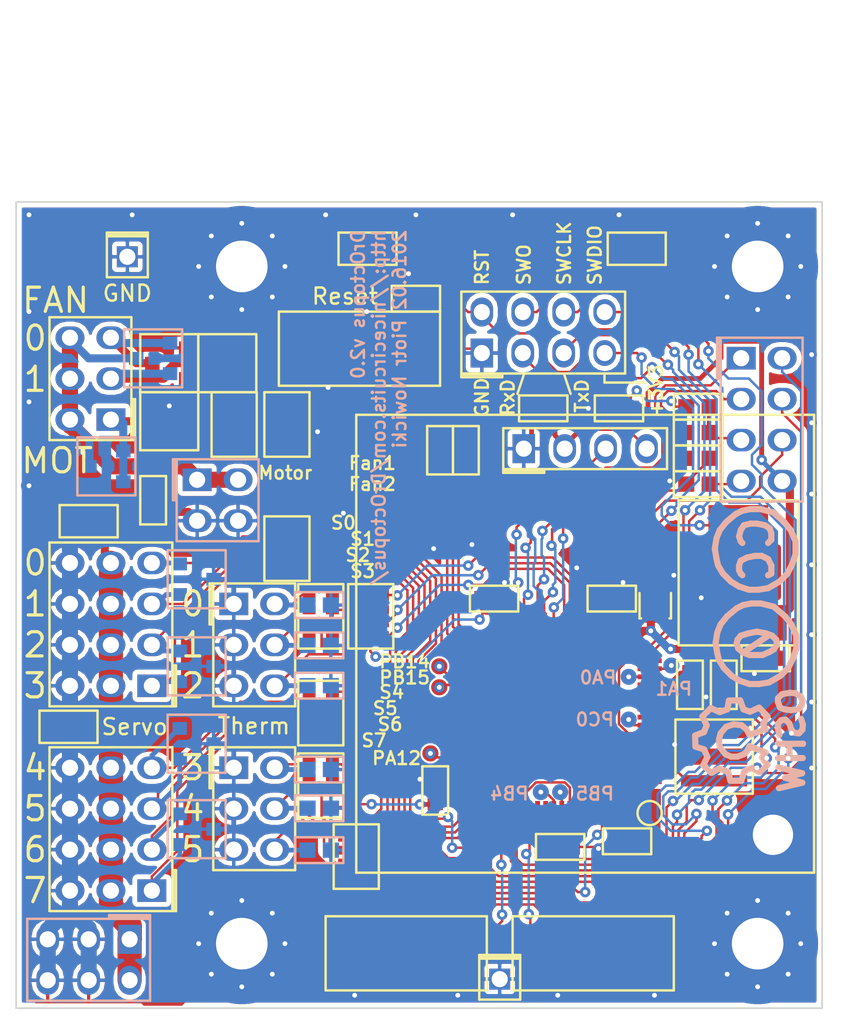
<source format=kicad_pcb>
(kicad_pcb (version 4) (host pcbnew 4.0.0-rc1-stable)
  (layers (0 F.Cu signal) (31 B.Cu signal) (34 B.Paste user hide) (35 F.Paste user hide) (36 B.SilkS user) (37 F.SilkS user) (38 B.Mask user) (39 F.Mask user) (44 Edge.Cuts user))
  (net 0 "")
  (net 1 +5V)
  (net 2 GND)
  (net 3 +6V)
  (net 4 +12V)
  (net 5 "Net-(R2-Pad2)")
  (net 6 +3V3)
  (net 7 "Net-(Q1-Pad1)")
  (net 8 "Net-(Q1-Pad3)")
  (net 9 "Net-(RN3-Pad5)")
  (net 10 "Net-(C14-Pad1)")
  (net 11 "Net-(C15-Pad1)")
  (net 12 "Net-(D11-Pad2)")
  (net 13 "Net-(D12-Pad2)")
  (net 14 "Net-(RN3-Pad8)")
  (net 15 /VDDA)
  (net 16 DBG_RxD)
  (net 17 DBG_TxD)
  (net 18 "Net-(C13-Pad1)")
  (net 19 "Net-(C16-Pad1)")
  (net 20 "Net-(C17-Pad1)")
  (net 21 "Net-(C18-Pad1)")
  (net 22 RST)
  (net 23 SWO)
  (net 24 SWCLK)
  (net 25 SWDIO)
  (net 26 /SERVO7_OUT)
  (net 27 /SERVO6_OUT)
  (net 28 /SERVO5_OUT)
  (net 29 /SERVO4_OUT)
  (net 30 /SERVO3_OUT)
  (net 31 /SERVO2_OUT)
  (net 32 /SERVO1_OUT)
  (net 33 /SERVO0_OUT)
  (net 34 /MOTOR_OUT)
  (net 35 B2B_ESP_TxD)
  (net 36 B2B_esp_en)
  (net 37 B2B_ESP_RxD)
  (net 38 B2B_esp_boot)
  (net 39 B2B_therm6_sig)
  (net 40 heater_cmd)
  (net 41 bts_fb_sig)
  (net 42 led2_cmd)
  (net 43 led1_cmd)
  (net 44 servo3_cmd)
  (net 45 servo2_cmd)
  (net 46 servo1_cmd)
  (net 47 servo0_cmd)
  (net 48 servo7_cmd)
  (net 49 servo6_cmd)
  (net 50 servo5_cmd)
  (net 51 servo4_cmd)
  (net 52 motor_cmd)
  (net 53 fan2_cmd)
  (net 54 fan1_cmd)
  (net 55 therm2_sig)
  (net 56 therm1_sig)
  (net 57 therm0_sig)
  (net 58 therm5_sig)
  (net 59 therm4_sig)
  (net 60 therm3_sig)
  (net 61 /B2B_heater_cmd)
  (net 62 /B2B_heater_out)
  (net 63 heater_sig)
  (net 64 scl)
  (net 65 sda)
  (net 66 /FAN1_OUT)
  (net 67 /FAN2_OUT)
  (net 68 "Net-(RN3-Pad7)")
  (net 69 "Net-(TP2-Pad1)")
  (net 70 "Net-(TP3-Pad1)")
  (net 71 "Net-(TP4-Pad1)")
  (net 72 "Net-(TP5-Pad1)")
  (net 73 "Net-(TP6-Pad1)")
  (net 74 "Net-(TP7-Pad1)")
  (net 75 "Net-(TP8-Pad1)")
  (net 76 button0_sig)
  (net 77 button1_sig)
  (net 78 "Net-(TP1-Pad1)")
  (module niceModules:Oled128x64_M_5.08N (layer F.Cu) (at 85.3 77.4)
    (fp_text reference U2 hide)
    (fp_text value Oled128x64_M hide)
    (pad 1 thru_hole rect (at -3.81 -12.1 90) (size 1.8 1.4) (drill 1) (layers *.Cu *.Mask) (net 2 GND))
    (pad 2 thru_hole oval (at -1.27 -12.1 90) (size 1.8 1.4) (drill 1) (layers *.Cu *.Mask) (net 1 +5V))
    (pad 3 thru_hole oval (at 1.27 -12.1 90) (size 1.8 1.4) (drill 1) (layers *.Cu *.Mask) (net 64 scl))
    (pad 4 thru_hole oval (at 3.81 -12.1 90) (size 1.8 1.4) (drill 1) (layers *.Cu *.Mask) (net 65 sda))
    (pad 0 thru_hole oval (at 11.65 11.85) (size 5 5) (drill 2.5) (layers *.Cu *.Mask) (net 2 GND))
  )
  (module 4x0603_N (layer F.Cu) (at 72 75.7 270)
    (fp_text reference RN7)
    (fp_text value 10k)
    (pad 1 smd rect (at -1.325 0.725 270) (size 0.8 0.8) (layers F.Cu F.Paste F.Mask) (net 11 "Net-(C15-Pad1)"))
    (pad 2 smd rect (at -0.4 0.725 270) (size 0.55 0.8) (layers F.Cu F.Paste F.Mask) (net 6 +3V3))
    (pad 3 smd rect (at 0.4 0.725 270) (size 0.55 0.8) (layers F.Cu F.Paste F.Mask) (net 10 "Net-(C14-Pad1)"))
    (pad 4 smd rect (at 1.325 0.725 270) (size 0.8 0.8) (layers F.Cu F.Paste F.Mask) (net 18 "Net-(C13-Pad1)"))
    (pad 5 smd rect (at 1.325 -0.725 90) (size 0.8 0.8) (layers F.Cu F.Paste F.Mask) (net 55 therm2_sig))
    (pad 6 smd rect (at 0.4 -0.725 90) (size 0.55 0.8) (layers F.Cu F.Paste F.Mask) (net 56 therm1_sig))
    (pad 7 smd rect (at -0.4 -0.725 90) (size 0.55 0.8) (layers F.Cu F.Paste F.Mask) (net 6 +3V3))
    (pad 8 smd rect (at -1.325 -0.725 90) (size 0.8 0.8) (layers F.Cu F.Paste F.Mask) (net 57 therm0_sig))
  )
  (module 3.7x3.1_N (layer F.Cu) (at 93.3 84.4 270)
    (fp_text reference Q1)
    (fp_text value Ceramic_3.7x3.1_8Mhz)
    (pad 1 smd rect (at -1.5 0 270) (size 0.7 4.1) (layers F.Cu F.Paste F.Mask) (net 7 "Net-(Q1-Pad1)"))
    (pad 3 smd rect (at 1.5 0 270) (size 0.7 4.1) (layers F.Cu F.Paste F.Mask) (net 8 "Net-(Q1-Pad3)"))
    (pad 2 smd rect (at 0 0 270) (size 1 4.1) (layers F.Cu F.Paste F.Mask) (net 2 GND))
  )
  (module 4x0603_N (layer F.Cu) (at 66.8 71.5 90)
    (fp_text reference RN1)
    (fp_text value 1k)
    (pad 1 smd rect (at -1.325 0.725 90) (size 0.8 0.8) (layers F.Cu F.Paste F.Mask) (net 44 servo3_cmd))
    (pad 2 smd rect (at -0.4 0.725 90) (size 0.55 0.8) (layers F.Cu F.Paste F.Mask) (net 45 servo2_cmd))
    (pad 3 smd rect (at 0.4 0.725 90) (size 0.55 0.8) (layers F.Cu F.Paste F.Mask) (net 46 servo1_cmd))
    (pad 4 smd rect (at 1.325 0.725 90) (size 0.8 0.8) (layers F.Cu F.Paste F.Mask) (net 47 servo0_cmd))
    (pad 5 smd rect (at 1.325 -0.725 270) (size 0.8 0.8) (layers F.Cu F.Paste F.Mask) (net 33 /SERVO0_OUT))
    (pad 6 smd rect (at 0.4 -0.725 270) (size 0.55 0.8) (layers F.Cu F.Paste F.Mask) (net 32 /SERVO1_OUT))
    (pad 7 smd rect (at -0.4 -0.725 270) (size 0.55 0.8) (layers F.Cu F.Paste F.Mask) (net 31 /SERVO2_OUT))
    (pad 8 smd rect (at -1.325 -0.725 270) (size 0.8 0.8) (layers F.Cu F.Paste F.Mask) (net 30 /SERVO3_OUT))
  )
  (module niceMechanical:dummy (layer F.Cu) (at 75 40)
    (fp_text reference MECH9)
    (fp_text value PowerPCB)
  )
  (module 0603_N (layer F.Cu) (at 76 86.5 90)
    (fp_text reference C1)
    (fp_text value 100n)
    (pad 1 smd rect (at -0.725 0 90) (size 1 0.95) (layers F.Cu F.Paste F.Mask) (net 6 +3V3))
    (pad 2 smd rect (at 0.725 0 90) (size 1 0.95) (layers F.Cu F.Paste F.Mask) (net 2 GND))
  )
  (module 0603_N (layer F.Cu) (at 86.95 74.6)
    (fp_text reference C2)
    (fp_text value 100n)
    (pad 1 smd rect (at -0.725 0) (size 1 0.95) (layers F.Cu F.Paste F.Mask) (net 6 +3V3))
    (pad 2 smd rect (at 0.725 0) (size 1 0.95) (layers F.Cu F.Paste F.Mask) (net 2 GND))
  )
  (module 0603_N (layer F.Cu) (at 79.65 74.6)
    (fp_text reference C3)
    (fp_text value 100n)
    (pad 1 smd rect (at -0.725 0) (size 1 0.95) (layers F.Cu F.Paste F.Mask) (net 6 +3V3))
    (pad 2 smd rect (at 0.725 0) (size 1 0.95) (layers F.Cu F.Paste F.Mask) (net 2 GND))
  )
  (module 0603_N (layer F.Cu) (at 96.5 78.3 180)
    (fp_text reference C7)
    (fp_text value 100n)
    (pad 1 smd rect (at -0.725 0 180) (size 1 0.95) (layers F.Cu F.Paste F.Mask) (net 1 +5V))
    (pad 2 smd rect (at 0.725 0 180) (size 1 0.95) (layers F.Cu F.Paste F.Mask) (net 2 GND))
  )
  (module Tantal_A_N (layer F.Cu) (at 89.65 74.25 90)
    (fp_text reference C8)
    (fp_text value 22u/6V3)
    (pad 1 smd rect (at -1.1 0 90) (size 1.5 1.25) (layers F.Cu F.Paste F.Mask) (net 6 +3V3))
    (pad 2 smd rect (at 1.1 0 90) (size 1.5 1.25) (layers F.Cu F.Paste F.Mask) (net 2 GND))
  )
  (module 0805_N (layer F.Cu) (at 53.25 82.55 180)
    (fp_text reference C9)
    (fp_text value 10u/16V)
    (pad 1 smd rect (at -0.85 0 180) (size 1.2 1.45) (layers F.Cu F.Paste F.Mask) (net 3 +6V))
    (pad 2 smd rect (at 0.85 0 180) (size 1.2 1.45) (layers F.Cu F.Paste F.Mask) (net 2 GND))
  )
  (module 0805_N (layer F.Cu) (at 54.5 69.8 180)
    (fp_text reference C10)
    (fp_text value 10u/16V)
    (pad 1 smd rect (at -0.85 0 180) (size 1.2 1.45) (layers F.Cu F.Paste F.Mask) (net 3 +6V))
    (pad 2 smd rect (at 0.85 0 180) (size 1.2 1.45) (layers F.Cu F.Paste F.Mask) (net 2 GND))
  )
  (module SOT23-3_N (layer B.Cu) (at 61.2 78.8 90)
    (fp_text reference D3)
    (fp_text value PESD5V2S2UT)
    (pad 1 smd rect (at -0.95 -1.05 90) (size 0.8 0.9) (layers B.Cu B.Paste B.Mask) (net 30 /SERVO3_OUT))
    (pad 2 smd rect (at 0.95 -1.05 90) (size 0.8 0.9) (layers B.Cu B.Paste B.Mask) (net 31 /SERVO2_OUT))
    (pad 3 smd rect (at 0 1.05 270) (size 0.8 0.9) (layers B.Cu B.Paste B.Mask) (net 2 GND))
  )
  (module SOT23-3_N (layer B.Cu) (at 61.2 88.9 90)
    (fp_text reference D4)
    (fp_text value PESD5V2S2UT)
    (pad 1 smd rect (at -0.95 -1.05 90) (size 0.8 0.9) (layers B.Cu B.Paste B.Mask) (net 26 /SERVO7_OUT))
    (pad 2 smd rect (at 0.95 -1.05 90) (size 0.8 0.9) (layers B.Cu B.Paste B.Mask) (net 27 /SERVO6_OUT))
    (pad 3 smd rect (at 0 1.05 270) (size 0.8 0.9) (layers B.Cu B.Paste B.Mask) (net 2 GND))
  )
  (module SOT23-3_N (layer B.Cu) (at 61.2 73.4 90)
    (fp_text reference D1)
    (fp_text value PESD5V2S2UT)
    (pad 1 smd rect (at -0.95 -1.05 90) (size 0.8 0.9) (layers B.Cu B.Paste B.Mask) (net 32 /SERVO1_OUT))
    (pad 2 smd rect (at 0.95 -1.05 90) (size 0.8 0.9) (layers B.Cu B.Paste B.Mask) (net 33 /SERVO0_OUT))
    (pad 3 smd rect (at 0 1.05 270) (size 0.8 0.9) (layers B.Cu B.Paste B.Mask) (net 2 GND))
  )
  (module SOT23-3_N (layer B.Cu) (at 61.2 83.6 90)
    (fp_text reference D2)
    (fp_text value PESD5V2S2UT)
    (pad 1 smd rect (at -0.95 -1.05 90) (size 0.8 0.9) (layers B.Cu B.Paste B.Mask) (net 28 /SERVO5_OUT))
    (pad 2 smd rect (at 0.95 -1.05 90) (size 0.8 0.9) (layers B.Cu B.Paste B.Mask) (net 29 /SERVO4_OUT))
    (pad 3 smd rect (at 0 1.05 270) (size 0.8 0.9) (layers B.Cu B.Paste B.Mask) (net 2 GND))
  )
  (module 0805_N (layer F.Cu) (at 88.5 52.9 180)
    (fp_text reference D11)
    (fp_text value LED)
    (pad 1 smd rect (at -0.85 0 180) (size 1.2 1.45) (layers F.Cu F.Paste F.Mask) (net 2 GND))
    (pad 2 smd rect (at 0.85 0 180) (size 1.2 1.45) (layers F.Cu F.Paste F.Mask) (net 12 "Net-(D11-Pad2)"))
  )
  (module 0805_N (layer F.Cu) (at 71.8 52.9)
    (fp_text reference D12)
    (fp_text value LED)
    (pad 1 smd rect (at -0.85 0) (size 1.2 1.45) (layers F.Cu F.Paste F.Mask) (net 2 GND))
    (pad 2 smd rect (at 0.85 0) (size 1.2 1.45) (layers F.Cu F.Paste F.Mask) (net 13 "Net-(D12-Pad2)"))
  )
  (module nut_M3_DIN985 (layer F.Cu) (at 96 54)
    (fp_text reference MECH1)
    (fp_text value nut)
  )
  (module nut_M3_DIN985 (layer F.Cu) (at 96 96)
    (fp_text reference MECH2)
    (fp_text value nut)
  )
  (module nut_M3_DIN985 (layer F.Cu) (at 64 96)
    (fp_text reference MECH3)
    (fp_text value nut)
  )
  (module nut_M3_DIN985 (layer F.Cu) (at 64 54)
    (fp_text reference MECH4)
    (fp_text value nut)
  )
  (module spacer_M3x5+6 (layer B.Cu) (at 64 96)
    (fp_text reference MECH5)
    (fp_text value spacer_M3x5+6)
  )
  (module spacer_M3x5+6 (layer B.Cu) (at 64 54)
    (fp_text reference MECH6)
    (fp_text value spacer_M3x5+6)
  )
  (module spacer_M3x5+6 (layer B.Cu) (at 96 96)
    (fp_text reference MECH7)
    (fp_text value spacer_M3x5+6)
  )
  (module spacer_M3x5+6 (layer B.Cu) (at 96 54)
    (fp_text reference MECH8)
    (fp_text value spacer_M3x5+6)
  )
  (module 4x0603_N (layer F.Cu) (at 68.9 81.7 90)
    (fp_text reference RN2)
    (fp_text value 1k)
    (pad 1 smd rect (at -1.325 0.725 90) (size 0.8 0.8) (layers F.Cu F.Paste F.Mask) (net 48 servo7_cmd))
    (pad 2 smd rect (at -0.4 0.725 90) (size 0.55 0.8) (layers F.Cu F.Paste F.Mask) (net 49 servo6_cmd))
    (pad 3 smd rect (at 0.4 0.725 90) (size 0.55 0.8) (layers F.Cu F.Paste F.Mask) (net 50 servo5_cmd))
    (pad 4 smd rect (at 1.325 0.725 90) (size 0.8 0.8) (layers F.Cu F.Paste F.Mask) (net 51 servo4_cmd))
    (pad 5 smd rect (at 1.325 -0.725 270) (size 0.8 0.8) (layers F.Cu F.Paste F.Mask) (net 29 /SERVO4_OUT))
    (pad 6 smd rect (at 0.4 -0.725 270) (size 0.55 0.8) (layers F.Cu F.Paste F.Mask) (net 28 /SERVO5_OUT))
    (pad 7 smd rect (at -0.4 -0.725 270) (size 0.55 0.8) (layers F.Cu F.Paste F.Mask) (net 27 /SERVO6_OUT))
    (pad 8 smd rect (at -1.325 -0.725 270) (size 0.8 0.8) (layers F.Cu F.Paste F.Mask) (net 26 /SERVO7_OUT))
  )
  (module SOT23-3_N (layer F.Cu) (at 59.5 63.6 90)
    (fp_text reference T2)
    (fp_text value IRLML6244TRPBF)
    (pad 1 smd rect (at -0.95 1.05 90) (size 0.8 0.9) (layers F.Cu F.Paste F.Mask) (net 14 "Net-(RN3-Pad8)"))
    (pad 2 smd rect (at 0.95 1.05 90) (size 0.8 0.9) (layers F.Cu F.Paste F.Mask) (net 2 GND))
    (pad 3 smd rect (at 0 -1.05 270) (size 0.8 0.9) (layers F.Cu F.Paste F.Mask) (net 34 /MOTOR_OUT))
  )
  (module SOT23-3_N (layer F.Cu) (at 63.1 60 90)
    (fp_text reference T3)
    (fp_text value IRLML6244TRPBF)
    (pad 1 smd rect (at -0.95 1.05 90) (size 0.8 0.9) (layers F.Cu F.Paste F.Mask) (net 9 "Net-(RN3-Pad5)"))
    (pad 2 smd rect (at 0.95 1.05 90) (size 0.8 0.9) (layers F.Cu F.Paste F.Mask) (net 2 GND))
    (pad 3 smd rect (at 0 -1.05 270) (size 0.8 0.9) (layers F.Cu F.Paste F.Mask) (net 66 /FAN1_OUT))
  )
  (module SOT23-3_N (layer F.Cu) (at 59.5 60 90)
    (fp_text reference T4)
    (fp_text value IRLML6244TRPBF)
    (pad 1 smd rect (at -0.95 1.05 90) (size 0.8 0.9) (layers F.Cu F.Paste F.Mask) (net 68 "Net-(RN3-Pad7)"))
    (pad 2 smd rect (at 0.95 1.05 90) (size 0.8 0.9) (layers F.Cu F.Paste F.Mask) (net 2 GND))
    (pad 3 smd rect (at 0 -1.05 270) (size 0.8 0.9) (layers F.Cu F.Paste F.Mask) (net 67 /FAN2_OUT))
  )
  (module SOT223_N (layer F.Cu) (at 94.8 73)
    (fp_text reference U4)
    (fp_text value AMS1117-3.3)
    (pad 2 smd rect (at 0 -3.1) (size 3.7 2.2) (layers F.Cu F.Paste F.Mask) (net 6 +3V3))
    (pad 1 smd rect (at -2.3 3.1) (size 1.4 2.2) (layers F.Cu F.Paste F.Mask) (net 2 GND))
    (pad 2 smd rect (at 0 3.1) (size 1.4 2.2) (layers F.Cu F.Paste F.Mask) (net 6 +3V3))
    (pad 3 smd rect (at 2.3 3.1) (size 1.4 2.2) (layers F.Cu F.Paste F.Mask) (net 1 +5V))
  )
  (module nicePinheaders:PIN-3x4_N (layer F.Cu) (at 55.88 88.9 180)
    (fp_text reference CON2 hide)
    (fp_text value Servo hide)
    (pad 1 thru_hole rect (at -2.54 -3.81 180) (size 1.8 1.4) (drill 1) (layers *.Cu *.Mask) (net 26 /SERVO7_OUT))
    (pad 2 thru_hole oval (at -2.54 -1.27 180) (size 1.8 1.4) (drill 1) (layers *.Cu *.Mask) (net 27 /SERVO6_OUT))
    (pad 3 thru_hole oval (at -2.54 1.27 180) (size 1.8 1.4) (drill 1) (layers *.Cu *.Mask) (net 28 /SERVO5_OUT))
    (pad 4 thru_hole oval (at -2.54 3.81 180) (size 1.8 1.4) (drill 1) (layers *.Cu *.Mask) (net 29 /SERVO4_OUT))
    (pad 5 thru_hole oval (at 0 -3.81 180) (size 1.8 1.4) (drill 1) (layers *.Cu *.Mask) (net 3 +6V))
    (pad 6 thru_hole oval (at 0 -1.27 180) (size 1.8 1.4) (drill 1) (layers *.Cu *.Mask) (net 3 +6V))
    (pad 7 thru_hole oval (at 0 1.27 180) (size 1.8 1.4) (drill 1) (layers *.Cu *.Mask) (net 3 +6V))
    (pad 8 thru_hole oval (at 0 3.81 180) (size 1.8 1.4) (drill 1) (layers *.Cu *.Mask) (net 3 +6V))
    (pad 9 thru_hole oval (at 2.54 -3.81 180) (size 1.8 1.4) (drill 1) (layers *.Cu *.Mask) (net 2 GND))
    (pad 10 thru_hole oval (at 2.54 -1.27 180) (size 1.8 1.4) (drill 1) (layers *.Cu *.Mask) (net 2 GND))
    (pad 11 thru_hole oval (at 2.54 1.27 180) (size 1.8 1.4) (drill 1) (layers *.Cu *.Mask) (net 2 GND))
    (pad 12 thru_hole oval (at 2.54 3.81 180) (size 1.8 1.4) (drill 1) (layers *.Cu *.Mask) (net 2 GND))
  )
  (module nicePinheaders:PIN-3x4_N (layer F.Cu) (at 55.88 76.2 180)
    (fp_text reference CON3 hide)
    (fp_text value Servo (at -1.47 -6.35 360) (layer F.SilkS) (effects (font (thickness 0.152))))
    (pad 1 thru_hole rect (at -2.54 -3.81 180) (size 1.8 1.4) (drill 1) (layers *.Cu *.Mask) (net 30 /SERVO3_OUT))
    (pad 2 thru_hole oval (at -2.54 -1.27 180) (size 1.8 1.4) (drill 1) (layers *.Cu *.Mask) (net 31 /SERVO2_OUT))
    (pad 3 thru_hole oval (at -2.54 1.27 180) (size 1.8 1.4) (drill 1) (layers *.Cu *.Mask) (net 32 /SERVO1_OUT))
    (pad 4 thru_hole oval (at -2.54 3.81 180) (size 1.8 1.4) (drill 1) (layers *.Cu *.Mask) (net 33 /SERVO0_OUT))
    (pad 5 thru_hole oval (at 0 -3.81 180) (size 1.8 1.4) (drill 1) (layers *.Cu *.Mask) (net 3 +6V))
    (pad 6 thru_hole oval (at 0 -1.27 180) (size 1.8 1.4) (drill 1) (layers *.Cu *.Mask) (net 3 +6V))
    (pad 7 thru_hole oval (at 0 1.27 180) (size 1.8 1.4) (drill 1) (layers *.Cu *.Mask) (net 3 +6V))
    (pad 8 thru_hole oval (at 0 3.81 180) (size 1.8 1.4) (drill 1) (layers *.Cu *.Mask) (net 3 +6V))
    (pad 9 thru_hole oval (at 2.54 -3.81 180) (size 1.8 1.4) (drill 1) (layers *.Cu *.Mask) (net 2 GND))
    (pad 10 thru_hole oval (at 2.54 -1.27 180) (size 1.8 1.4) (drill 1) (layers *.Cu *.Mask) (net 2 GND))
    (pad 11 thru_hole oval (at 2.54 1.27 180) (size 1.8 1.4) (drill 1) (layers *.Cu *.Mask) (net 2 GND))
    (pad 12 thru_hole oval (at 2.54 3.81 180) (size 1.8 1.4) (drill 1) (layers *.Cu *.Mask) (net 2 GND))
  )
  (module PIN-2x3_F_N (layer B.Cu) (at 54.5 97 90)
    (fp_text reference CON5 hide)
    (fp_text value PowerPCB3 hide)
    (pad 1 thru_hole rect (at 1.27 2.54 90) (size 1.8 1.4) (drill 1) (layers *.Cu *.Mask) (net 3 +6V))
    (pad 2 thru_hole oval (at -1.27 2.54 90) (size 1.8 1.4) (drill 1) (layers *.Cu *.Mask) (net 3 +6V))
    (pad 3 thru_hole oval (at 1.27 0 90) (size 1.8 1.4) (drill 1) (layers *.Cu *.Mask) (net 2 GND))
    (pad 4 thru_hole oval (at -1.27 0 90) (size 1.8 1.4) (drill 1) (layers *.Cu *.Mask) (net 2 GND))
    (pad 5 thru_hole oval (at 1.27 -2.54 90) (size 1.8 1.4) (drill 1) (layers *.Cu *.Mask) (net 2 GND))
    (pad 6 thru_hole oval (at -1.27 -2.54 90) (size 1.8 1.4) (drill 1) (layers *.Cu *.Mask) (net 2 GND))
  )
  (module PIN-2x2_F_N (layer B.Cu) (at 62.5 68.5 180)
    (fp_text reference CON1 hide)
    (fp_text value PowerPCB2 hide)
    (pad 1 thru_hole rect (at 1.27 1.27 180) (size 1.8 1.4) (drill 1) (layers *.Cu *.Mask) (net 4 +12V))
    (pad 2 thru_hole oval (at -1.27 1.27 180) (size 1.8 1.4) (drill 1) (layers *.Cu *.Mask) (net 4 +12V))
    (pad 3 thru_hole oval (at 1.27 -1.27 180) (size 1.8 1.4) (drill 1) (layers *.Cu *.Mask) (net 2 GND))
    (pad 4 thru_hole oval (at -1.27 -1.27 180) (size 1.8 1.4) (drill 1) (layers *.Cu *.Mask) (net 2 GND))
  )
  (module PIN-2x4_F_N (layer B.Cu) (at 96.25 63.5 180)
    (fp_text reference CON6 hide)
    (fp_text value PowerPCB1 hide)
    (pad 1 thru_hole rect (at 1.27 3.81 180) (size 1.8 1.4) (drill 1) (layers *.Cu *.Mask) (net 36 B2B_esp_en))
    (pad 2 thru_hole oval (at -1.27 3.81 180) (size 1.8 1.4) (drill 1) (layers *.Cu *.Mask) (net 35 B2B_ESP_TxD))
    (pad 3 thru_hole oval (at 1.27 1.27 180) (size 1.8 1.4) (drill 1) (layers *.Cu *.Mask) (net 38 B2B_esp_boot))
    (pad 4 thru_hole oval (at -1.27 1.27 180) (size 1.8 1.4) (drill 1) (layers *.Cu *.Mask) (net 37 B2B_ESP_RxD))
    (pad 5 thru_hole oval (at 1.27 -1.27 180) (size 1.8 1.4) (drill 1) (layers *.Cu *.Mask) (net 61 /B2B_heater_cmd))
    (pad 6 thru_hole oval (at -1.27 -1.27 180) (size 1.8 1.4) (drill 1) (layers *.Cu *.Mask) (net 39 B2B_therm6_sig))
    (pad 7 thru_hole oval (at 1.27 -3.81 180) (size 1.8 1.4) (drill 1) (layers *.Cu *.Mask) (net 62 /B2B_heater_out))
    (pad 8 thru_hole oval (at -1.27 -3.81 180) (size 1.8 1.4) (drill 1) (layers *.Cu *.Mask) (net 1 +5V))
  )
  (module PIN-2x3_N (layer F.Cu) (at 64.77 77.47)
    (fp_text reference CON10 hide)
    (fp_text value Therm (at -0.02 5.03 180) (layer F.SilkS) (effects (font (thickness 0.152))))
    (pad 1 thru_hole rect (at -1.27 -2.54) (size 1.8 1.4) (drill 1) (layers *.Cu *.Mask) (net 2 GND))
    (pad 2 thru_hole oval (at 1.27 -2.54) (size 1.8 1.4) (drill 1) (layers *.Cu *.Mask) (net 11 "Net-(C15-Pad1)"))
    (pad 3 thru_hole oval (at -1.27 0) (size 1.8 1.4) (drill 1) (layers *.Cu *.Mask) (net 2 GND))
    (pad 4 thru_hole oval (at 1.27 0) (size 1.8 1.4) (drill 1) (layers *.Cu *.Mask) (net 10 "Net-(C14-Pad1)"))
    (pad 5 thru_hole oval (at -1.27 2.54) (size 1.8 1.4) (drill 1) (layers *.Cu *.Mask) (net 2 GND))
    (pad 6 thru_hole oval (at 1.27 2.54) (size 1.8 1.4) (drill 1) (layers *.Cu *.Mask) (net 18 "Net-(C13-Pad1)"))
  )
  (module PIN-2x3_N (layer F.Cu) (at 64.77 87.63)
    (fp_text reference CON11 hide)
    (fp_text value Therm hide)
    (pad 1 thru_hole rect (at -1.27 -2.54) (size 1.8 1.4) (drill 1) (layers *.Cu *.Mask) (net 2 GND))
    (pad 2 thru_hole oval (at 1.27 -2.54) (size 1.8 1.4) (drill 1) (layers *.Cu *.Mask) (net 21 "Net-(C18-Pad1)"))
    (pad 3 thru_hole oval (at -1.27 0) (size 1.8 1.4) (drill 1) (layers *.Cu *.Mask) (net 2 GND))
    (pad 4 thru_hole oval (at 1.27 0) (size 1.8 1.4) (drill 1) (layers *.Cu *.Mask) (net 20 "Net-(C17-Pad1)"))
    (pad 5 thru_hole oval (at -1.27 2.54) (size 1.8 1.4) (drill 1) (layers *.Cu *.Mask) (net 2 GND))
    (pad 6 thru_hole oval (at 1.27 2.54) (size 1.8 1.4) (drill 1) (layers *.Cu *.Mask) (net 19 "Net-(C16-Pad1)"))
  )
  (module PIN-2x3_N (layer F.Cu) (at 54.61 60.96 180)
    (fp_text reference CON4 hide)
    (fp_text value Outputs hide)
    (pad 1 thru_hole rect (at -1.27 -2.54 180) (size 1.8 1.4) (drill 1) (layers *.Cu *.Mask) (net 34 /MOTOR_OUT))
    (pad 2 thru_hole oval (at 1.27 -2.54 180) (size 1.8 1.4) (drill 1) (layers *.Cu *.Mask) (net 4 +12V))
    (pad 3 thru_hole oval (at -1.27 0 180) (size 1.8 1.4) (drill 1) (layers *.Cu *.Mask) (net 66 /FAN1_OUT))
    (pad 4 thru_hole oval (at 1.27 0 180) (size 1.8 1.4) (drill 1) (layers *.Cu *.Mask) (net 4 +12V))
    (pad 5 thru_hole oval (at -1.27 2.54 180) (size 1.8 1.4) (drill 1) (layers *.Cu *.Mask) (net 67 /FAN2_OUT))
    (pad 6 thru_hole oval (at 1.27 2.54 180) (size 1.8 1.4) (drill 1) (layers *.Cu *.Mask) (net 4 +12V))
  )
  (module SOT23-3_N (layer B.Cu) (at 55.6 66.4 270)
    (fp_text reference D5)
    (fp_text value "BAS40-05(DIOTEC)")
    (pad 1 smd rect (at -0.95 -1.05 270) (size 0.8 0.9) (layers B.Cu B.Paste B.Mask) (net 34 /MOTOR_OUT))
    (pad 2 smd rect (at 0.95 -1.05 270) (size 0.8 0.9) (layers B.Cu B.Paste B.Mask) (net 34 /MOTOR_OUT))
    (pad 3 smd rect (at 0 1.05 90) (size 0.8 0.9) (layers B.Cu B.Paste B.Mask) (net 4 +12V))
  )
  (module SOT23-3_N (layer B.Cu) (at 58.5 59.7 270)
    (fp_text reference D6)
    (fp_text value "BAS40-05(DIOTEC)")
    (pad 1 smd rect (at -0.95 -1.05 270) (size 0.8 0.9) (layers B.Cu B.Paste B.Mask) (net 67 /FAN2_OUT))
    (pad 2 smd rect (at 0.95 -1.05 270) (size 0.8 0.9) (layers B.Cu B.Paste B.Mask) (net 66 /FAN1_OUT))
    (pad 3 smd rect (at 0 1.05 90) (size 0.8 0.9) (layers B.Cu B.Paste B.Mask) (net 4 +12V))
  )
  (module 4x0603_N (layer F.Cu) (at 63.525 63.8 90)
    (fp_text reference RN3)
    (fp_text value 100R)
    (pad 1 smd rect (at -1.325 0.725 90) (size 0.8 0.8) (layers F.Cu F.Paste F.Mask) (net 52 motor_cmd))
    (pad 2 smd rect (at -0.4 0.725 90) (size 0.55 0.8) (layers F.Cu F.Paste F.Mask) (net 53 fan2_cmd))
    (pad 3 smd rect (at 0.4 0.725 90) (size 0.55 0.8) (layers F.Cu F.Paste F.Mask))
    (pad 4 smd rect (at 1.325 0.725 90) (size 0.8 0.8) (layers F.Cu F.Paste F.Mask) (net 54 fan1_cmd))
    (pad 5 smd rect (at 1.325 -0.725 270) (size 0.8 0.8) (layers F.Cu F.Paste F.Mask) (net 9 "Net-(RN3-Pad5)"))
    (pad 6 smd rect (at 0.4 -0.725 270) (size 0.55 0.8) (layers F.Cu F.Paste F.Mask))
    (pad 7 smd rect (at -0.4 -0.725 270) (size 0.55 0.8) (layers F.Cu F.Paste F.Mask) (net 68 "Net-(RN3-Pad7)"))
    (pad 8 smd rect (at -1.325 -0.725 270) (size 0.8 0.8) (layers F.Cu F.Paste F.Mask) (net 14 "Net-(RN3-Pad8)"))
  )
  (module 0603_N (layer F.Cu) (at 91.8 79.9458 270)
    (fp_text reference C5)
    (fp_text value 100n)
    (pad 1 smd rect (at -0.725 0 270) (size 1 0.95) (layers F.Cu F.Paste F.Mask) (net 15 /VDDA))
    (pad 2 smd rect (at 0.725 0 270) (size 1 0.95) (layers F.Cu F.Paste F.Mask) (net 2 GND))
  )
  (module 0603_N (layer F.Cu) (at 74.8 56)
    (fp_text reference C6)
    (fp_text value 100n)
    (pad 1 smd rect (at -0.725 0) (size 1 0.95) (layers F.Cu F.Paste F.Mask) (net 22 RST))
    (pad 2 smd rect (at 0.725 0) (size 1 0.95) (layers F.Cu F.Paste F.Mask) (net 2 GND))
  )
  (module 0603_N (layer F.Cu) (at 87.9 89.65 180)
    (fp_text reference C11)
    (fp_text value 100n)
    (pad 1 smd rect (at -0.725 0 180) (size 1 0.95) (layers F.Cu F.Paste F.Mask) (net 6 +3V3))
    (pad 2 smd rect (at 0.725 0 180) (size 1 0.95) (layers F.Cu F.Paste F.Mask) (net 2 GND))
  )
  (module 0603_N (layer B.Cu) (at 68.8 80)
    (fp_text reference C13)
    (fp_text value 100n)
    (pad 1 smd rect (at -0.725 0) (size 1 0.95) (layers B.Cu B.Paste B.Mask) (net 18 "Net-(C13-Pad1)"))
    (pad 2 smd rect (at 0.725 0) (size 1 0.95) (layers B.Cu B.Paste B.Mask) (net 2 GND))
  )
  (module 0603_N (layer B.Cu) (at 68.8 77.5)
    (fp_text reference C14)
    (fp_text value 100n)
    (pad 1 smd rect (at -0.725 0) (size 1 0.95) (layers B.Cu B.Paste B.Mask) (net 10 "Net-(C14-Pad1)"))
    (pad 2 smd rect (at 0.725 0) (size 1 0.95) (layers B.Cu B.Paste B.Mask) (net 2 GND))
  )
  (module 0603_N (layer B.Cu) (at 68.8 75)
    (fp_text reference C15)
    (fp_text value 100n)
    (pad 1 smd rect (at -0.725 0) (size 1 0.95) (layers B.Cu B.Paste B.Mask) (net 11 "Net-(C15-Pad1)"))
    (pad 2 smd rect (at 0.725 0) (size 1 0.95) (layers B.Cu B.Paste B.Mask) (net 2 GND))
  )
  (module 0603_N (layer B.Cu) (at 68.8 90.2)
    (fp_text reference C16)
    (fp_text value 100n)
    (pad 1 smd rect (at -0.725 0) (size 1 0.95) (layers B.Cu B.Paste B.Mask) (net 19 "Net-(C16-Pad1)"))
    (pad 2 smd rect (at 0.725 0) (size 1 0.95) (layers B.Cu B.Paste B.Mask) (net 2 GND))
  )
  (module 0603_N (layer B.Cu) (at 68.8 87.6)
    (fp_text reference C17)
    (fp_text value 100n)
    (pad 1 smd rect (at -0.725 0) (size 1 0.95) (layers B.Cu B.Paste B.Mask) (net 20 "Net-(C17-Pad1)"))
    (pad 2 smd rect (at 0.725 0) (size 1 0.95) (layers B.Cu B.Paste B.Mask) (net 2 GND))
  )
  (module 0603_N (layer B.Cu) (at 68.8 85.2)
    (fp_text reference C18)
    (fp_text value 100n)
    (pad 1 smd rect (at -0.725 0) (size 1 0.95) (layers B.Cu B.Paste B.Mask) (net 21 "Net-(C18-Pad1)"))
    (pad 2 smd rect (at 0.725 0) (size 1 0.95) (layers B.Cu B.Paste B.Mask) (net 2 GND))
  )
  (module 4x0603_N (layer F.Cu) (at 68.9 75.7 270)
    (fp_text reference RN5)
    (fp_text value 10k)
    (pad 1 smd rect (at -1.325 0.725 270) (size 0.8 0.8) (layers F.Cu F.Paste F.Mask) (net 11 "Net-(C15-Pad1)"))
    (pad 2 smd rect (at -0.4 0.725 270) (size 0.55 0.8) (layers F.Cu F.Paste F.Mask) (net 11 "Net-(C15-Pad1)"))
    (pad 3 smd rect (at 0.4 0.725 270) (size 0.55 0.8) (layers F.Cu F.Paste F.Mask) (net 10 "Net-(C14-Pad1)"))
    (pad 4 smd rect (at 1.325 0.725 270) (size 0.8 0.8) (layers F.Cu F.Paste F.Mask) (net 18 "Net-(C13-Pad1)"))
    (pad 5 smd rect (at 1.325 -0.725 90) (size 0.8 0.8) (layers F.Cu F.Paste F.Mask) (net 6 +3V3))
    (pad 6 smd rect (at 0.4 -0.725 90) (size 0.55 0.8) (layers F.Cu F.Paste F.Mask) (net 6 +3V3))
    (pad 7 smd rect (at -0.4 -0.725 90) (size 0.55 0.8) (layers F.Cu F.Paste F.Mask) (net 6 +3V3))
    (pad 8 smd rect (at -1.325 -0.725 90) (size 0.8 0.8) (layers F.Cu F.Paste F.Mask) (net 6 +3V3))
  )
  (module 4x0603_N (layer F.Cu) (at 68.9 86.2 270)
    (fp_text reference RN6)
    (fp_text value 10k)
    (pad 1 smd rect (at -1.325 0.725 270) (size 0.8 0.8) (layers F.Cu F.Paste F.Mask) (net 21 "Net-(C18-Pad1)"))
    (pad 2 smd rect (at -0.4 0.725 270) (size 0.55 0.8) (layers F.Cu F.Paste F.Mask))
    (pad 3 smd rect (at 0.4 0.725 270) (size 0.55 0.8) (layers F.Cu F.Paste F.Mask) (net 20 "Net-(C17-Pad1)"))
    (pad 4 smd rect (at 1.325 0.725 270) (size 0.8 0.8) (layers F.Cu F.Paste F.Mask) (net 19 "Net-(C16-Pad1)"))
    (pad 5 smd rect (at 1.325 -0.725 90) (size 0.8 0.8) (layers F.Cu F.Paste F.Mask) (net 6 +3V3))
    (pad 6 smd rect (at 0.4 -0.725 90) (size 0.55 0.8) (layers F.Cu F.Paste F.Mask) (net 6 +3V3))
    (pad 7 smd rect (at -0.4 -0.725 90) (size 0.55 0.8) (layers F.Cu F.Paste F.Mask))
    (pad 8 smd rect (at -1.325 -0.725 90) (size 0.8 0.8) (layers F.Cu F.Paste F.Mask) (net 6 +3V3))
  )
  (module MicroswitchSmd6x4_N (layer F.Cu) (at 85.8 96.6 90)
    (fp_text reference SW3)
    (fp_text value Button)
    (pad 1 smd rect (at 0 3.9 90) (size 1.4 1.5) (layers F.Cu F.Paste F.Mask) (net 2 GND))
    (pad 2 smd rect (at 0 -3.9 270) (size 1.4 1.5) (layers F.Cu F.Paste F.Mask) (net 77 button1_sig))
  )
  (module MicroswitchSmd6x4_N (layer F.Cu) (at 71.3 59.1 90)
    (fp_text reference SW2)
    (fp_text value Reset (at 3.25 -0.9 180) (layer F.SilkS) (effects (font (thickness 0.152))))
    (pad 1 smd rect (at 0 3.9 90) (size 1.4 1.5) (layers F.Cu F.Paste F.Mask) (net 2 GND))
    (pad 2 smd rect (at 0 -3.9 270) (size 1.4 1.5) (layers F.Cu F.Paste F.Mask) (net 22 RST))
  )
  (module 0603_N (layer F.Cu) (at 82.7 62.8 180)
    (fp_text reference C12)
    (fp_text value 100n)
    (pad 1 smd rect (at -0.725 0 180) (size 1 0.95) (layers F.Cu F.Paste F.Mask) (net 1 +5V))
    (pad 2 smd rect (at 0.725 0 180) (size 1 0.95) (layers F.Cu F.Paste F.Mask) (net 2 GND))
  )
  (module 4x0603_N (layer F.Cu) (at 71.1 90.6 270)
    (fp_text reference RN8)
    (fp_text value 10k)
    (pad 1 smd rect (at -1.325 0.725 270) (size 0.8 0.8) (layers F.Cu F.Paste F.Mask) (net 21 "Net-(C18-Pad1)"))
    (pad 2 smd rect (at -0.4 0.725 270) (size 0.55 0.8) (layers F.Cu F.Paste F.Mask) (net 20 "Net-(C17-Pad1)"))
    (pad 3 smd rect (at 0.4 0.725 270) (size 0.55 0.8) (layers F.Cu F.Paste F.Mask) (net 19 "Net-(C16-Pad1)"))
    (pad 4 smd rect (at 1.325 0.725 270) (size 0.8 0.8) (layers F.Cu F.Paste F.Mask))
    (pad 5 smd rect (at 1.325 -0.725 90) (size 0.8 0.8) (layers F.Cu F.Paste F.Mask))
    (pad 6 smd rect (at 0.4 -0.725 90) (size 0.55 0.8) (layers F.Cu F.Paste F.Mask) (net 58 therm5_sig))
    (pad 7 smd rect (at -0.4 -0.725 90) (size 0.55 0.8) (layers F.Cu F.Paste F.Mask) (net 59 therm4_sig))
    (pad 8 smd rect (at -1.325 -0.725 90) (size 0.8 0.8) (layers F.Cu F.Paste F.Mask) (net 60 therm3_sig))
  )
  (module PIN-2x4_N (layer F.Cu) (at 82.7 58.1 90)
    (fp_text reference CON7 hide)
    (fp_text value PIN-2x4 hide)
    (pad 1 thru_hole rect (at -1.27 -3.81 90) (size 1.8 1.4) (drill 1) (layers *.Cu *.Mask) (net 2 GND))
    (pad 2 thru_hole oval (at 1.27 -3.81 90) (size 1.8 1.4) (drill 1) (layers *.Cu *.Mask) (net 22 RST))
    (pad 3 thru_hole oval (at -1.27 -1.27 90) (size 1.8 1.4) (drill 1) (layers *.Cu *.Mask) (net 16 DBG_RxD))
    (pad 4 thru_hole oval (at 1.27 -1.27 90) (size 1.8 1.4) (drill 1) (layers *.Cu *.Mask) (net 23 SWO))
    (pad 5 thru_hole oval (at -1.27 1.27 90) (size 1.8 1.4) (drill 1) (layers *.Cu *.Mask) (net 17 DBG_TxD))
    (pad 6 thru_hole oval (at 1.27 1.27 90) (size 1.8 1.4) (drill 1) (layers *.Cu *.Mask) (net 24 SWCLK))
    (pad 7 thru_hole oval (at -1.27 3.81 90) (size 1.6 1.4) (drill 1) (layers *.Cu *.Mask) (net 6 +3V3))
    (pad 8 thru_hole oval (at 1.27 3.81 90) (size 1.6 1.4) (drill 1) (layers *.Cu *.Mask) (net 25 SWDIO))
  )
  (module 0603_N (layer F.Cu) (at 58.5 68.5 270)
    (fp_text reference C19)
    (fp_text value 100n)
    (pad 1 smd rect (at -0.725 0 270) (size 1 0.95) (layers F.Cu F.Paste F.Mask) (net 4 +12V))
    (pad 2 smd rect (at 0.725 0 270) (size 1 0.95) (layers F.Cu F.Paste F.Mask) (net 2 GND))
  )
  (module QFP-64-0.5_N (layer F.Cu) (at 83.6 82.2 180)
    (fp_text reference U1)
    (fp_text value STM32F103RBT6)
    (pad 1 smd rect (at -5.7 -3.75 180) (size 1.5 0.3) (layers F.Cu F.Paste F.Mask) (net 6 +3V3))
    (pad 2 smd rect (at -5.7 -3.25 180) (size 1.5 0.3) (layers F.Cu F.Paste F.Mask))
    (pad 3 smd rect (at -5.7 -2.75 180) (size 1.5 0.3) (layers F.Cu F.Paste F.Mask))
    (pad 4 smd rect (at -5.7 -2.25 180) (size 1.5 0.3) (layers F.Cu F.Paste F.Mask))
    (pad 5 smd rect (at -5.7 -1.75 180) (size 1.5 0.3) (layers F.Cu F.Paste F.Mask) (net 8 "Net-(Q1-Pad3)"))
    (pad 6 smd rect (at -5.7 -1.25 180) (size 1.5 0.3) (layers F.Cu F.Paste F.Mask) (net 7 "Net-(Q1-Pad1)"))
    (pad 7 smd rect (at -5.7 -0.75 180) (size 1.5 0.3) (layers F.Cu F.Paste F.Mask) (net 22 RST))
    (pad 8 smd rect (at -5.7 -0.25 180) (size 1.5 0.3) (layers F.Cu F.Paste F.Mask) (net 75 "Net-(TP8-Pad1)"))
    (pad 9 smd rect (at -5.7 0.25 180) (size 1.5 0.3) (layers F.Cu F.Paste F.Mask) (net 60 therm3_sig))
    (pad 10 smd rect (at -5.7 0.75 180) (size 1.5 0.3) (layers F.Cu F.Paste F.Mask) (net 59 therm4_sig))
    (pad 11 smd rect (at -5.7 1.25 180) (size 1.5 0.3) (layers F.Cu F.Paste F.Mask) (net 58 therm5_sig))
    (pad 12 smd rect (at -5.7 1.75 180) (size 1.5 0.3) (layers F.Cu F.Paste F.Mask) (net 2 GND))
    (pad 13 smd rect (at -5.7 2.25 180) (size 1.5 0.3) (layers F.Cu F.Paste F.Mask) (net 15 /VDDA))
    (pad 14 smd rect (at -5.7 2.75 180) (size 1.5 0.3) (layers F.Cu F.Paste F.Mask) (net 71 "Net-(TP4-Pad1)"))
    (pad 15 smd rect (at -5.7 3.25 180) (size 1.5 0.3) (layers F.Cu F.Paste F.Mask) (net 72 "Net-(TP5-Pad1)"))
    (pad 16 smd rect (at -5.7 3.75 180) (size 1.5 0.3) (layers F.Cu F.Paste F.Mask) (net 17 DBG_TxD))
    (pad 17 smd rect (at -3.75 5.7 270) (size 1.5 0.3) (layers F.Cu F.Paste F.Mask) (net 16 DBG_RxD))
    (pad 18 smd rect (at -3.25 5.7 270) (size 1.5 0.3) (layers F.Cu F.Paste F.Mask) (net 2 GND))
    (pad 19 smd rect (at -2.75 5.7 270) (size 1.5 0.3) (layers F.Cu F.Paste F.Mask) (net 6 +3V3))
    (pad 20 smd rect (at -2.25 5.7 270) (size 1.5 0.3) (layers F.Cu F.Paste F.Mask) (net 39 B2B_therm6_sig))
    (pad 21 smd rect (at -1.75 5.7 270) (size 1.5 0.3) (layers F.Cu F.Paste F.Mask) (net 63 heater_sig))
    (pad 22 smd rect (at -1.25 5.7 270) (size 1.5 0.3) (layers F.Cu F.Paste F.Mask) (net 57 therm0_sig))
    (pad 23 smd rect (at -0.75 5.7 270) (size 1.5 0.3) (layers F.Cu F.Paste F.Mask) (net 56 therm1_sig))
    (pad 24 smd rect (at -0.25 5.7 270) (size 1.5 0.3) (layers F.Cu F.Paste F.Mask) (net 55 therm2_sig))
    (pad 25 smd rect (at 0.25 5.7 270) (size 1.5 0.3) (layers F.Cu F.Paste F.Mask) (net 41 bts_fb_sig))
    (pad 26 smd rect (at 0.75 5.7 270) (size 1.5 0.3) (layers F.Cu F.Paste F.Mask) (net 38 B2B_esp_boot))
    (pad 27 smd rect (at 1.25 5.7 270) (size 1.5 0.3) (layers F.Cu F.Paste F.Mask) (net 36 B2B_esp_en))
    (pad 28 smd rect (at 1.75 5.7 270) (size 1.5 0.3) (layers F.Cu F.Paste F.Mask))
    (pad 29 smd rect (at 2.25 5.7 270) (size 1.5 0.3) (layers F.Cu F.Paste F.Mask) (net 64 scl))
    (pad 30 smd rect (at 2.75 5.7 270) (size 1.5 0.3) (layers F.Cu F.Paste F.Mask) (net 65 sda))
    (pad 31 smd rect (at 3.25 5.7 270) (size 1.5 0.3) (layers F.Cu F.Paste F.Mask) (net 2 GND))
    (pad 32 smd rect (at 3.75 5.7 270) (size 1.5 0.3) (layers F.Cu F.Paste F.Mask) (net 6 +3V3))
    (pad 33 smd rect (at 5.7 3.75) (size 1.5 0.3) (layers F.Cu F.Paste F.Mask) (net 43 led1_cmd))
    (pad 34 smd rect (at 5.7 3.25) (size 1.5 0.3) (layers F.Cu F.Paste F.Mask) (net 42 led2_cmd))
    (pad 35 smd rect (at 5.7 2.75) (size 1.5 0.3) (layers F.Cu F.Paste F.Mask) (net 69 "Net-(TP2-Pad1)"))
    (pad 36 smd rect (at 5.7 2.25) (size 1.5 0.3) (layers F.Cu F.Paste F.Mask) (net 70 "Net-(TP3-Pad1)"))
    (pad 37 smd rect (at 5.7 1.75) (size 1.5 0.3) (layers F.Cu F.Paste F.Mask) (net 40 heater_cmd))
    (pad 38 smd rect (at 5.7 1.25) (size 1.5 0.3) (layers F.Cu F.Paste F.Mask) (net 54 fan1_cmd))
    (pad 39 smd rect (at 5.7 0.75) (size 1.5 0.3) (layers F.Cu F.Paste F.Mask) (net 53 fan2_cmd))
    (pad 40 smd rect (at 5.7 0.25) (size 1.5 0.3) (layers F.Cu F.Paste F.Mask) (net 52 motor_cmd))
    (pad 41 smd rect (at 5.7 -0.25) (size 1.5 0.3) (layers F.Cu F.Paste F.Mask) (net 47 servo0_cmd))
    (pad 42 smd rect (at 5.7 -0.75) (size 1.5 0.3) (layers F.Cu F.Paste F.Mask) (net 46 servo1_cmd))
    (pad 43 smd rect (at 5.7 -1.25) (size 1.5 0.3) (layers F.Cu F.Paste F.Mask) (net 45 servo2_cmd))
    (pad 44 smd rect (at 5.7 -1.75) (size 1.5 0.3) (layers F.Cu F.Paste F.Mask) (net 44 servo3_cmd))
    (pad 45 smd rect (at 5.7 -2.25) (size 1.5 0.3) (layers F.Cu F.Paste F.Mask) (net 78 "Net-(TP1-Pad1)"))
    (pad 46 smd rect (at 5.7 -2.75) (size 1.5 0.3) (layers F.Cu F.Paste F.Mask) (net 25 SWDIO))
    (pad 47 smd rect (at 5.7 -3.25) (size 1.5 0.3) (layers F.Cu F.Paste F.Mask) (net 2 GND))
    (pad 48 smd rect (at 5.7 -3.75) (size 1.5 0.3) (layers F.Cu F.Paste F.Mask) (net 6 +3V3))
    (pad 49 smd rect (at 3.75 -5.7 90) (size 1.5 0.3) (layers F.Cu F.Paste F.Mask) (net 24 SWCLK))
    (pad 50 smd rect (at 3.25 -5.7 90) (size 1.5 0.3) (layers F.Cu F.Paste F.Mask) (net 76 button0_sig))
    (pad 51 smd rect (at 2.75 -5.7 90) (size 1.5 0.3) (layers F.Cu F.Paste F.Mask) (net 37 B2B_ESP_RxD))
    (pad 52 smd rect (at 2.25 -5.7 90) (size 1.5 0.3) (layers F.Cu F.Paste F.Mask) (net 35 B2B_ESP_TxD))
    (pad 53 smd rect (at 1.75 -5.7 90) (size 1.5 0.3) (layers F.Cu F.Paste F.Mask) (net 77 button1_sig))
    (pad 54 smd rect (at 1.25 -5.7 90) (size 1.5 0.3) (layers F.Cu F.Paste F.Mask))
    (pad 55 smd rect (at 0.75 -5.7 90) (size 1.5 0.3) (layers F.Cu F.Paste F.Mask) (net 23 SWO))
    (pad 56 smd rect (at 0.25 -5.7 90) (size 1.5 0.3) (layers F.Cu F.Paste F.Mask) (net 73 "Net-(TP6-Pad1)"))
    (pad 57 smd rect (at -0.25 -5.7 90) (size 1.5 0.3) (layers F.Cu F.Paste F.Mask) (net 74 "Net-(TP7-Pad1)"))
    (pad 58 smd rect (at -0.75 -5.7 90) (size 1.5 0.3) (layers F.Cu F.Paste F.Mask) (net 49 servo6_cmd))
    (pad 59 smd rect (at -1.25 -5.7 90) (size 1.5 0.3) (layers F.Cu F.Paste F.Mask) (net 50 servo5_cmd))
    (pad 60 smd rect (at -1.75 -5.7 90) (size 1.5 0.3) (layers F.Cu F.Paste F.Mask) (net 5 "Net-(R2-Pad2)"))
    (pad 61 smd rect (at -2.25 -5.7 90) (size 1.5 0.3) (layers F.Cu F.Paste F.Mask) (net 51 servo4_cmd))
    (pad 62 smd rect (at -2.75 -5.7 90) (size 1.5 0.3) (layers F.Cu F.Paste F.Mask) (net 48 servo7_cmd))
    (pad 63 smd rect (at -3.25 -5.7 90) (size 1.5 0.3) (layers F.Cu F.Paste F.Mask) (net 2 GND))
    (pad 64 smd rect (at -3.75 -5.7 90) (size 1.5 0.3) (layers F.Cu F.Paste F.Mask) (net 6 +3V3))
  )
  (module 4x0603_N (layer F.Cu) (at 66.8 63.8 90)
    (fp_text reference RN4)
    (fp_text value 10k)
    (pad 1 smd rect (at -1.325 0.725 90) (size 0.8 0.8) (layers F.Cu F.Paste F.Mask) (net 2 GND))
    (pad 2 smd rect (at -0.4 0.725 90) (size 0.55 0.8) (layers F.Cu F.Paste F.Mask) (net 2 GND))
    (pad 3 smd rect (at 0.4 0.725 90) (size 0.55 0.8) (layers F.Cu F.Paste F.Mask))
    (pad 4 smd rect (at 1.325 0.725 90) (size 0.8 0.8) (layers F.Cu F.Paste F.Mask) (net 2 GND))
    (pad 5 smd rect (at 1.325 -0.725 270) (size 0.8 0.8) (layers F.Cu F.Paste F.Mask) (net 54 fan1_cmd))
    (pad 6 smd rect (at 0.4 -0.725 270) (size 0.55 0.8) (layers F.Cu F.Paste F.Mask))
    (pad 7 smd rect (at -0.4 -0.725 270) (size 0.55 0.8) (layers F.Cu F.Paste F.Mask) (net 53 fan2_cmd))
    (pad 8 smd rect (at -1.325 -0.725 270) (size 0.8 0.8) (layers F.Cu F.Paste F.Mask) (net 52 motor_cmd))
  )
  (module 0603_R_N (layer F.Cu) (at 93.9 79.9458 90)
    (fp_text reference R1)
    (fp_text value R)
    (pad 1 smd rect (at -0.725 0 90) (size 1 0.95) (layers F.Cu F.Paste F.Mask) (net 6 +3V3))
    (pad 2 smd rect (at 0.725 0 90) (size 1 0.95) (layers F.Cu F.Paste F.Mask) (net 15 /VDDA))
  )
  (module 0603_R_N (layer F.Cu) (at 83.75 90 180)
    (fp_text reference R2)
    (fp_text value 10k)
    (pad 1 smd rect (at -0.725 0 180) (size 1 0.95) (layers F.Cu F.Paste F.Mask) (net 2 GND))
    (pad 2 smd rect (at 0.725 0 180) (size 1 0.95) (layers F.Cu F.Paste F.Mask) (net 5 "Net-(R2-Pad2)"))
  )
  (module 0603_R_N (layer F.Cu) (at 92.3 67.5 180)
    (fp_text reference R3)
    (fp_text value 10k)
    (pad 1 smd rect (at -0.725 0 180) (size 1 0.95) (layers F.Cu F.Paste F.Mask) (net 62 /B2B_heater_out))
    (pad 2 smd rect (at 0.725 0 180) (size 1 0.95) (layers F.Cu F.Paste F.Mask) (net 63 heater_sig))
  )
  (module 0603_R_N (layer F.Cu) (at 92.3 65.9)
    (fp_text reference R4)
    (fp_text value 1k)
    (pad 1 smd rect (at -0.725 0) (size 1 0.95) (layers F.Cu F.Paste F.Mask) (net 2 GND))
    (pad 2 smd rect (at 0.725 0) (size 1 0.95) (layers F.Cu F.Paste F.Mask) (net 63 heater_sig))
  )
  (module 0603_R_N (layer F.Cu) (at 92.3 62.7 180)
    (fp_text reference R5)
    (fp_text value 2k2)
    (pad 1 smd rect (at -0.725 0 180) (size 1 0.95) (layers F.Cu F.Paste F.Mask) (net 61 /B2B_heater_cmd))
    (pad 2 smd rect (at 0.725 0 180) (size 1 0.95) (layers F.Cu F.Paste F.Mask) (net 40 heater_cmd))
  )
  (module 0603_R_N (layer F.Cu) (at 92.3 64.3 180)
    (fp_text reference R6)
    (fp_text value 10k)
    (pad 1 smd rect (at -0.725 0 180) (size 1 0.95) (layers F.Cu F.Paste F.Mask) (net 61 /B2B_heater_cmd))
    (pad 2 smd rect (at 0.725 0 180) (size 1 0.95) (layers F.Cu F.Paste F.Mask) (net 41 bts_fb_sig))
  )
  (module 0603_R_N (layer F.Cu) (at 87.4 62.8)
    (fp_text reference R7)
    (fp_text value 10k)
    (pad 1 smd rect (at -0.725 0) (size 1 0.95) (layers F.Cu F.Paste F.Mask) (net 2 GND))
    (pad 2 smd rect (at 0.725 0) (size 1 0.95) (layers F.Cu F.Paste F.Mask) (net 40 heater_cmd))
  )
  (module 0603_R_N (layer F.Cu) (at 77.9 65.4 90)
    (fp_text reference R10)
    (fp_text value 1k)
    (pad 1 smd rect (at -0.725 0 90) (size 1 0.95) (layers F.Cu F.Paste F.Mask) (net 42 led2_cmd))
    (pad 2 smd rect (at 0.725 0 90) (size 1 0.95) (layers F.Cu F.Paste F.Mask) (net 12 "Net-(D11-Pad2)"))
  )
  (module 0603_R_N (layer F.Cu) (at 76.3 65.4 90)
    (fp_text reference R11)
    (fp_text value 1k)
    (pad 1 smd rect (at -0.725 0 90) (size 1 0.95) (layers F.Cu F.Paste F.Mask) (net 43 led1_cmd))
    (pad 2 smd rect (at 0.725 0 90) (size 1 0.95) (layers F.Cu F.Paste F.Mask) (net 13 "Net-(D12-Pad2)"))
  )
  (module niceMechanical:mounting_hole_3.2_7.5_plated_vias (layer F.Cu) (at 64 54)
    (fp_text reference MH4)
    (fp_text value "Mounting hole")
    (pad 1 thru_hole circle (at 0 0) (size 7.5 7.5) (drill 3.2) (layers *.Cu *.Mask) (net 2 GND))
    (pad 1 thru_hole circle (at 2.675 0) (size 0.65 0.65) (drill 0.3) (layers *.Cu *.Mask) (net 2 GND))
    (pad 1 thru_hole circle (at 1.892 -1.892) (size 0.65 0.65) (drill 0.3) (layers *.Cu *.Mask) (net 2 GND))
    (pad 1 thru_hole circle (at 0 -2.675) (size 0.65 0.65) (drill 0.3) (layers *.Cu *.Mask) (net 2 GND))
    (pad 1 thru_hole circle (at -1.892 -1.892) (size 0.65 0.65) (drill 0.3) (layers *.Cu *.Mask) (net 2 GND))
    (pad 1 thru_hole circle (at -2.675 0) (size 0.65 0.65) (drill 0.3) (layers *.Cu *.Mask) (net 2 GND))
    (pad 1 thru_hole circle (at -1.892 1.892) (size 0.65 0.65) (drill 0.3) (layers *.Cu *.Mask) (net 2 GND))
    (pad 1 thru_hole circle (at 0 2.675) (size 0.65 0.65) (drill 0.3) (layers *.Cu *.Mask) (net 2 GND))
    (pad 1 thru_hole circle (at 1.892 1.892) (size 0.65 0.65) (drill 0.3) (layers *.Cu *.Mask) (net 2 GND))
  )
  (module niceMechanical:mounting_hole_3.2_7.5_plated_vias (layer F.Cu) (at 64 96)
    (fp_text reference MH3)
    (fp_text value "Mounting hole")
    (pad 1 thru_hole circle (at 0 0) (size 7.5 7.5) (drill 3.2) (layers *.Cu *.Mask) (net 2 GND))
    (pad 1 thru_hole circle (at 2.675 0) (size 0.65 0.65) (drill 0.3) (layers *.Cu *.Mask) (net 2 GND))
    (pad 1 thru_hole circle (at 1.892 -1.892) (size 0.65 0.65) (drill 0.3) (layers *.Cu *.Mask) (net 2 GND))
    (pad 1 thru_hole circle (at 0 -2.675) (size 0.65 0.65) (drill 0.3) (layers *.Cu *.Mask) (net 2 GND))
    (pad 1 thru_hole circle (at -1.892 -1.892) (size 0.65 0.65) (drill 0.3) (layers *.Cu *.Mask) (net 2 GND))
    (pad 1 thru_hole circle (at -2.675 0) (size 0.65 0.65) (drill 0.3) (layers *.Cu *.Mask) (net 2 GND))
    (pad 1 thru_hole circle (at -1.892 1.892) (size 0.65 0.65) (drill 0.3) (layers *.Cu *.Mask) (net 2 GND))
    (pad 1 thru_hole circle (at 0 2.675) (size 0.65 0.65) (drill 0.3) (layers *.Cu *.Mask) (net 2 GND))
    (pad 1 thru_hole circle (at 1.892 1.892) (size 0.65 0.65) (drill 0.3) (layers *.Cu *.Mask) (net 2 GND))
  )
  (module niceMechanical:mounting_hole_3.2_7.5_plated_vias (layer F.Cu) (at 96 96)
    (fp_text reference MH2)
    (fp_text value "Mounting hole")
    (pad 1 thru_hole circle (at 0 0) (size 7.5 7.5) (drill 3.2) (layers *.Cu *.Mask) (net 2 GND))
    (pad 1 thru_hole circle (at 2.675 0) (size 0.65 0.65) (drill 0.3) (layers *.Cu *.Mask) (net 2 GND))
    (pad 1 thru_hole circle (at 1.892 -1.892) (size 0.65 0.65) (drill 0.3) (layers *.Cu *.Mask) (net 2 GND))
    (pad 1 thru_hole circle (at 0 -2.675) (size 0.65 0.65) (drill 0.3) (layers *.Cu *.Mask) (net 2 GND))
    (pad 1 thru_hole circle (at -1.892 -1.892) (size 0.65 0.65) (drill 0.3) (layers *.Cu *.Mask) (net 2 GND))
    (pad 1 thru_hole circle (at -2.675 0) (size 0.65 0.65) (drill 0.3) (layers *.Cu *.Mask) (net 2 GND))
    (pad 1 thru_hole circle (at -1.892 1.892) (size 0.65 0.65) (drill 0.3) (layers *.Cu *.Mask) (net 2 GND))
    (pad 1 thru_hole circle (at 0 2.675) (size 0.65 0.65) (drill 0.3) (layers *.Cu *.Mask) (net 2 GND))
    (pad 1 thru_hole circle (at 1.892 1.892) (size 0.65 0.65) (drill 0.3) (layers *.Cu *.Mask) (net 2 GND))
  )
  (module niceMechanical:mounting_hole_3.2_7.5_plated_vias (layer F.Cu) (at 96 54)
    (fp_text reference MH1)
    (fp_text value "Mounting hole")
    (pad 1 thru_hole circle (at 0 0) (size 7.5 7.5) (drill 3.2) (layers *.Cu *.Mask) (net 2 GND))
    (pad 1 thru_hole circle (at 2.675 0) (size 0.65 0.65) (drill 0.3) (layers *.Cu *.Mask) (net 2 GND))
    (pad 1 thru_hole circle (at 1.892 -1.892) (size 0.65 0.65) (drill 0.3) (layers *.Cu *.Mask) (net 2 GND))
    (pad 1 thru_hole circle (at 0 -2.675) (size 0.65 0.65) (drill 0.3) (layers *.Cu *.Mask) (net 2 GND))
    (pad 1 thru_hole circle (at -1.892 -1.892) (size 0.65 0.65) (drill 0.3) (layers *.Cu *.Mask) (net 2 GND))
    (pad 1 thru_hole circle (at -2.675 0) (size 0.65 0.65) (drill 0.3) (layers *.Cu *.Mask) (net 2 GND))
    (pad 1 thru_hole circle (at -1.892 1.892) (size 0.65 0.65) (drill 0.3) (layers *.Cu *.Mask) (net 2 GND))
    (pad 1 thru_hole circle (at 0 2.675) (size 0.65 0.65) (drill 0.3) (layers *.Cu *.Mask) (net 2 GND))
    (pad 1 thru_hole circle (at 1.892 1.892) (size 0.65 0.65) (drill 0.3) (layers *.Cu *.Mask) (net 2 GND))
  )
  (module pnConnector:TP_1mm (layer F.Cu) (at 75.7 84.2)
    (fp_text reference TP1)
    (fp_text value PA12 (at -2.1 0.3) (layer F.SilkS) (effects (font (size 0.8 0.8))))
    (pad 1 smd circle (at 0 0) (size 1 1) (layers F.Cu F.Mask) (net 78 "Net-(TP1-Pad1)"))
  )
  (module pnConnector:TP_1mm (layer F.Cu) (at 76.25 78.8)
    (fp_text reference TP2)
    (fp_text value PB14 (at -2.15 -0.3) (layer F.SilkS) (effects (font (size 0.8 0.8))))
    (pad 1 smd circle (at 0 0) (size 1 1) (layers F.Cu F.Mask) (net 69 "Net-(TP2-Pad1)"))
  )
  (module pnConnector:TP_1mm (layer F.Cu) (at 76.25 80.1)
    (fp_text reference TP3)
    (fp_text value PB15 (at -2.15 -0.6) (layer F.SilkS) (effects (font (size 0.8 0.8))))
    (pad 1 smd circle (at 0 0) (size 1 1) (layers F.Cu F.Mask) (net 70 "Net-(TP3-Pad1)"))
  )
  (module pnConnector:TP_1mm (layer B.Cu) (at 88 79.45)
    (fp_text reference TP4)
    (fp_text value PA0 (at -1.9 0.05) (layer B.SilkS) (effects (font (size 0.8 0.8)) (justify mirror)))
    (pad 1 smd circle (at 0 0) (size 1 1) (layers B.Cu B.Mask) (net 71 "Net-(TP4-Pad1)"))
  )
  (module pnConnector:TP_1mm (layer B.Cu) (at 90.65 78.75)
    (fp_text reference TP5)
    (fp_text value PA1 (at 0.15 1.45) (layer B.SilkS) (effects (font (size 0.8 0.8)) (justify mirror)))
    (pad 1 smd circle (at 0 0) (size 1 1) (layers B.Cu B.Mask) (net 72 "Net-(TP5-Pad1)"))
  )
  (module pnConnector:TP_1mm (layer B.Cu) (at 82.55 86.6)
    (fp_text reference TP6)
    (fp_text value PB4 (at -1.95 0.1) (layer B.SilkS) (effects (font (size 0.8 0.8)) (justify mirror)))
    (pad 1 smd circle (at 0 0) (size 1 1) (layers B.Cu B.Mask) (net 73 "Net-(TP6-Pad1)"))
  )
  (module pnConnector:TP_1mm (layer B.Cu) (at 83.75 86.6)
    (fp_text reference TP7)
    (fp_text value PB5 (at 2.15 0.1) (layer B.SilkS) (effects (font (size 0.8 0.8)) (justify mirror)))
    (pad 1 smd circle (at 0 0) (size 1 1) (layers B.Cu B.Mask) (net 74 "Net-(TP7-Pad1)"))
  )
  (module pnConnector:TP_1mm (layer B.Cu) (at 88 82.1)
    (fp_text reference TP8)
    (fp_text value PC0 (at -2.1 0) (layer B.SilkS) (effects (font (size 0.8 0.8)) (justify mirror)))
    (pad 1 smd circle (at 0 0) (size 1 1) (layers B.Cu B.Mask) (net 75 "Net-(TP8-Pad1)"))
  )
  (module symbols:Symbol_CreativeCommonsPublicDomain_SilkScreenTop_SmallMinimum (layer B.Cu) (at 95.8 74.5 270)
    (fp_text reference Sym hide)
    (fp_text value Symbol_CreativeCommonsPublicDomain_SilkScreenTop_Small hide)
  )
  (module symbols:Symbol_OSHW-Logo_SilkScreen (layer B.Cu) (at 94.6 83.4 270)
    (fp_text reference SYM hide)
    (fp_text value Symbol_OSHW-Logo_SilkScreen_07Jul2012 hide)
  )
  (module nicePinheaders:PIN-1x1_L (layer F.Cu) (at 56.9 53.4 270)
    (fp_text reference CON9 hide)
    (fp_text value GND (at 2.27 0 360) (layer F.SilkS) (effects (font (thickness 0.152))))
    (pad 1 thru_hole rect (at 0 0 270) (size 1.3 1.3) (drill 1) (layers *.Cu *.Mask) (net 2 GND))
  )
  (module nicePinheaders:PIN-1x1_L (layer F.Cu) (at 80 98.2 270)
    (fp_text reference CON8 hide)
    (fp_text value GND hide)
    (pad 1 thru_hole rect (at 0 0 270) (size 1.3 1.3) (drill 1) (layers *.Cu *.Mask) (net 2 GND))
  )
  (module pnConnector:TP_1mm (layer F.Cu) (at 68.75 67.45)
    (fp_text reference TP9)
    (fp_text value Motor (at -2.05 -0.65) (layer F.SilkS) (effects (font (size 0.8 0.8))))
    (pad 1 smd circle (at 0 0) (size 1 1) (layers F.Cu F.Mask) (net 52 motor_cmd))
  )
  (module pnConnector:TP_1mm (layer F.Cu) (at 70.1 66.1)
    (fp_text reference TP10)
    (fp_text value Fan1 (at 2 0.1) (layer F.SilkS) (effects (font (size 0.8 0.8))))
    (pad 1 smd circle (at 0 0) (size 1 1) (layers F.Cu F.Mask) (net 54 fan1_cmd))
  )
  (module pnConnector:TP_1mm (layer F.Cu) (at 70.1 67.45)
    (fp_text reference TP11)
    (fp_text value Fan2 (at 2 0.05) (layer F.SilkS) (effects (font (size 0.8 0.8))))
    (pad 1 smd circle (at 0 0) (size 1 1) (layers F.Cu F.Mask) (net 53 fan2_cmd))
  )
  (module pnConnector:TP_1mm (layer F.Cu) (at 69 70.2)
    (fp_text reference TP12)
    (fp_text value S0 (at 1.3 -0.3) (layer F.SilkS) (effects (font (size 0.8 0.8))))
    (pad 1 smd circle (at 0 0) (size 1 1) (layers F.Cu F.Mask) (net 47 servo0_cmd))
  )
  (module pnConnector:TP_1mm (layer F.Cu) (at 70.2 71.1)
    (fp_text reference TP13)
    (fp_text value S1 (at 1.3 -0.2) (layer F.SilkS) (effects (font (size 0.8 0.8))))
    (pad 1 smd circle (at 0 0) (size 1 1) (layers F.Cu F.Mask) (net 46 servo1_cmd))
  )
  (module pnConnector:TP_1mm (layer F.Cu) (at 69 71.9)
    (fp_text reference TP14)
    (fp_text value S2 (at 2.2 0) (layer F.SilkS) (effects (font (size 0.8 0.8))))
    (pad 1 smd circle (at 0 0) (size 1 1) (layers F.Cu F.Mask) (net 45 servo2_cmd))
  )
  (module pnConnector:TP_1mm (layer F.Cu) (at 70.2 72.8)
    (fp_text reference TP15)
    (fp_text value S3 (at 1.3 0.1) (layer F.SilkS) (effects (font (size 0.8 0.8))))
    (pad 1 smd circle (at 0 0) (size 1 1) (layers F.Cu F.Mask) (net 44 servo3_cmd))
  )
  (module pnConnector:TP_1mm (layer F.Cu) (at 71.9 80.4)
    (fp_text reference TP16)
    (fp_text value S4 (at 1.4 0) (layer F.SilkS) (effects (font (size 0.8 0.8))))
    (pad 1 smd circle (at 0 0) (size 1 1) (layers F.Cu F.Mask) (net 51 servo4_cmd))
  )
  (module pnConnector:TP_1mm (layer F.Cu) (at 70.9 81.3)
    (fp_text reference TP17)
    (fp_text value S5 (at 2 0.1) (layer F.SilkS) (effects (font (size 0.8 0.8))))
    (pad 1 smd circle (at 0 0) (size 1 1) (layers F.Cu F.Mask) (net 50 servo5_cmd))
  )
  (module pnConnector:TP_1mm (layer F.Cu) (at 71.9 82.1)
    (fp_text reference TP18)
    (fp_text value S6 (at 1.3 0.3) (layer F.SilkS) (effects (font (size 0.8 0.8))))
    (pad 1 smd circle (at 0 0) (size 1 1) (layers F.Cu F.Mask) (net 49 servo6_cmd))
  )
  (module pnConnector:TP_1mm (layer F.Cu) (at 70.9 83.1)
    (fp_text reference TP19)
    (fp_text value S7 (at 1.3 0.3) (layer F.SilkS) (effects (font (size 0.8 0.8))))
    (pad 1 smd circle (at 0 0) (size 1 1) (layers F.Cu F.Mask) (net 48 servo7_cmd))
  )
  (module MicroswitchSmd6x4_N (layer F.Cu) (at 74.2 96.6 270)
    (fp_text reference SW1)
    (fp_text value Button)
    (pad 1 smd rect (at 0 3.9 270) (size 1.4 1.5) (layers F.Cu F.Paste F.Mask) (net 2 GND))
    (pad 2 smd rect (at 0 -3.9 90) (size 1.4 1.5) (layers F.Cu F.Paste F.Mask) (net 76 button0_sig))
  )
  (module niceMechanical:spacer_2x5_plastic (layer F.Cu) (at 96.95 89.2)
    (fp_text reference MECH10)
    (fp_text value spacer_2x5_plastic)
  )
  (module niceMechanical:nut_M2_DIN439 (layer B.Cu) (at 96.95 89.25)
    (fp_text reference MECH12)
    (fp_text value nut_M2_DIN439)
  )
  (module niceMechanical:screw_M2x10_DIN7985 (layer F.Cu) (at 96.95 89.25)
    (fp_text reference MECH11)
    (fp_text value screw_M2x12_DIN7985)
  )
  (gr_line (start 81.1 61.9) (end 81.5 60.7) (layer F.SilkS) (width 0.152))
  (gr_line (start 84 60.7) (end 84.4 61.9) (layer F.SilkS) (width 0.152))
  (gr_line (start 86.5 61.2) (end 86.5 60.9) (layer F.SilkS) (width 0.152))
  (gr_line (start 89.1 61.2) (end 86.5 61.2) (layer F.SilkS) (width 0.152))
  (gr_line (start 86.5 60.7) (end 86.5 60.9) (layer F.SilkS) (width 0.152))
  (gr_text +3V3 (at 89.7 60 90) (layer F.SilkS) (effects (font (size 0.8 0.8) (thickness 0.152)) (justify right)))
  (gr_text TxD (at 85.1 60.9 90) (layer F.SilkS) (effects (font (size 0.8 0.8) (thickness 0.152)) (justify right)))
  (gr_text RxD (at 80.5 60.9 90) (layer F.SilkS) (effects (font (size 0.8 0.8) (thickness 0.152)) (justify right)))
  (gr_text GND (at 78.9 60.8 90) (layer F.SilkS) (effects (font (size 0.8 0.8) (thickness 0.152)) (justify right)))
  (gr_text SWDIO (at 85.9 55.245 90) (layer F.SilkS) (effects (font (size 0.8 0.8) (thickness 0.152)) (justify left)))
  (gr_text SWCLK (at 84 55.245 90) (layer F.SilkS) (effects (font (size 0.8 0.8) (thickness 0.152)) (justify left)))
  (gr_text SWO (at 81.5 55.245 90) (layer F.SilkS) (effects (font (size 0.8 0.8) (thickness 0.152)) (justify left)))
  (gr_text RST (at 78.9 55.245 90) (layer F.SilkS) (effects (font (size 0.8 0.8) (thickness 0.152)) (justify left)))
  (gr_text 1 (at 51.181 61) (layer F.SilkS) (effects (font (size 1.5 1.5) (thickness 0.2))))
  (gr_text 0 (at 51.181 58.45) (layer F.SilkS) (effects (font (size 1.5 1.5) (thickness 0.2))))
  (gr_text FAN (at 52.45 56.1) (layer F.SilkS) (effects (font (size 1.5 1.5) (thickness 0.2))))
  (gr_text MOT (at 52.55 66.05) (layer F.SilkS) (effects (font (size 1.5 1.5) (thickness 0.2))))
  (gr_text "DrOctopus v2.0\nhttp://nicecircuits.com/DrOctopus/\n2016.02 Piotr Nowicki" (at 72.5 51.65 90) (layer B.SilkS) (effects (font (size 0.8 0.8) (thickness 0.151)) (justify left mirror)))
  (gr_text 0 (at 60.96 74.93) (layer F.SilkS) (effects (font (size 1.5 1.5) (thickness 0.2))))
  (gr_text 1 (at 60.96 77.47) (layer F.SilkS) (effects (font (size 1.5 1.5) (thickness 0.2))))
  (gr_text 3 (at 60.96 85.09) (layer F.SilkS) (effects (font (size 1.5 1.5) (thickness 0.2))))
  (gr_text 4 (at 60.96 87.63) (layer F.SilkS) (effects (font (size 1.5 1.5) (thickness 0.2))))
  (gr_text 2 (at 60.96 80.01) (layer F.SilkS) (effects (font (size 1.5 1.5) (thickness 0.2))))
  (gr_text 5 (at 60.96 90.17) (layer F.SilkS) (effects (font (size 1.5 1.5) (thickness 0.2))))
  (gr_text 0 (at 51.181 72.39) (layer F.SilkS) (effects (font (size 1.5 1.5) (thickness 0.2))))
  (gr_text 6 (at 51.181 90.17) (layer F.SilkS) (effects (font (size 1.5 1.5) (thickness 0.2))))
  (gr_text 7 (at 51.181 92.71) (layer F.SilkS) (effects (font (size 1.5 1.5) (thickness 0.2))))
  (gr_text 5 (at 51.181 87.63) (layer F.SilkS) (effects (font (size 1.5 1.5) (thickness 0.2))))
  (gr_text 4 (at 51.181 85.09) (layer F.SilkS) (effects (font (size 1.5 1.5) (thickness 0.2))))
  (gr_text 3 (at 51.181 80.01) (layer F.SilkS) (effects (font (size 1.5 1.5) (thickness 0.2))))
  (gr_text 2 (at 51.181 77.47) (layer F.SilkS) (effects (font (size 1.5 1.5) (thickness 0.2))))
  (gr_text 1 (at 51.181 74.93) (layer F.SilkS) (effects (font (size 1.5 1.5) (thickness 0.2))))
  (gr_line (start 50 100) (end 50 50) (layer Edge.Cuts) (width 0.1))
  (gr_line (start 100 100) (end 50 100) (layer Edge.Cuts) (width 0.1))
  (gr_line (start 100 50) (end 100 100) (layer Edge.Cuts) (width 0.1))
  (gr_line (start 50 50) (end 100 50) (angle 90) (layer Edge.Cuts) (width 0.1))
  (segment (start 97.52 67.31) (end 98 67.79) (width 0.5) (layer F.Cu) (net 1))
  (segment (start 98 67.79) (end 98 75.2) (width 0.5) (layer F.Cu) (net 1))
  (segment (start 98 75.2) (end 97.1 76.1) (width 0.5) (layer F.Cu) (net 1))
  (segment (start 96.25 66) (end 96.25 66.04) (width 0.3) (layer B.Cu) (net 1))
  (segment (start 96.25 66.04) (end 97.52 67.31) (width 0.3) (layer B.Cu) (net 1))
  (segment (start 96.25 64.223338) (end 96.25 64.45) (width 0.3) (layer F.Cu) (net 1))
  (segment (start 96.25 58.729998) (end 96.25 64.223338) (width 0.3) (layer F.Cu) (net 1))
  (segment (start 96.25 64.223338) (end 96.25 66) (width 0.3) (layer F.Cu) (net 1))
  (via (at 96.25 66) (size 0.65) (drill 0.3) (layers F.Cu B.Cu) (net 1))
  (segment (start 93.729999 58.709999) (end 93.800008 58.63999) (width 0.3) (layer F.Cu) (net 1))
  (segment (start 93.800008 58.63999) (end 96.159992 58.63999) (width 0.3) (layer F.Cu) (net 1))
  (segment (start 96.159992 58.63999) (end 96.25 58.729998) (width 0.3) (layer F.Cu) (net 1))
  (segment (start 90.098572 60.948677) (end 92.438217 60.948677) (width 0.3) (layer F.Cu) (net 1))
  (segment (start 92.438217 60.948677) (end 93.729999 59.656895) (width 0.3) (layer F.Cu) (net 1))
  (segment (start 93.729999 59.656895) (end 93.729999 58.709999) (width 0.3) (layer F.Cu) (net 1))
  (segment (start 89.2 61.847249) (end 90.098572 60.948677) (width 0.3) (layer F.Cu) (net 1))
  (segment (start 89.2 63.330002) (end 89.2 61.847249) (width 0.3) (layer F.Cu) (net 1))
  (segment (start 85.48 63.65) (end 88.880002 63.65) (width 0.3) (layer F.Cu) (net 1))
  (segment (start 88.880002 63.65) (end 89.2 63.330002) (width 0.3) (layer F.Cu) (net 1))
  (segment (start 84.03 65.3) (end 84.03 65.1) (width 0.3) (layer F.Cu) (net 1))
  (segment (start 84.03 65.1) (end 85.48 63.65) (width 0.3) (layer F.Cu) (net 1))
  (segment (start 83.425 62.8) (end 83.425 64.475) (width 0.3) (layer F.Cu) (net 1))
  (segment (start 83.425 64.475) (end 83.8 64.85) (width 0.3) (layer F.Cu) (net 1))
  (segment (start 83.8 65.07) (end 84.03 65.3) (width 0.3) (layer F.Cu) (net 1))
  (segment (start 83.8 64.85) (end 83.8 65.07) (width 0.3) (layer F.Cu) (net 1))
  (segment (start 97.225 78.3) (end 97.225 76.225) (width 0.3) (layer F.Cu) (net 1))
  (segment (start 97.225 76.225) (end 97.1 76.1) (width 0.3) (layer F.Cu) (net 1))
  (segment (start 63.77 69.77) (end 63.77 68.9176) (width 0.1524) (layer F.Cu) (net 2))
  (segment (start 63.77 68.9176) (end 63.75 68.8976) (width 0.1524) (layer F.Cu) (net 2))
  (segment (start 63.75 68.8976) (end 63.75 68.5) (width 0.1524) (layer F.Cu) (net 2))
  (segment (start 63.75 68.5) (end 68.75 68.5) (width 0.1524) (layer F.Cu) (net 2))
  (segment (start 68.75 68.5) (end 69.55 69.3) (width 0.1524) (layer F.Cu) (net 2))
  (segment (start 69.55 69.3) (end 70.3 69.3) (width 0.1524) (layer F.Cu) (net 2))
  (segment (start 67.525 65.125) (end 68.425 65.125) (width 0.1524) (layer F.Cu) (net 2))
  (segment (start 68.425 65.125) (end 68.7 64.85) (width 0.1524) (layer F.Cu) (net 2))
  (segment (start 68.7 64.85) (end 68.7 64.25) (width 0.1524) (layer F.Cu) (net 2))
  (segment (start 67.525 62.475) (end 68.0774 62.475) (width 0.1524) (layer F.Cu) (net 2))
  (segment (start 68.0774 62.475) (end 68.7 63.0976) (width 0.1524) (layer F.Cu) (net 2))
  (segment (start 68.7 63.0976) (end 68.7 64.25) (width 0.1524) (layer F.Cu) (net 2))
  (segment (start 51.96 95.73) (end 51.96 95.14) (width 1) (layer B.Cu) (net 2))
  (segment (start 51.96 95.14) (end 52.69 94.41) (width 1) (layer B.Cu) (net 2))
  (segment (start 52.69 94.41) (end 53.34 94.41) (width 1) (layer B.Cu) (net 2))
  (segment (start 54.5 95.73) (end 54.5 95.05) (width 1) (layer B.Cu) (net 2))
  (segment (start 54.5 95.05) (end 53.95 94.5) (width 1) (layer B.Cu) (net 2))
  (segment (start 53.95 94.5) (end 53.43 94.5) (width 1) (layer B.Cu) (net 2))
  (segment (start 53.43 94.5) (end 53.34 94.41) (width 1) (layer B.Cu) (net 2))
  (segment (start 53.34 72.39) (end 53.34 70.14) (width 1) (layer B.Cu) (net 2))
  (segment (start 53.34 70.14) (end 50.8 67.6) (width 1) (layer B.Cu) (net 2))
  (segment (start 53.34 72.39) (end 53.34 74.93) (width 1) (layer B.Cu) (net 2))
  (segment (start 53.34 77.47) (end 53.34 74.93) (width 1) (layer B.Cu) (net 2))
  (segment (start 53.34 80.01) (end 53.34 77.47) (width 1) (layer B.Cu) (net 2))
  (segment (start 53.34 85.09) (end 53.34 80.01) (width 1) (layer B.Cu) (net 2))
  (segment (start 53.34 87.63) (end 53.34 85.09) (width 1) (layer B.Cu) (net 2))
  (segment (start 53.34 90.17) (end 53.34 87.63) (width 1) (layer B.Cu) (net 2))
  (segment (start 53.34 92.71) (end 53.34 90.17) (width 1) (layer B.Cu) (net 2))
  (segment (start 51.96 98.27) (end 51.96 95.73) (width 1) (layer B.Cu) (net 2))
  (segment (start 53.34 94.41) (end 53.34 92.71) (width 1) (layer B.Cu) (net 2))
  (segment (start 54.5 98.27) (end 54.5 95.73) (width 1) (layer B.Cu) (net 2))
  (segment (start 52.05 99.6) (end 51.25 99.6) (width 0.2) (layer F.Cu) (net 2))
  (segment (start 51.25 99.6) (end 50.65 99) (width 0.2) (layer F.Cu) (net 2))
  (segment (start 50.65 99) (end 50.65 95.85) (width 0.2) (layer F.Cu) (net 2))
  (segment (start 50.65 95.85) (end 50.77 95.73) (width 0.2) (layer F.Cu) (net 2))
  (segment (start 50.77 95.73) (end 51.96 95.73) (width 0.2) (layer F.Cu) (net 2))
  (segment (start 52.05 99.6) (end 54.499854 99.6) (width 0.2) (layer F.Cu) (net 2))
  (segment (start 54.499854 99.6) (end 57.8 99.6) (width 0.2) (layer F.Cu) (net 2))
  (segment (start 54.5 98.27) (end 54.5 99.37) (width 0.2) (layer F.Cu) (net 2))
  (segment (start 54.5 99.37) (end 54.499854 99.370146) (width 0.2) (layer F.Cu) (net 2))
  (segment (start 54.499854 99.370146) (end 54.499854 99.6) (width 0.2) (layer F.Cu) (net 2))
  (segment (start 57.8 99.6) (end 57.949999 99.749999) (width 0.2) (layer F.Cu) (net 2))
  (segment (start 57.949999 99.749999) (end 60.250001 99.749999) (width 0.2) (layer F.Cu) (net 2))
  (segment (start 60.250001 99.749999) (end 61.783001 98.216999) (width 0.2) (layer F.Cu) (net 2))
  (segment (start 61.783001 98.216999) (end 62.108 97.892) (width 0.2) (layer F.Cu) (net 2))
  (segment (start 51.96 99.51) (end 52.05 99.6) (width 0.2) (layer F.Cu) (net 2))
  (segment (start 51.96 98.27) (end 51.96 99.51) (width 0.2) (layer F.Cu) (net 2))
  (segment (start 50.8 98.3) (end 50.85 98.35) (width 0.1524) (layer F.Cu) (net 2))
  (segment (start 51.0776 98.3) (end 50.8 98.3) (width 0.1524) (layer F.Cu) (net 2))
  (segment (start 51.96 98.27) (end 51.1076 98.27) (width 0.1524) (layer F.Cu) (net 2))
  (segment (start 51.1076 98.27) (end 51.0776 98.3) (width 0.1524) (layer F.Cu) (net 2))
  (segment (start 68.201201 64.198799) (end 68.201201 64.227963) (width 0.1524) (layer F.Cu) (net 2))
  (segment (start 71.843923 63.993923) (end 75.9 68.05) (width 0.1524) (layer F.Cu) (net 2))
  (segment (start 68.95 61.1) (end 71.843923 63.993923) (width 0.1524) (layer F.Cu) (net 2))
  (segment (start 71.843923 63.993923) (end 69.354837 61.504837) (width 0.1524) (layer F.Cu) (net 2))
  (via (at 69.354837 61.504837) (size 0.65) (drill 0.3) (layers F.Cu B.Cu) (net 2))
  (segment (start 70.95 52.9) (end 70.95 56) (width 0.1524) (layer F.Cu) (net 2))
  (segment (start 70.95 56) (end 71.75 56.8) (width 0.1524) (layer F.Cu) (net 2))
  (via (at 71.75 56.8) (size 0.65) (drill 0.3) (layers F.Cu B.Cu) (net 2))
  (segment (start 90.3467 54.35) (end 74.45 54.35) (width 0.1524) (layer F.Cu) (net 2))
  (segment (start 74.45 54.35) (end 74.35 54.45) (width 0.1524) (layer F.Cu) (net 2))
  (via (at 74.35 54.45) (size 0.65) (drill 0.3) (layers F.Cu B.Cu) (net 2))
  (segment (start 96 54) (end 90.6967 54) (width 0.1524) (layer F.Cu) (net 2))
  (segment (start 90.6967 54) (end 90.3467 54.35) (width 0.1524) (layer F.Cu) (net 2))
  (segment (start 99.35 63.69521) (end 99.35 59.468044) (width 0.5) (layer F.Cu) (net 2))
  (segment (start 99.35 59.468044) (end 99.35 57.35) (width 0.5) (layer F.Cu) (net 2))
  (via (at 99.35 59.468044) (size 0.65) (drill 0.3) (layers F.Cu B.Cu) (net 2))
  (segment (start 99.35 68.11328) (end 99.35 63.69521) (width 0.5) (layer F.Cu) (net 2))
  (via (at 99.35 63.69521) (size 0.65) (drill 0.3) (layers F.Cu B.Cu) (net 2))
  (segment (start 99.35 72.504079) (end 99.35 68.11328) (width 0.5) (layer F.Cu) (net 2))
  (via (at 99.35 68.11328) (size 0.65) (drill 0.3) (layers F.Cu B.Cu) (net 2))
  (segment (start 99.35 76.840333) (end 99.35 72.504079) (width 0.5) (layer F.Cu) (net 2))
  (via (at 99.35 72.504079) (size 0.65) (drill 0.3) (layers F.Cu B.Cu) (net 2))
  (segment (start 99.35 86.85) (end 99.35 76.840333) (width 0.5) (layer F.Cu) (net 2))
  (segment (start 99.35 81.012956) (end 99.35 76.840333) (width 0.1524) (layer F.Cu) (net 2))
  (via (at 99.35 76.840333) (size 0.65) (drill 0.3) (layers F.Cu B.Cu) (net 2))
  (segment (start 99.35 85.103762) (end 99.35 81.012956) (width 0.5) (layer B.Cu) (net 2))
  (segment (start 99.35 81.012956) (end 99.35 57.35) (width 0.5) (layer B.Cu) (net 2))
  (via (at 99.35 81.012956) (size 0.65) (drill 0.3) (layers F.Cu B.Cu) (net 2))
  (segment (start 99.35 86.85) (end 99.35 85.103762) (width 0.5) (layer B.Cu) (net 2))
  (segment (start 98.095 82.95) (end 99.35 84.205) (width 0.1524) (layer B.Cu) (net 2))
  (segment (start 99.35 84.205) (end 99.35 85.103762) (width 0.1524) (layer B.Cu) (net 2))
  (via (at 99.35 85.103762) (size 0.65) (drill 0.3) (layers F.Cu B.Cu) (net 2))
  (segment (start 83.6 99.2) (end 89.6 99.2) (width 0.1524) (layer F.Cu) (net 2))
  (via (at 89.6 99.2) (size 0.65) (drill 0.3) (layers F.Cu B.Cu) (net 2))
  (segment (start 77.4 99.2) (end 83.6 99.2) (width 0.1524) (layer B.Cu) (net 2))
  (via (at 83.6 99.2) (size 0.65) (drill 0.3) (layers F.Cu B.Cu) (net 2))
  (segment (start 71 99.2) (end 77.4 99.2) (width 0.1524) (layer F.Cu) (net 2))
  (via (at 77.4 99.2) (size 0.65) (drill 0.3) (layers F.Cu B.Cu) (net 2))
  (segment (start 65.892 97.892) (end 69.692 97.892) (width 0.1524) (layer B.Cu) (net 2))
  (segment (start 69.692 97.892) (end 71 99.2) (width 0.1524) (layer B.Cu) (net 2))
  (via (at 71 99.2) (size 0.65) (drill 0.3) (layers F.Cu B.Cu) (net 2))
  (segment (start 50.8 62.4) (end 50.8 67.6) (width 0.1524) (layer F.Cu) (net 2))
  (via (at 50.8 67.6) (size 0.65) (drill 0.3) (layers F.Cu B.Cu) (net 2))
  (segment (start 50.8 56.8) (end 50.8 62.4) (width 0.1524) (layer B.Cu) (net 2))
  (via (at 50.8 62.4) (size 0.65) (drill 0.3) (layers F.Cu B.Cu) (net 2))
  (segment (start 50.8 50.8) (end 50.8 56.8) (width 0.1524) (layer F.Cu) (net 2))
  (via (at 50.8 56.8) (size 0.65) (drill 0.3) (layers F.Cu B.Cu) (net 2))
  (segment (start 57.2 50.8) (end 50.8 50.8) (width 0.1524) (layer B.Cu) (net 2))
  (via (at 50.8 50.8) (size 0.65) (drill 0.3) (layers F.Cu B.Cu) (net 2))
  (segment (start 62.108 52.108) (end 58.508 52.108) (width 0.1524) (layer F.Cu) (net 2))
  (segment (start 58.508 52.108) (end 57.2 50.8) (width 0.1524) (layer F.Cu) (net 2))
  (via (at 57.2 50.8) (size 0.65) (drill 0.3) (layers F.Cu B.Cu) (net 2))
  (segment (start 74.8 50.8) (end 69.2 50.8) (width 0.1524) (layer B.Cu) (net 2))
  (via (at 69.2 50.8) (size 0.65) (drill 0.3) (layers F.Cu B.Cu) (net 2))
  (segment (start 80.8 50.8) (end 74.8 50.8) (width 0.1524) (layer F.Cu) (net 2))
  (via (at 74.8 50.8) (size 0.65) (drill 0.3) (layers F.Cu B.Cu) (net 2))
  (segment (start 87.4 50.8) (end 80.8 50.8) (width 0.1524) (layer B.Cu) (net 2))
  (via (at 80.8 50.8) (size 0.65) (drill 0.3) (layers F.Cu B.Cu) (net 2))
  (segment (start 94.2 54) (end 91 50.8) (width 0.1524) (layer F.Cu) (net 2))
  (segment (start 91 50.8) (end 87.4 50.8) (width 0.1524) (layer F.Cu) (net 2))
  (via (at 87.4 50.8) (size 0.65) (drill 0.3) (layers F.Cu B.Cu) (net 2))
  (segment (start 96 54) (end 94.2 54) (width 0.1524) (layer F.Cu) (net 2))
  (via (at 70.3 69.3) (size 0.65) (drill 0.3) (layers F.Cu B.Cu) (net 2))
  (segment (start 75.9 68.05) (end 75.9 71.5) (width 0.1524) (layer F.Cu) (net 2))
  (via (at 75.9 71.5) (size 0.65) (drill 0.3) (layers F.Cu B.Cu) (net 2))
  (segment (start 65.8 61.1) (end 68.95 61.1) (width 0.1524) (layer F.Cu) (net 2))
  (segment (start 65.105235 60.405235) (end 65.8 61.1) (width 0.1524) (layer F.Cu) (net 2))
  (segment (start 65.105235 59.05) (end 65.2 59.05) (width 0.1524) (layer F.Cu) (net 2))
  (segment (start 64.15 59.05) (end 65.105235 59.05) (width 0.1524) (layer F.Cu) (net 2))
  (segment (start 65.105235 59.05) (end 65.105235 60.405235) (width 0.1524) (layer F.Cu) (net 2))
  (segment (start 90.549998 67.29878) (end 90.315339 67.533439) (width 0.1524) (layer F.Cu) (net 2))
  (segment (start 90.315339 67.533439) (end 89.938923 67.533439) (width 0.1524) (layer F.Cu) (net 2))
  (segment (start 89.938923 67.533439) (end 84.779574 72.692788) (width 0.1524) (layer F.Cu) (net 2))
  (via (at 84.779574 72.692788) (size 0.65) (drill 0.3) (layers F.Cu B.Cu) (net 2))
  (segment (start 81.49 65.3) (end 81.49 68.035) (width 0.1524) (layer F.Cu) (net 2))
  (segment (start 81.49 68.035) (end 78.275 71.25) (width 0.1524) (layer F.Cu) (net 2))
  (via (at 78.275 71.25) (size 0.65) (drill 0.3) (layers F.Cu B.Cu) (net 2))
  (segment (start 80.297861 73.600879) (end 80.297861 74.060498) (width 0.1524) (layer B.Cu) (net 2))
  (segment (start 80.297861 74.060498) (end 81.437363 75.2) (width 0.1524) (layer B.Cu) (net 2))
  (segment (start 81.437363 75.2) (end 82.075 75.2) (width 0.1524) (layer B.Cu) (net 2))
  (segment (start 82.075 75.2) (end 82.55 74.725) (width 0.1524) (layer B.Cu) (net 2))
  (segment (start 82.55 74.725) (end 82.55 74.268077) (width 0.1524) (layer B.Cu) (net 2))
  (segment (start 82.55 74.268077) (end 82.104821 73.822898) (width 0.1524) (layer B.Cu) (net 2))
  (segment (start 82.104821 73.822898) (end 82.104821 72.444554) (width 0.1524) (layer B.Cu) (net 2))
  (segment (start 82.104821 72.444554) (end 82.202422 72.346953) (width 0.1524) (layer B.Cu) (net 2))
  (segment (start 82.202422 72.346953) (end 82.202422 71.152422) (width 0.1524) (layer B.Cu) (net 2))
  (segment (start 80.297861 71.282792) (end 80.297861 73.600879) (width 0.1524) (layer B.Cu) (net 2))
  (segment (start 80.2 70.2) (end 80.2 71.184931) (width 0.1524) (layer B.Cu) (net 2))
  (segment (start 80.2 71.184931) (end 80.297861 71.282792) (width 0.1524) (layer B.Cu) (net 2))
  (segment (start 80.6 69.8) (end 80.2 70.2) (width 0.1524) (layer B.Cu) (net 2))
  (segment (start 81.45 69.8) (end 80.6 69.8) (width 0.1524) (layer B.Cu) (net 2))
  (segment (start 81.825 70.175) (end 81.45 69.8) (width 0.1524) (layer B.Cu) (net 2))
  (segment (start 81.825 70.520642) (end 81.825 70.175) (width 0.1524) (layer B.Cu) (net 2))
  (segment (start 82.202422 70.898064) (end 81.825 70.520642) (width 0.1524) (layer B.Cu) (net 2))
  (segment (start 82.202422 71.152422) (end 82.202422 70.898064) (width 0.1524) (layer B.Cu) (net 2))
  (segment (start 82.202422 71.152422) (end 82.201201 71.151201) (width 0.1524) (layer B.Cu) (net 2))
  (segment (start 95.8 79.25) (end 95.8 80.655) (width 0.1524) (layer F.Cu) (net 2))
  (segment (start 95.8 80.655) (end 98.095 82.95) (width 0.1524) (layer F.Cu) (net 2))
  (via (at 98.095 82.95) (size 0.65) (drill 0.3) (layers F.Cu B.Cu) (net 2))
  (segment (start 92.5 76.1) (end 92.5 74.55) (width 0.5) (layer F.Cu) (net 2))
  (segment (start 95.8 79.25) (end 95.8 78.325) (width 0.3) (layer F.Cu) (net 2))
  (segment (start 95.8 78.325) (end 95.775 78.3) (width 0.3) (layer F.Cu) (net 2))
  (segment (start 89.35 52.9) (end 94.9 52.9) (width 0.1524) (layer F.Cu) (net 2))
  (segment (start 94.9 52.9) (end 96 54) (width 0.1524) (layer F.Cu) (net 2))
  (segment (start 75.525 56) (end 75.525 58.775) (width 0.1524) (layer F.Cu) (net 2))
  (segment (start 75.525 58.775) (end 75.2 59.1) (width 0.1524) (layer F.Cu) (net 2))
  (segment (start 70.95 52.9) (end 65.1 52.9) (width 0.1524) (layer F.Cu) (net 2))
  (segment (start 65.1 52.9) (end 64 54) (width 0.1524) (layer F.Cu) (net 2))
  (segment (start 75.2 59.1) (end 78.62 59.1) (width 0.1524) (layer F.Cu) (net 2))
  (segment (start 78.62 59.1) (end 78.89 59.37) (width 0.1524) (layer F.Cu) (net 2))
  (segment (start 86.675 62.8) (end 85.5 62.8) (width 0.1524) (layer F.Cu) (net 2))
  (via (at 85.5 62.8) (size 0.65) (drill 0.3) (layers F.Cu B.Cu) (net 2))
  (segment (start 81.975 62.8) (end 81.975 64.815) (width 0.3) (layer F.Cu) (net 2))
  (segment (start 81.975 64.815) (end 81.49 65.3) (width 0.3) (layer F.Cu) (net 2))
  (segment (start 90.882643 66.720195) (end 90.65 66.952838) (width 0.1524) (layer F.Cu) (net 2))
  (segment (start 91.575 66.027838) (end 90.882643 66.720195) (width 0.1524) (layer F.Cu) (net 2))
  (segment (start 90.882643 66.720195) (end 90.549998 67.05284) (width 0.1524) (layer F.Cu) (net 2))
  (segment (start 90.549998 67.05284) (end 90.549998 67.29878) (width 0.1524) (layer F.Cu) (net 2))
  (via (at 90.549998 67.29878) (size 0.65) (drill 0.3) (layers F.Cu B.Cu) (net 2))
  (segment (start 91.575 65.9) (end 91.575 66.027838) (width 0.1524) (layer F.Cu) (net 2))
  (segment (start 90.65 66.952838) (end 90.65 67.15) (width 0.1524) (layer F.Cu) (net 2))
  (via (at 95.8 79.25) (size 0.65) (drill 0.3) (layers F.Cu B.Cu) (net 2))
  (segment (start 91.8 80.6708) (end 92.7708 80.6708) (width 0.3) (layer F.Cu) (net 2))
  (segment (start 92.7708 80.6708) (end 92.8 80.7) (width 0.3) (layer F.Cu) (net 2))
  (via (at 92.8 80.7) (size 0.65) (drill 0.3) (layers F.Cu B.Cu) (net 2))
  (via (at 92.5 74.55) (size 0.65) (drill 0.3) (layers F.Cu B.Cu) (net 2))
  (segment (start 89.65 73.15) (end 90.8 73.15) (width 0.5) (layer F.Cu) (net 2))
  (via (at 90.8 73.15) (size 0.65) (drill 0.3) (layers F.Cu B.Cu) (net 2))
  (segment (start 87.175 89.65) (end 86.975 89.85) (width 0.3) (layer F.Cu) (net 2))
  (segment (start 86.975 89.85) (end 86.4 89.85) (width 0.3) (layer F.Cu) (net 2))
  (segment (start 86.4 89.85) (end 86.153538 90.096462) (width 0.3) (layer F.Cu) (net 2))
  (segment (start 86.153538 90.096462) (end 86.127606 90.096462) (width 0.3) (layer F.Cu) (net 2))
  (via (at 86.127606 90.096462) (size 0.65) (drill 0.3) (layers F.Cu B.Cu) (net 2))
  (segment (start 86.031144 90) (end 86.127606 90.096462) (width 0.1524) (layer F.Cu) (net 2))
  (segment (start 84.475 90) (end 86.031144 90) (width 0.1524) (layer F.Cu) (net 2))
  (segment (start 96.95 89.25) (end 99.35 86.85) (width 0.5) (layer B.Cu) (net 2))
  (segment (start 99.35 57.35) (end 96 54) (width 0.5) (layer B.Cu) (net 2))
  (segment (start 99.35 57.35) (end 96 54) (width 0.5) (layer F.Cu) (net 2))
  (segment (start 96.95 89.25) (end 99.35 86.85) (width 0.5) (layer F.Cu) (net 2))
  (via (at 80.297861 73.600879) (size 0.65) (drill 0.3) (layers F.Cu B.Cu) (net 2))
  (segment (start 80.375 74.6) (end 80.375 73.678018) (width 0.3) (layer F.Cu) (net 2))
  (segment (start 80.375 73.678018) (end 80.297861 73.600879) (width 0.3) (layer F.Cu) (net 2))
  (segment (start 86.85 76.5) (end 86.85 75.55) (width 0.29) (layer F.Cu) (net 2))
  (segment (start 86.85 75.55) (end 87.675 74.725) (width 0.3) (layer F.Cu) (net 2))
  (segment (start 87.675 74.725) (end 87.675 74.6) (width 0.3) (layer F.Cu) (net 2))
  (segment (start 62.25 73.4) (end 63.5 73.4) (width 0.3) (layer B.Cu) (net 2))
  (segment (start 63.5 73.4) (end 63.5 74.93) (width 0.3) (layer B.Cu) (net 2))
  (segment (start 62.25 78.8) (end 63.5 78.8) (width 0.3) (layer B.Cu) (net 2))
  (segment (start 63.5 78.8) (end 63.5 80.01) (width 0.3) (layer B.Cu) (net 2))
  (segment (start 62.25 88.9) (end 63.5 88.9) (width 0.3) (layer B.Cu) (net 2))
  (segment (start 63.5 88.9) (end 63.5 87.63) (width 0.3) (layer B.Cu) (net 2))
  (segment (start 62.25 83.6) (end 63.5 83.6) (width 0.3) (layer B.Cu) (net 2))
  (segment (start 63.5 83.6) (end 63.5 85.09) (width 0.3) (layer B.Cu) (net 2))
  (segment (start 68.201201 64.227963) (end 68.677963 64.227963) (width 0.1524) (layer F.Cu) (net 2))
  (segment (start 68.677963 64.227963) (end 68.7 64.25) (width 0.1524) (layer F.Cu) (net 2))
  (via (at 68.7 64.25) (size 0.65) (drill 0.3) (layers F.Cu B.Cu) (net 2))
  (segment (start 67.525 64.2) (end 68.173238 64.2) (width 0.1524) (layer F.Cu) (net 2))
  (segment (start 68.173238 64.2) (end 68.201201 64.227963) (width 0.1524) (layer F.Cu) (net 2))
  (segment (start 58.5 69.225) (end 60.685 69.225) (width 0.5) (layer F.Cu) (net 2))
  (segment (start 60.685 69.225) (end 61.23 69.77) (width 0.5) (layer F.Cu) (net 2))
  (segment (start 60.55 62.65) (end 59.5 62.65) (width 0.5) (layer F.Cu) (net 2))
  (via (at 59.5 62.65) (size 0.65) (drill 0.3) (layers F.Cu B.Cu) (net 2))
  (segment (start 64.15 59.05) (end 64.15 54.15) (width 0.5) (layer F.Cu) (net 2))
  (segment (start 64.15 54.15) (end 64 54) (width 0.5) (layer F.Cu) (net 2))
  (segment (start 60.55 59.05) (end 60.55 57.45) (width 0.5) (layer F.Cu) (net 2))
  (segment (start 60.55 57.45) (end 64 54) (width 0.5) (layer F.Cu) (net 2))
  (segment (start 80.35 76.5) (end 80.35 74.625) (width 0.29) (layer F.Cu) (net 2))
  (segment (start 80.35 74.625) (end 80.375 74.6) (width 0.3) (layer F.Cu) (net 2))
  (segment (start 87.575 74.8) (end 87.675 74.7) (width 0.3) (layer F.Cu) (net 2))
  (segment (start 87.675 74.5) (end 87.675 73.625) (width 0.3) (layer F.Cu) (net 2))
  (segment (start 87.675 73.625) (end 87.65 73.6) (width 0.3) (layer F.Cu) (net 2))
  (via (at 87.65 73.6) (size 0.65) (drill 0.3) (layers F.Cu B.Cu) (net 2))
  (segment (start 86.85 87.9) (end 86.85 89.325) (width 0.29) (layer F.Cu) (net 2))
  (segment (start 86.85 89.325) (end 87.175 89.65) (width 0.3) (layer F.Cu) (net 2))
  (segment (start 75.075 85.775) (end 75.05 85.8) (width 0.3) (layer F.Cu) (net 2))
  (segment (start 76 85.775) (end 75.075 85.775) (width 0.3) (layer F.Cu) (net 2))
  (via (at 75.05 85.8) (size 0.65) (drill 0.3) (layers F.Cu B.Cu) (net 2))
  (segment (start 89.3 80.45) (end 91.5792 80.45) (width 0.29) (layer F.Cu) (net 2))
  (segment (start 91.5792 80.45) (end 91.8 80.6708) (width 0.3) (layer F.Cu) (net 2))
  (segment (start 93.3 84.4) (end 91.0976 84.4) (width 0.1524) (layer F.Cu) (net 2))
  (segment (start 91.0976 84.4) (end 90.85 84.1524) (width 0.1524) (layer F.Cu) (net 2))
  (segment (start 90.85 84.1524) (end 90.85 83.65) (width 0.1524) (layer F.Cu) (net 2))
  (via (at 90.85 83.65) (size 0.65) (drill 0.3) (layers F.Cu B.Cu) (net 2))
  (segment (start 76 85.875) (end 76 85.55) (width 0.3) (layer F.Cu) (net 2))
  (segment (start 76 85.55) (end 76.1 85.45) (width 0.3) (layer F.Cu) (net 2))
  (segment (start 76.1 85.45) (end 77.9 85.45) (width 0.29) (layer F.Cu) (net 2))
  (segment (start 55.88 72.39) (end 55.5 72.01) (width 0.5) (layer F.Cu) (net 3))
  (segment (start 55.5 72.01) (end 55.5 69.95) (width 0.5) (layer F.Cu) (net 3))
  (segment (start 55.5 69.95) (end 55.35 69.8) (width 0.5) (layer F.Cu) (net 3))
  (segment (start 55.88 74.93) (end 55.88 72.39) (width 1.5) (layer F.Cu) (net 3))
  (segment (start 55.88 77.47) (end 55.88 74.93) (width 1.5) (layer F.Cu) (net 3))
  (segment (start 55.88 80.01) (end 55.88 77.47) (width 1.5) (layer F.Cu) (net 3))
  (segment (start 55.88 85.09) (end 55.88 82.584567) (width 1.5) (layer F.Cu) (net 3))
  (segment (start 55.88 82.584567) (end 55.88 80.01) (width 1.5) (layer F.Cu) (net 3))
  (segment (start 54.1 82.55) (end 55.845433 82.55) (width 0.5) (layer F.Cu) (net 3))
  (segment (start 55.845433 82.55) (end 55.88 82.584567) (width 0.5) (layer F.Cu) (net 3))
  (segment (start 55.88 87.63) (end 55.88 85.09) (width 1.5) (layer F.Cu) (net 3))
  (segment (start 55.88 90.17) (end 55.88 87.63) (width 1.5) (layer F.Cu) (net 3))
  (segment (start 55.88 92.71) (end 55.88 90.17) (width 1.5) (layer F.Cu) (net 3))
  (segment (start 57.04 95.73) (end 57.05 95.72) (width 1.5) (layer F.Cu) (net 3))
  (segment (start 57.05 95.72) (end 57.05 94.9) (width 1.5) (layer F.Cu) (net 3))
  (segment (start 57.05 94.9) (end 55.88 93.73) (width 1.5) (layer F.Cu) (net 3))
  (segment (start 55.88 93.73) (end 55.88 92.71) (width 1.5) (layer F.Cu) (net 3))
  (segment (start 57.04 98.27) (end 57.04 95.73) (width 1.5) (layer F.Cu) (net 3))
  (segment (start 60.4 66.4) (end 58.484266 66.4) (width 1) (layer F.Cu) (net 4))
  (segment (start 58.484266 66.4) (end 55.919998 66.4) (width 1) (layer F.Cu) (net 4))
  (segment (start 58.5 67.775) (end 58.5 66.975) (width 0.3) (layer F.Cu) (net 4))
  (segment (start 58.5 66.975) (end 58.484266 66.959266) (width 0.3) (layer F.Cu) (net 4))
  (segment (start 58.484266 66.959266) (end 58.484266 66.4) (width 0.3) (layer F.Cu) (net 4))
  (segment (start 61.23 67.23) (end 60.4 66.4) (width 1) (layer F.Cu) (net 4))
  (segment (start 55.919998 66.4) (end 53.34 63.820002) (width 1) (layer F.Cu) (net 4))
  (segment (start 53.34 63.820002) (end 53.34 63.5) (width 1) (layer F.Cu) (net 4))
  (segment (start 54.55 66.4) (end 54.55 64.71) (width 0.5) (layer B.Cu) (net 4))
  (segment (start 54.55 64.71) (end 53.34 63.5) (width 0.5) (layer B.Cu) (net 4))
  (segment (start 57.45 59.7) (end 54.5 59.7) (width 0.5) (layer B.Cu) (net 4))
  (segment (start 54.5 59.7) (end 53.34 58.54) (width 0.5) (layer B.Cu) (net 4))
  (segment (start 53.34 58.54) (end 53.34 58.42) (width 0.5) (layer B.Cu) (net 4))
  (segment (start 53.34 58.42) (end 53.34 60.96) (width 1) (layer F.Cu) (net 4))
  (segment (start 53.34 63.5) (end 53.34 60.96) (width 1) (layer F.Cu) (net 4))
  (segment (start 53.34 63.89) (end 53.34 63.5) (width 1) (layer F.Cu) (net 4))
  (segment (start 63.77 67.23) (end 61.23 67.23) (width 1) (layer F.Cu) (net 4))
  (segment (start 85.35 87.9) (end 85.35 88.8024) (width 0.1524) (layer F.Cu) (net 5))
  (segment (start 85.35 88.8024) (end 85.1024 89.05) (width 0.1524) (layer F.Cu) (net 5))
  (segment (start 85.1024 89.05) (end 83.4 89.05) (width 0.1524) (layer F.Cu) (net 5))
  (segment (start 83.4 89.05) (end 83.025 89.425) (width 0.1524) (layer F.Cu) (net 5))
  (segment (start 83.025 89.425) (end 83.025 90) (width 0.1524) (layer F.Cu) (net 5))
  (segment (start 70.5 86.611384) (end 70.5 87.3) (width 0.1524) (layer F.Cu) (net 6))
  (segment (start 70.5 87.3) (end 70.45 87.35) (width 0.1524) (layer F.Cu) (net 6))
  (segment (start 72.05 87.35) (end 70.45 87.35) (width 0.1524) (layer F.Cu) (net 6))
  (segment (start 70.45 87.35) (end 70.275 87.525) (width 0.1524) (layer F.Cu) (net 6))
  (segment (start 70.275 87.525) (end 69.625 87.525) (width 0.1524) (layer F.Cu) (net 6))
  (segment (start 70.5 85.1976) (end 70.5 86.611384) (width 0.1524) (layer F.Cu) (net 6))
  (segment (start 69.625 86.6) (end 70.488616 86.6) (width 0.1524) (layer F.Cu) (net 6))
  (segment (start 70.488616 86.6) (end 70.5 86.611384) (width 0.1524) (layer F.Cu) (net 6))
  (segment (start 69.625 84.875) (end 70.1774 84.875) (width 0.1524) (layer F.Cu) (net 6))
  (segment (start 70.1774 84.875) (end 70.5 85.1976) (width 0.1524) (layer F.Cu) (net 6))
  (segment (start 72.064386 87.364386) (end 72.05 87.35) (width 0.1524) (layer B.Cu) (net 6))
  (segment (start 75.05121 87.364386) (end 72.064386 87.364386) (width 0.1524) (layer B.Cu) (net 6))
  (via (at 72.05 87.35) (size 0.65) (drill 0.3) (layers F.Cu B.Cu) (net 6))
  (segment (start 89.373382 76.59879) (end 90.500994 77.726402) (width 0.5) (layer B.Cu) (net 6))
  (segment (start 90.500994 77.726402) (end 90.596127 77.726402) (width 0.5) (layer B.Cu) (net 6))
  (segment (start 93.573598 77.726402) (end 90.596127 77.726402) (width 0.5) (layer F.Cu) (net 6))
  (segment (start 93.762236 77.537764) (end 93.573598 77.726402) (width 0.5) (layer F.Cu) (net 6))
  (via (at 90.596127 77.726402) (size 0.65) (drill 0.3) (layers F.Cu B.Cu) (net 6))
  (segment (start 79.176694 85.023306) (end 80.7 83.5) (width 0.1524) (layer F.Cu) (net 6))
  (segment (start 80.7 83.5) (end 80.7 78.35) (width 0.1524) (layer F.Cu) (net 6))
  (segment (start 79.176694 85.67379) (end 79.176694 85.023306) (width 0.1524) (layer F.Cu) (net 6))
  (segment (start 86.706588 78.35) (end 86.850623 78.35) (width 0.1524) (layer F.Cu) (net 6))
  (segment (start 86.850623 78.35) (end 87.006588 78.505965) (width 0.1524) (layer F.Cu) (net 6))
  (segment (start 86.947589 78.752411) (end 87.35 78.35) (width 0.1524) (layer F.Cu) (net 6))
  (segment (start 86.95 82.448384) (end 86.947589 82.445973) (width 0.1524) (layer F.Cu) (net 6))
  (segment (start 86.95 85.293737) (end 86.95 82.448384) (width 0.1524) (layer F.Cu) (net 6))
  (segment (start 86.947589 82.445973) (end 86.947589 78.752411) (width 0.1524) (layer F.Cu) (net 6))
  (segment (start 87.35 85.693737) (end 86.95 85.293737) (width 0.1524) (layer F.Cu) (net 6))
  (segment (start 78.75 75.9) (end 77.2 75.9) (width 0.1524) (layer B.Cu) (net 6))
  (segment (start 77.2 75.9) (end 74.9 78.2) (width 0.1524) (layer B.Cu) (net 6))
  (segment (start 74.9 78.2) (end 72.3 78.2) (width 0.1524) (layer B.Cu) (net 6))
  (segment (start 71.975001 77.875001) (end 72.3 78.2) (width 0.1524) (layer F.Cu) (net 6))
  (segment (start 71.986443 75.3) (end 71.975001 75.311442) (width 0.1524) (layer F.Cu) (net 6))
  (segment (start 71.975001 75.311442) (end 71.975001 77.875001) (width 0.1524) (layer F.Cu) (net 6))
  (via (at 72.3 78.2) (size 0.65) (drill 0.3) (layers F.Cu B.Cu) (net 6))
  (segment (start 69.625 75.3) (end 69.625 76.1) (width 0.1524) (layer F.Cu) (net 6))
  (segment (start 69.625 77.025) (end 69.625 76.1) (width 0.1524) (layer F.Cu) (net 6))
  (segment (start 94.8 76.1) (end 94.8 69.9) (width 0.5) (layer F.Cu) (net 6))
  (segment (start 88.800002 60.689782) (end 88.800002 59.65) (width 0.1524) (layer B.Cu) (net 6))
  (segment (start 91.992769 66.921239) (end 91.992769 62.798279) (width 0.1524) (layer B.Cu) (net 6))
  (segment (start 92.4 70.05) (end 90.657376 70.05) (width 0.1524) (layer B.Cu) (net 6))
  (segment (start 90.049269 69.441893) (end 90.049269 68.864739) (width 0.1524) (layer B.Cu) (net 6))
  (segment (start 90.049269 68.864739) (end 91.992769 66.921239) (width 0.1524) (layer B.Cu) (net 6))
  (segment (start 91.992769 62.798279) (end 90.79449 61.6) (width 0.1524) (layer B.Cu) (net 6))
  (segment (start 89.71022 61.6) (end 88.800002 60.689782) (width 0.1524) (layer B.Cu) (net 6))
  (segment (start 90.657376 70.05) (end 90.049269 69.441893) (width 0.1524) (layer B.Cu) (net 6))
  (segment (start 90.79449 61.6) (end 89.71022 61.6) (width 0.1524) (layer B.Cu) (net 6))
  (segment (start 86.51 59.37) (end 88.520002 59.37) (width 0.1524) (layer F.Cu) (net 6))
  (segment (start 88.520002 59.37) (end 88.800002 59.65) (width 0.1524) (layer F.Cu) (net 6))
  (via (at 88.800002 59.65) (size 0.65) (drill 0.3) (layers F.Cu B.Cu) (net 6))
  (segment (start 92.4 70.05) (end 93.65 70.05) (width 0.1524) (layer F.Cu) (net 6))
  (segment (start 93.65 70.05) (end 93.75 70.15) (width 0.1524) (layer F.Cu) (net 6))
  (segment (start 93.75 70.15) (end 94 69.9) (width 0.1524) (layer F.Cu) (net 6))
  (segment (start 94 69.9) (end 94.8 69.9) (width 0.1524) (layer F.Cu) (net 6))
  (via (at 92.4 70.05) (size 0.65) (drill 0.3) (layers F.Cu B.Cu) (net 6))
  (segment (start 94.8 76.5) (end 93.762236 77.537764) (width 0.5) (layer F.Cu) (net 6))
  (segment (start 94.9 80.4458) (end 94.9 78.675528) (width 0.3) (layer F.Cu) (net 6))
  (segment (start 94.9 78.675528) (end 93.762236 77.537764) (width 0.3) (layer F.Cu) (net 6))
  (segment (start 93.9 80.6708) (end 94.675 80.6708) (width 0.3) (layer F.Cu) (net 6))
  (segment (start 94.675 80.6708) (end 94.9 80.4458) (width 0.3) (layer F.Cu) (net 6))
  (segment (start 94.8 76.1) (end 94.8 76.5) (width 0.5) (layer F.Cu) (net 6))
  (segment (start 89.373382 76.59879) (end 88.913763 76.59879) (width 0.5) (layer F.Cu) (net 6))
  (segment (start 88.913763 76.59879) (end 87.006588 78.505965) (width 0.5) (layer F.Cu) (net 6))
  (segment (start 89.373382 76.59879) (end 89.373382 75.626618) (width 0.5) (layer F.Cu) (net 6))
  (segment (start 89.373382 75.626618) (end 89.65 75.35) (width 0.5) (layer F.Cu) (net 6))
  (via (at 89.373382 76.59879) (size 0.65) (drill 0.3) (layers F.Cu B.Cu) (net 6))
  (segment (start 88.625 89.65) (end 88.3 89.325) (width 0.3) (layer F.Cu) (net 6))
  (segment (start 88.3 89.325) (end 88.3 88.35) (width 0.3) (layer F.Cu) (net 6))
  (segment (start 88.3 88.35) (end 87.85 87.9) (width 0.3) (layer F.Cu) (net 6))
  (segment (start 87.85 87.9) (end 87.35 87.9) (width 0.29) (layer F.Cu) (net 6))
  (segment (start 75.05121 87.364386) (end 75.860614 87.364386) (width 0.3) (layer F.Cu) (net 6))
  (via (at 75.05121 87.364386) (size 0.65) (drill 0.3) (layers F.Cu B.Cu) (net 6))
  (segment (start 78.925 75.725) (end 78.75 75.9) (width 0.1524) (layer F.Cu) (net 6))
  (segment (start 78.925 74.6) (end 78.925 75.725) (width 0.1524) (layer F.Cu) (net 6))
  (via (at 78.75 75.9) (size 0.65) (drill 0.3) (layers F.Cu B.Cu) (net 6))
  (segment (start 71.986443 75.3) (end 72.675 75.3) (width 0.1524) (layer F.Cu) (net 6))
  (segment (start 69.625 75.3) (end 71.986443 75.3) (width 0.1524) (layer F.Cu) (net 6))
  (segment (start 86.225 74.6) (end 86.225 74.675) (width 0.3) (layer F.Cu) (net 6))
  (segment (start 86.225 74.675) (end 86.35 74.8) (width 0.3) (layer F.Cu) (net 6))
  (segment (start 86.35 74.8) (end 86.35 76.5) (width 0.29) (layer F.Cu) (net 6))
  (segment (start 79.85 76.5) (end 79.85 75.7) (width 0.29) (layer F.Cu) (net 6))
  (segment (start 79.6 75.45) (end 79.15 75.45) (width 0.3) (layer F.Cu) (net 6))
  (segment (start 79.85 75.7) (end 79.6 75.45) (width 0.3) (layer F.Cu) (net 6))
  (segment (start 79.15 75.45) (end 78.925 75.225) (width 0.3) (layer F.Cu) (net 6))
  (segment (start 78.925 75.225) (end 78.925 74.6) (width 0.3) (layer F.Cu) (net 6))
  (segment (start 77.9 85.95) (end 78.900485 85.95) (width 0.29) (layer F.Cu) (net 6))
  (segment (start 78.900485 85.95) (end 79.176694 85.67379) (width 0.3) (layer F.Cu) (net 6))
  (segment (start 89.3 85.95) (end 87.364505 85.95) (width 0.29) (layer F.Cu) (net 6))
  (segment (start 87.35 85.964505) (end 87.35 85.819768) (width 0.1524) (layer F.Cu) (net 6))
  (segment (start 87.35 85.819768) (end 87.35 85.693737) (width 0.1524) (layer F.Cu) (net 6))
  (segment (start 87.35 87.9) (end 87.35 85.819768) (width 0.29) (layer F.Cu) (net 6))
  (segment (start 79.85 76.5) (end 79.85 77.5) (width 0.29) (layer F.Cu) (net 6))
  (segment (start 79.85 77.5) (end 80.7 78.35) (width 0.3) (layer F.Cu) (net 6))
  (segment (start 86.35 76.5) (end 86.35 77.993412) (width 0.29) (layer F.Cu) (net 6))
  (segment (start 86.35 77.993412) (end 86.706588 78.35) (width 0.3) (layer F.Cu) (net 6))
  (segment (start 80.7 78.35) (end 86.706588 78.35) (width 0.1524) (layer F.Cu) (net 6))
  (segment (start 86.706588 78.35) (end 87.35 78.35) (width 0.1524) (layer F.Cu) (net 6))
  (segment (start 75.860614 87.364386) (end 76 87.225) (width 0.3) (layer F.Cu) (net 6))
  (segment (start 76 87.325) (end 76.325 87.325) (width 0.3) (layer F.Cu) (net 6))
  (segment (start 76.325 87.325) (end 77.7 85.95) (width 0.29) (layer F.Cu) (net 6))
  (segment (start 77.7 85.95) (end 77.9 85.95) (width 0.29) (layer F.Cu) (net 6))
  (segment (start 87.35 87.9) (end 87.35 85.964505) (width 0.1524) (layer F.Cu) (net 6))
  (segment (start 87.364505 85.95) (end 87.35 85.964505) (width 0.1524) (layer F.Cu) (net 6))
  (segment (start 77.9 85.95) (end 77.973799 85.876201) (width 0.1524) (layer F.Cu) (net 6))
  (segment (start 89.226201 85.876201) (end 89.3 85.95) (width 0.1524) (layer F.Cu) (net 6))
  (segment (start 71.275 75.3) (end 72.725 75.3) (width 0.1524) (layer F.Cu) (net 6))
  (segment (start 69.625 77.025) (end 69.625 74.375) (width 0.1524) (layer F.Cu) (net 6))
  (segment (start 86.35 76.5) (end 86.35 77.95) (width 0.1524) (layer F.Cu) (net 6))
  (segment (start 86.35 77.95) (end 86.75 78.35) (width 0.1524) (layer F.Cu) (net 6))
  (segment (start 86.75 78.35) (end 87.35 78.35) (width 0.1524) (layer F.Cu) (net 6))
  (segment (start 89.3 83.45) (end 90.175 83.45) (width 0.1524) (layer F.Cu) (net 7))
  (segment (start 90.175 83.45) (end 90.725 82.9) (width 0.1524) (layer F.Cu) (net 7))
  (segment (start 90.725 82.9) (end 93.3 82.9) (width 0.1524) (layer F.Cu) (net 7))
  (segment (start 93.3 85.9) (end 91.6 85.9) (width 0.1524) (layer F.Cu) (net 8))
  (segment (start 91.6 85.9) (end 90.326201 84.626201) (width 0.1524) (layer F.Cu) (net 8))
  (segment (start 90.326201 84.626201) (end 90.326201 84.073801) (width 0.1524) (layer F.Cu) (net 8))
  (segment (start 90.326201 84.073801) (end 90.2024 83.95) (width 0.1524) (layer F.Cu) (net 8))
  (segment (start 90.2024 83.95) (end 89.3 83.95) (width 0.1524) (layer F.Cu) (net 8))
  (segment (start 62.8 62.475) (end 62.8 61.65) (width 0.1524) (layer F.Cu) (net 9))
  (segment (start 62.8 61.65) (end 63.5 60.95) (width 0.1524) (layer F.Cu) (net 9))
  (segment (start 63.5 60.95) (end 64.15 60.95) (width 0.1524) (layer F.Cu) (net 9))
  (segment (start 68.075 77.5) (end 66.07 77.5) (width 0.3) (layer B.Cu) (net 10))
  (segment (start 66.07 77.5) (end 66.04 77.47) (width 0.3) (layer B.Cu) (net 10))
  (segment (start 70.598799 77.348363) (end 70.598799 76.273801) (width 0.1524) (layer F.Cu) (net 10))
  (segment (start 71.275 76.15) (end 70.7226 76.15) (width 0.1524) (layer F.Cu) (net 10))
  (segment (start 70.7226 76.15) (end 70.598799 76.273801) (width 0.1524) (layer F.Cu) (net 10))
  (segment (start 68.175 76.1) (end 68.7274 76.1) (width 0.1524) (layer F.Cu) (net 10))
  (segment (start 68.948799 76.321399) (end 68.948799 77.645961) (width 0.1524) (layer F.Cu) (net 10))
  (segment (start 68.7274 76.1) (end 68.948799 76.321399) (width 0.1524) (layer F.Cu) (net 10))
  (segment (start 69.004039 77.701201) (end 70.245961 77.701201) (width 0.1524) (layer F.Cu) (net 10))
  (segment (start 68.948799 77.645961) (end 69.004039 77.701201) (width 0.1524) (layer F.Cu) (net 10))
  (segment (start 70.245961 77.701201) (end 70.598799 77.348363) (width 0.1524) (layer F.Cu) (net 10))
  (segment (start 70.9226 76.1) (end 71.475 76.1) (width 0.1524) (layer F.Cu) (net 10))
  (segment (start 68.175 76.1) (end 67.45 76.1) (width 0.1524) (layer F.Cu) (net 10))
  (segment (start 67.45 76.1) (end 66.08 77.47) (width 0.1524) (layer F.Cu) (net 10))
  (segment (start 66.08 77.47) (end 66.04 77.47) (width 0.1524) (layer F.Cu) (net 10))
  (segment (start 68.075 75) (end 66.11 75) (width 0.3) (layer B.Cu) (net 11))
  (segment (start 66.11 75) (end 66.04 74.93) (width 0.3) (layer B.Cu) (net 11))
  (segment (start 71.275 74.425) (end 71.275 73.8726) (width 0.1524) (layer F.Cu) (net 11))
  (segment (start 71.275 73.8726) (end 71.101199 73.698799) (width 0.1524) (layer F.Cu) (net 11))
  (segment (start 71.101199 73.698799) (end 68.298801 73.698799) (width 0.1524) (layer F.Cu) (net 11))
  (segment (start 68.298801 73.698799) (end 68.175 73.8226) (width 0.1524) (layer F.Cu) (net 11))
  (segment (start 68.175 73.8226) (end 68.175 74.375) (width 0.1524) (layer F.Cu) (net 11))
  (segment (start 68.175 75.3) (end 67.55 75.3) (width 0.1524) (layer F.Cu) (net 11))
  (segment (start 67.55 75.3) (end 67.18 74.93) (width 0.1524) (layer F.Cu) (net 11))
  (segment (start 67.18 74.93) (end 66.964518 74.93) (width 0.1524) (layer F.Cu) (net 11))
  (segment (start 68.175 74.375) (end 67.725 74.375) (width 0.1524) (layer F.Cu) (net 11))
  (segment (start 67.725 74.375) (end 67.17 74.93) (width 0.1524) (layer F.Cu) (net 11))
  (segment (start 67.17 74.93) (end 66.964518 74.93) (width 0.1524) (layer F.Cu) (net 11))
  (segment (start 66.964518 74.93) (end 66.04 74.93) (width 0.1524) (layer F.Cu) (net 11))
  (segment (start 77.9 64.675) (end 77.9 64.0226) (width 0.1524) (layer F.Cu) (net 12))
  (segment (start 77.9 64.0226) (end 74.0274 60.15) (width 0.1524) (layer F.Cu) (net 12))
  (segment (start 66.3 59.947162) (end 66.3 58.252838) (width 0.1524) (layer F.Cu) (net 12))
  (segment (start 74.0274 60.15) (end 66.502838 60.15) (width 0.1524) (layer F.Cu) (net 12))
  (segment (start 66.502838 60.15) (end 66.3 59.947162) (width 0.1524) (layer F.Cu) (net 12))
  (segment (start 66.3 58.252838) (end 66.502838 58.05) (width 0.1524) (layer F.Cu) (net 12))
  (segment (start 66.502838 58.05) (end 72.55 58.05) (width 0.1524) (layer F.Cu) (net 12))
  (segment (start 72.55 58.05) (end 73.05 57.55) (width 0.1524) (layer F.Cu) (net 12))
  (segment (start 73.05 57.55) (end 73.05 54.55) (width 0.1524) (layer F.Cu) (net 12))
  (segment (start 73.05 54.55) (end 74.7 52.9) (width 0.1524) (layer F.Cu) (net 12))
  (segment (start 74.7 52.9) (end 87.65 52.9) (width 0.1524) (layer F.Cu) (net 12))
  (segment (start 76.3 64.675) (end 76.3 63.05) (width 0.1524) (layer F.Cu) (net 13))
  (segment (start 76.3 63.05) (end 73.75241 60.50241) (width 0.1524) (layer F.Cu) (net 13))
  (segment (start 73.75241 60.50241) (end 66.356864 60.50241) (width 0.1524) (layer F.Cu) (net 13))
  (segment (start 66.356864 60.50241) (end 65.947589 60.093135) (width 0.1524) (layer F.Cu) (net 13))
  (segment (start 65.947589 60.093135) (end 65.94759 58.106864) (width 0.1524) (layer F.Cu) (net 13))
  (segment (start 65.94759 58.106864) (end 66.356865 57.697589) (width 0.1524) (layer F.Cu) (net 13))
  (segment (start 66.356865 57.697589) (end 72.402411 57.697589) (width 0.1524) (layer F.Cu) (net 13))
  (segment (start 72.402411 57.697589) (end 72.65 57.45) (width 0.1524) (layer F.Cu) (net 13))
  (segment (start 72.65 57.45) (end 72.65 52.9) (width 0.1524) (layer F.Cu) (net 13))
  (segment (start 62.8 65.125) (end 62.075 65.125) (width 0.1524) (layer F.Cu) (net 14))
  (segment (start 62.075 65.125) (end 61.5 64.55) (width 0.1524) (layer F.Cu) (net 14))
  (segment (start 61.5 64.55) (end 60.55 64.55) (width 0.1524) (layer F.Cu) (net 14))
  (segment (start 91.228204 79.2208) (end 91.8 79.2208) (width 0.3) (layer F.Cu) (net 15))
  (segment (start 90.499004 79.95) (end 91.228204 79.2208) (width 0.3) (layer F.Cu) (net 15))
  (segment (start 89.3 79.95) (end 90.499004 79.95) (width 0.29) (layer F.Cu) (net 15))
  (segment (start 93.240726 79.2208) (end 93.4 79.2208) (width 0.3) (layer F.Cu) (net 15))
  (segment (start 91.8 79.2208) (end 93.240726 79.2208) (width 0.3) (layer F.Cu) (net 15))
  (segment (start 93.240726 79.2208) (end 93.9 79.2208) (width 0.3) (layer F.Cu) (net 15))
  (segment (start 92.345178 67.254822) (end 92.345178 62.63011) (width 0.1524) (layer B.Cu) (net 16))
  (segment (start 92.345178 62.63011) (end 90.690067 60.974999) (width 0.1524) (layer B.Cu) (net 16))
  (segment (start 90.975469 68.624531) (end 92.345178 67.254822) (width 0.1524) (layer B.Cu) (net 16))
  (segment (start 90.690067 60.974999) (end 90.174999 60.974999) (width 0.1524) (layer B.Cu) (net 16))
  (segment (start 90.174999 60.974999) (end 89.45 60.25) (width 0.1524) (layer B.Cu) (net 16))
  (segment (start 90.975469 68.828317) (end 90.975469 68.624531) (width 0.1524) (layer B.Cu) (net 16))
  (segment (start 90.65047 69.153316) (end 90.975469 68.828317) (width 0.1524) (layer B.Cu) (net 16))
  (segment (start 82.784999 60.924999) (end 88.775001 60.924999) (width 0.1524) (layer F.Cu) (net 16))
  (segment (start 88.775001 60.924999) (end 89.45 60.25) (width 0.1524) (layer F.Cu) (net 16))
  (via (at 89.45 60.25) (size 0.65) (drill 0.3) (layers F.Cu B.Cu) (net 16))
  (segment (start 81.43 59.57) (end 82.784999 60.924999) (width 0.1524) (layer F.Cu) (net 16))
  (segment (start 81.43 59.37) (end 81.43 59.57) (width 0.1524) (layer F.Cu) (net 16))
  (segment (start 88.451201 71.352585) (end 90.65047 69.153316) (width 0.1524) (layer F.Cu) (net 16))
  (segment (start 88.451201 75.298799) (end 88.451201 71.352585) (width 0.1524) (layer F.Cu) (net 16))
  (segment (start 87.35 76.4) (end 88.451201 75.298799) (width 0.1524) (layer F.Cu) (net 16))
  (segment (start 87.35 76.5) (end 87.35 76.4) (width 0.1524) (layer F.Cu) (net 16))
  (via (at 90.65047 69.153316) (size 0.65) (drill 0.3) (layers F.Cu B.Cu) (net 16))
  (segment (start 91.12221 59.574621) (end 91.12221 60.410374) (width 0.1524) (layer B.Cu) (net 17))
  (segment (start 90.847589 59.3) (end 91.12221 59.574621) (width 0.1524) (layer B.Cu) (net 17))
  (segment (start 93.05 68.500007) (end 92.424998 69.125009) (width 0.1524) (layer B.Cu) (net 17))
  (segment (start 91.12221 60.410374) (end 93.05 62.338164) (width 0.1524) (layer B.Cu) (net 17))
  (segment (start 93.05 62.338164) (end 93.05 68.500007) (width 0.1524) (layer B.Cu) (net 17))
  (segment (start 90.903611 74.434549) (end 91.753611 73.58455) (width 0.1524) (layer F.Cu) (net 17))
  (segment (start 90.903611 76.466934) (end 90.903611 74.434549) (width 0.1524) (layer F.Cu) (net 17))
  (segment (start 89.3 78.45) (end 89.3 78.070544) (width 0.1524) (layer F.Cu) (net 17))
  (segment (start 91.753611 73.58455) (end 91.753611 69.796396) (width 0.1524) (layer F.Cu) (net 17))
  (segment (start 89.818135 77.552409) (end 90.903611 76.466934) (width 0.1524) (layer F.Cu) (net 17))
  (segment (start 91.753611 69.796396) (end 92.424998 69.125009) (width 0.1524) (layer F.Cu) (net 17))
  (segment (start 89.3 78.070544) (end 89.818135 77.552409) (width 0.1524) (layer F.Cu) (net 17))
  (segment (start 90.847589 59.3) (end 89.447589 57.9) (width 0.1524) (layer F.Cu) (net 17))
  (segment (start 89.447589 57.9) (end 86.920569 57.9) (width 0.1524) (layer F.Cu) (net 17))
  (segment (start 86.920569 57.9) (end 86.914359 57.90621) (width 0.1524) (layer F.Cu) (net 17))
  (segment (start 86.914359 57.90621) (end 86.105641 57.90621) (width 0.1524) (layer F.Cu) (net 17))
  (segment (start 86.099431 57.9) (end 85.35 57.9) (width 0.1524) (layer F.Cu) (net 17))
  (segment (start 86.105641 57.90621) (end 86.099431 57.9) (width 0.1524) (layer F.Cu) (net 17))
  (segment (start 85.35 57.9) (end 83.97 59.28) (width 0.1524) (layer F.Cu) (net 17))
  (segment (start 83.97 59.28) (end 83.97 59.37) (width 0.1524) (layer F.Cu) (net 17))
  (via (at 90.847589 59.3) (size 0.65) (drill 0.3) (layers F.Cu B.Cu) (net 17))
  (via (at 92.424998 69.125009) (size 0.65) (drill 0.3) (layers F.Cu B.Cu) (net 17))
  (segment (start 68.175 77.025) (end 68.175 78.025) (width 0.1524) (layer F.Cu) (net 18))
  (segment (start 68.175 78.025) (end 68.203611 78.053611) (width 0.1524) (layer F.Cu) (net 18))
  (segment (start 68.203611 78.053611) (end 68.775761 78.053611) (width 0.1524) (layer F.Cu) (net 18))
  (segment (start 68.775761 78.053611) (end 68.146389 78.053611) (width 0.1524) (layer F.Cu) (net 18))
  (segment (start 68.146389 78.053611) (end 66.19 80.01) (width 0.1524) (layer F.Cu) (net 18))
  (segment (start 66.19 80.01) (end 66.04 80.01) (width 0.1524) (layer F.Cu) (net 18))
  (segment (start 68.775761 78.053611) (end 70.996389 78.053611) (width 0.1524) (layer F.Cu) (net 18))
  (segment (start 68.075 80) (end 66.05 80) (width 0.3) (layer B.Cu) (net 18))
  (segment (start 66.05 80) (end 66.04 80.01) (width 0.3) (layer B.Cu) (net 18))
  (segment (start 70.996389 78.053611) (end 71.275 77.775) (width 0.1524) (layer F.Cu) (net 18))
  (segment (start 71.275 77.775) (end 71.275 77.025) (width 0.1524) (layer F.Cu) (net 18))
  (segment (start 69.1 89.0024) (end 68.175 88.0774) (width 0.1524) (layer F.Cu) (net 19))
  (segment (start 69.8226 91) (end 69.1 90.2774) (width 0.1524) (layer F.Cu) (net 19))
  (segment (start 70.375 91) (end 69.8226 91) (width 0.1524) (layer F.Cu) (net 19))
  (segment (start 69.1 90.2774) (end 69.1 89.0024) (width 0.1524) (layer F.Cu) (net 19))
  (segment (start 68.175 88.0774) (end 68.175 87.525) (width 0.1524) (layer F.Cu) (net 19))
  (segment (start 68.075 90.2) (end 66.07 90.2) (width 0.3) (layer B.Cu) (net 19))
  (segment (start 66.07 90.2) (end 66.04 90.17) (width 0.3) (layer B.Cu) (net 19))
  (segment (start 68.175 87.525) (end 67.6226 87.525) (width 0.1524) (layer F.Cu) (net 19))
  (segment (start 67.6226 87.525) (end 67.3 87.8476) (width 0.1524) (layer F.Cu) (net 19))
  (segment (start 67.3 87.8476) (end 67.3 88.4) (width 0.1524) (layer F.Cu) (net 19))
  (segment (start 67.3 88.4) (end 66.04 89.66) (width 0.1524) (layer F.Cu) (net 19))
  (segment (start 66.04 89.66) (end 66.04 90.17) (width 0.1524) (layer F.Cu) (net 19))
  (segment (start 68.7274 86.6) (end 68.175 86.6) (width 0.1524) (layer F.Cu) (net 20))
  (segment (start 68.948799 86.821399) (end 68.7274 86.6) (width 0.1524) (layer F.Cu) (net 20))
  (segment (start 68.948799 88.145961) (end 68.948799 86.821399) (width 0.1524) (layer F.Cu) (net 20))
  (segment (start 69.452411 89.829811) (end 69.452411 88.649573) (width 0.1524) (layer F.Cu) (net 20))
  (segment (start 69.8226 90.2) (end 69.452411 89.829811) (width 0.1524) (layer F.Cu) (net 20))
  (segment (start 70.375 90.2) (end 69.8226 90.2) (width 0.1524) (layer F.Cu) (net 20))
  (segment (start 69.452411 88.649573) (end 68.948799 88.145961) (width 0.1524) (layer F.Cu) (net 20))
  (segment (start 68.075 87.6) (end 66.07 87.6) (width 0.3) (layer B.Cu) (net 20))
  (segment (start 66.07 87.6) (end 66.04 87.63) (width 0.3) (layer B.Cu) (net 20))
  (segment (start 68.175 86.6) (end 67.05 86.6) (width 0.1524) (layer F.Cu) (net 20))
  (segment (start 67.05 86.6) (end 66.04 87.61) (width 0.1524) (layer F.Cu) (net 20))
  (segment (start 66.04 87.61) (end 66.04 87.63) (width 0.1524) (layer F.Cu) (net 20))
  (segment (start 68.175 84.875) (end 68.175 84.3226) (width 0.1524) (layer F.Cu) (net 21))
  (segment (start 68.175 84.3226) (end 68.4476 84.05) (width 0.1524) (layer F.Cu) (net 21))
  (segment (start 68.4476 84.05) (end 70.097162 84.05) (width 0.1524) (layer F.Cu) (net 21))
  (segment (start 70.097162 84.05) (end 72.651201 86.604039) (width 0.1524) (layer F.Cu) (net 21))
  (segment (start 72.651201 86.604039) (end 72.651201 87.638577) (width 0.1524) (layer F.Cu) (net 21))
  (segment (start 72.651201 87.638577) (end 71.839778 88.45) (width 0.1524) (layer F.Cu) (net 21))
  (segment (start 71.839778 88.45) (end 70.6476 88.45) (width 0.1524) (layer F.Cu) (net 21))
  (segment (start 70.6476 88.45) (end 70.375 88.7226) (width 0.1524) (layer F.Cu) (net 21))
  (segment (start 70.375 88.7226) (end 70.375 89.275) (width 0.1524) (layer F.Cu) (net 21))
  (segment (start 68.075 85.2) (end 66.15 85.2) (width 0.3) (layer B.Cu) (net 21))
  (segment (start 66.15 85.2) (end 66.04 85.09) (width 0.3) (layer B.Cu) (net 21))
  (segment (start 68.175 84.875) (end 66.255 84.875) (width 0.1524) (layer F.Cu) (net 21))
  (segment (start 66.255 84.875) (end 66.04 85.09) (width 0.1524) (layer F.Cu) (net 21))
  (segment (start 67.4 59.1) (end 67.45 59.1) (width 0.1524) (layer F.Cu) (net 22))
  (segment (start 67.45 59.1) (end 67.6 59.25) (width 0.1524) (layer F.Cu) (net 22))
  (segment (start 67.6 59.25) (end 68.615575 59.25) (width 0.1524) (layer F.Cu) (net 22))
  (segment (start 71.95 59.25) (end 68.615575 59.25) (width 0.1524) (layer F.Cu) (net 22))
  (segment (start 68.615575 59.25) (end 67.55 59.25) (width 0.1524) (layer F.Cu) (net 22))
  (segment (start 74.075 56) (end 74.075 57.125) (width 0.1524) (layer F.Cu) (net 22))
  (segment (start 74.075 57.125) (end 71.95 59.25) (width 0.1524) (layer F.Cu) (net 22))
  (segment (start 87.960198 82.95) (end 89.3 82.95) (width 0.1524) (layer F.Cu) (net 22))
  (segment (start 87.398776 82.388578) (end 87.960198 82.95) (width 0.1524) (layer F.Cu) (net 22))
  (segment (start 87.4 81.810198) (end 87.398776 81.811422) (width 0.1524) (layer F.Cu) (net 22))
  (segment (start 87.4 79.73978) (end 87.4 81.810198) (width 0.1524) (layer F.Cu) (net 22))
  (segment (start 87.398798 79.738578) (end 87.4 79.73978) (width 0.1524) (layer F.Cu) (net 22))
  (segment (start 87.398798 78.95404) (end 87.398798 79.738578) (width 0.1524) (layer F.Cu) (net 22))
  (segment (start 88.329039 78.023799) (end 87.398798 78.95404) (width 0.1524) (layer F.Cu) (net 22))
  (segment (start 88.848363 78.023799) (end 88.329039 78.023799) (width 0.1524) (layer F.Cu) (net 22))
  (segment (start 89.760619 77.111543) (end 88.848363 78.023799) (width 0.1524) (layer F.Cu) (net 22))
  (segment (start 87.398776 81.811422) (end 87.398776 82.388578) (width 0.1524) (layer F.Cu) (net 22))
  (segment (start 89.760619 77.111543) (end 90.551201 76.320961) (width 0.1524) (layer F.Cu) (net 22))
  (segment (start 89.672162 77.2) (end 89.760619 77.111543) (width 0.1524) (layer F.Cu) (net 22))
  (segment (start 91.5 69.125009) (end 92.697589 67.92742) (width 0.1524) (layer B.Cu) (net 22))
  (segment (start 90.76006 60.546608) (end 90.76006 60.420178) (width 0.1524) (layer B.Cu) (net 22))
  (segment (start 92.697589 62.484137) (end 90.76006 60.546608) (width 0.1524) (layer B.Cu) (net 22))
  (segment (start 92.697589 67.92742) (end 92.697589 62.484137) (width 0.1524) (layer B.Cu) (net 22))
  (segment (start 90.76006 60.420178) (end 90.435061 60.095179) (width 0.1524) (layer B.Cu) (net 22))
  (segment (start 91.401201 69.223808) (end 91.5 69.125009) (width 0.1524) (layer F.Cu) (net 22))
  (segment (start 91.401201 73.438577) (end 91.401201 69.223808) (width 0.1524) (layer F.Cu) (net 22))
  (via (at 91.5 69.125009) (size 0.65) (drill 0.3) (layers F.Cu B.Cu) (net 22))
  (segment (start 90.551201 76.320961) (end 90.551201 74.288577) (width 0.1524) (layer F.Cu) (net 22))
  (segment (start 90.551201 74.288577) (end 91.401201 73.438577) (width 0.1524) (layer F.Cu) (net 22))
  (segment (start 78.89 56.83) (end 78.0376 56.83) (width 0.1524) (layer F.Cu) (net 22))
  (segment (start 78.0376 56.83) (end 76.456399 55.248799) (width 0.1524) (layer F.Cu) (net 22))
  (segment (start 74.251201 55.248799) (end 74.075 55.425) (width 0.1524) (layer F.Cu) (net 22))
  (segment (start 76.456399 55.248799) (end 74.251201 55.248799) (width 0.1524) (layer F.Cu) (net 22))
  (segment (start 74.075 55.425) (end 74.075 56) (width 0.1524) (layer F.Cu) (net 22))
  (segment (start 78.89 56.83) (end 78.89 56.54) (width 0.1524) (layer F.Cu) (net 22))
  (segment (start 78.89 56.83) (end 78.89 57.09) (width 0.1524) (layer F.Cu) (net 22))
  (segment (start 82.7 59.680569) (end 83.565641 60.54621) (width 0.1524) (layer F.Cu) (net 22))
  (segment (start 78.89 57.09) (end 79.95 58.15) (width 0.1524) (layer F.Cu) (net 22))
  (segment (start 79.95 58.15) (end 81.978149 58.15) (width 0.1524) (layer F.Cu) (net 22))
  (segment (start 85.15 58.95) (end 85.84138 58.25862) (width 0.1524) (layer F.Cu) (net 22))
  (segment (start 81.978149 58.15) (end 82.7 58.871851) (width 0.1524) (layer F.Cu) (net 22))
  (segment (start 82.7 58.871851) (end 82.7 59.680569) (width 0.1524) (layer F.Cu) (net 22))
  (segment (start 85.15 59.770569) (end 85.15 58.95) (width 0.1524) (layer F.Cu) (net 22))
  (segment (start 83.565641 60.54621) (end 84.374359 60.54621) (width 0.1524) (layer F.Cu) (net 22))
  (segment (start 84.374359 60.54621) (end 85.15 59.770569) (width 0.1524) (layer F.Cu) (net 22))
  (segment (start 85.84138 58.25862) (end 88.55862 58.25862) (width 0.1524) (layer F.Cu) (net 22))
  (segment (start 88.55862 58.25862) (end 90.395179 60.095179) (width 0.1524) (layer F.Cu) (net 22))
  (segment (start 90.395179 60.095179) (end 90.435061 60.095179) (width 0.1524) (layer F.Cu) (net 22))
  (via (at 90.435061 60.095179) (size 0.65) (drill 0.3) (layers F.Cu B.Cu) (net 22))
  (segment (start 82.248799 89.403601) (end 82.85 88.8024) (width 0.1524) (layer F.Cu) (net 23))
  (segment (start 89.245961 90.751201) (end 82.304039 90.751201) (width 0.1524) (layer F.Cu) (net 23))
  (segment (start 82.304039 90.751201) (end 82.248799 90.695961) (width 0.1524) (layer F.Cu) (net 23))
  (segment (start 82.248799 90.695961) (end 82.248799 89.403601) (width 0.1524) (layer F.Cu) (net 23))
  (segment (start 82.85 88.8024) (end 82.85 87.9) (width 0.1524) (layer F.Cu) (net 23))
  (segment (start 89.844752 90.15241) (end 89.245961 90.751201) (width 0.1524) (layer F.Cu) (net 23))
  (segment (start 96.25 61.75) (end 95.45 60.95) (width 0.1524) (layer B.Cu) (net 23))
  (segment (start 96.25 66.889778) (end 95.648799 66.288577) (width 0.1524) (layer B.Cu) (net 23))
  (segment (start 90.74879 87.15) (end 90.911839 87.15) (width 0.1524) (layer B.Cu) (net 23))
  (segment (start 90.911839 87.15) (end 91.964249 86.09759) (width 0.1524) (layer B.Cu) (net 23))
  (segment (start 91.964249 86.09759) (end 92.355645 86.09759) (width 0.1524) (layer B.Cu) (net 23))
  (segment (start 92.355645 86.09759) (end 94.064683 84.388551) (width 0.1524) (layer B.Cu) (net 23))
  (segment (start 94.190381 60.95) (end 92.95 59.709619) (width 0.1524) (layer B.Cu) (net 23))
  (segment (start 96.25 65.080569) (end 96.25 61.75) (width 0.1524) (layer B.Cu) (net 23))
  (segment (start 95.648799 66.288577) (end 95.648799 65.68177) (width 0.1524) (layer B.Cu) (net 23))
  (segment (start 96.25 67.620569) (end 96.25 66.889778) (width 0.1524) (layer B.Cu) (net 23))
  (segment (start 94.064683 84.388551) (end 95.131085 84.388551) (width 0.1524) (layer B.Cu) (net 23))
  (segment (start 95.131085 84.388551) (end 98.34759 81.172046) (width 0.1524) (layer B.Cu) (net 23))
  (segment (start 95.45 60.95) (end 94.190381 60.95) (width 0.1524) (layer B.Cu) (net 23))
  (segment (start 95.648799 65.68177) (end 96.25 65.080569) (width 0.1524) (layer B.Cu) (net 23))
  (segment (start 98.34759 81.172046) (end 98.34759 69.718159) (width 0.1524) (layer B.Cu) (net 23))
  (segment (start 98.34759 69.718159) (end 96.25 67.620569) (width 0.1524) (layer B.Cu) (net 23))
  (segment (start 92.95 59.709619) (end 92.95 59.25) (width 0.1524) (layer B.Cu) (net 23))
  (segment (start 82.2824 56.83) (end 83.8124 55.3) (width 0.1524) (layer F.Cu) (net 23))
  (segment (start 92.95 58.790381) (end 92.95 59.25) (width 0.1524) (layer F.Cu) (net 23))
  (segment (start 89.459619 55.3) (end 92.95 58.790381) (width 0.1524) (layer F.Cu) (net 23))
  (via (at 92.95 59.25) (size 0.65) (drill 0.3) (layers F.Cu B.Cu) (net 23))
  (segment (start 81.43 56.83) (end 82.2824 56.83) (width 0.1524) (layer F.Cu) (net 23))
  (segment (start 83.8124 55.3) (end 89.459619 55.3) (width 0.1524) (layer F.Cu) (net 23))
  (segment (start 90.177471 89.819691) (end 89.844752 90.15241) (width 0.1524) (layer F.Cu) (net 23))
  (segment (start 90.177471 89.819691) (end 90.245593 89.751569) (width 0.1524) (layer F.Cu) (net 23))
  (segment (start 90.245593 89.751569) (end 90.348799 89.648363) (width 0.1524) (layer F.Cu) (net 23))
  (segment (start 89.844752 90.15241) (end 90.245593 89.751569) (width 0.1524) (layer F.Cu) (net 23))
  (segment (start 90.348799 89.648363) (end 90.348799 87.549991) (width 0.1524) (layer F.Cu) (net 23))
  (segment (start 90.348799 87.549991) (end 90.74879 87.15) (width 0.1524) (layer F.Cu) (net 23))
  (via (at 90.74879 87.15) (size 0.65) (drill 0.3) (layers F.Cu B.Cu) (net 23))
  (segment (start 90.177471 89.819691) (end 90.3 89.697162) (width 0.1524) (layer F.Cu) (net 23))
  (segment (start 92.202422 87.95) (end 92.202422 88.409619) (width 0.1524) (layer F.Cu) (net 24))
  (segment (start 79.448798 89.203602) (end 79.85 88.8024) (width 0.1524) (layer F.Cu) (net 24))
  (segment (start 89.68388 91.808432) (end 79.918652 91.808432) (width 0.1524) (layer F.Cu) (net 24))
  (segment (start 79.85 88.8024) (end 79.85 87.9) (width 0.1524) (layer F.Cu) (net 24))
  (segment (start 91.449999 89.162042) (end 91.449999 90.042313) (width 0.1524) (layer F.Cu) (net 24))
  (segment (start 79.918652 91.808432) (end 79.448798 91.338578) (width 0.1524) (layer F.Cu) (net 24))
  (segment (start 79.448798 91.338578) (end 79.448798 89.203602) (width 0.1524) (layer F.Cu) (net 24))
  (segment (start 91.449999 90.042313) (end 89.68388 91.808432) (width 0.1524) (layer F.Cu) (net 24))
  (segment (start 92.202422 88.409619) (end 91.449999 89.162042) (width 0.1524) (layer F.Cu) (net 24))
  (segment (start 93.80379 61.544908) (end 92.323387 60.064505) (width 0.1524) (layer B.Cu) (net 24))
  (segment (start 93.80379 67.714359) (end 93.80379 61.544908) (width 0.1524) (layer B.Cu) (net 24))
  (segment (start 97.995181 81.026075) (end 97.995181 70.096797) (width 0.1524) (layer B.Cu) (net 24))
  (segment (start 90.460213 86.548799) (end 91.014658 86.548799) (width 0.1524) (layer B.Cu) (net 24))
  (segment (start 94.985113 84.036141) (end 97.995181 81.026075) (width 0.1524) (layer B.Cu) (net 24))
  (segment (start 92.254834 85.700017) (end 93.91871 84.036141) (width 0.1524) (layer B.Cu) (net 24))
  (segment (start 91.863439 85.700017) (end 92.254834 85.700017) (width 0.1524) (layer B.Cu) (net 24))
  (segment (start 90.147589 86.861423) (end 90.460213 86.548799) (width 0.1524) (layer B.Cu) (net 24))
  (segment (start 94.375641 68.28621) (end 93.80379 67.714359) (width 0.1524) (layer B.Cu) (net 24))
  (segment (start 90.147589 88.037367) (end 90.147589 86.861423) (width 0.1524) (layer B.Cu) (net 24))
  (segment (start 91.551221 88.601201) (end 90.711423 88.601201) (width 0.1524) (layer B.Cu) (net 24))
  (segment (start 90.711423 88.601201) (end 90.147589 88.037367) (width 0.1524) (layer B.Cu) (net 24))
  (segment (start 97.995181 70.096797) (end 96.184594 68.28621) (width 0.1524) (layer B.Cu) (net 24))
  (segment (start 91.014658 86.548799) (end 91.863439 85.700017) (width 0.1524) (layer B.Cu) (net 24))
  (segment (start 93.91871 84.036141) (end 94.985113 84.036141) (width 0.1524) (layer B.Cu) (net 24))
  (segment (start 92.202422 87.95) (end 91.551221 88.601201) (width 0.1524) (layer B.Cu) (net 24))
  (segment (start 96.184594 68.28621) (end 94.375641 68.28621) (width 0.1524) (layer B.Cu) (net 24))
  (segment (start 92.323387 58.925005) (end 92.323387 60.064505) (width 0.1524) (layer F.Cu) (net 24))
  (segment (start 83.97 56.83) (end 84.8224 56.83) (width 0.1524) (layer F.Cu) (net 24))
  (via (at 92.323387 60.064505) (size 0.65) (drill 0.3) (layers F.Cu B.Cu) (net 24))
  (segment (start 89.052172 55.65379) (end 92.323387 58.925005) (width 0.1524) (layer F.Cu) (net 24))
  (segment (start 85.99861 55.65379) (end 89.052172 55.65379) (width 0.1524) (layer F.Cu) (net 24))
  (segment (start 84.8224 56.83) (end 85.99861 55.65379) (width 0.1524) (layer F.Cu) (net 24))
  (via (at 92.202422 87.95) (size 0.65) (drill 0.3) (layers F.Cu B.Cu) (net 24))
  (segment (start 83.97 56.87) (end 83.97 56.83) (width 0.1524) (layer F.Cu) (net 24))
  (segment (start 76.791136 88.14416) (end 76.685296 88.25) (width 0.1524) (layer F.Cu) (net 25))
  (segment (start 76.685296 88.25) (end 74.95 88.25) (width 0.1524) (layer F.Cu) (net 25))
  (segment (start 74.95 88.25) (end 74.586287 87.886287) (width 0.1524) (layer F.Cu) (net 25))
  (segment (start 92.525001 89.324999) (end 92.525001 89.465695) (width 0.1524) (layer F.Cu) (net 25))
  (segment (start 92.525001 89.465695) (end 89.829853 92.160843) (width 0.1524) (layer F.Cu) (net 25))
  (segment (start 79.772679 92.160843) (end 77.663221 90.051385) (width 0.1524) (layer F.Cu) (net 25))
  (segment (start 77.663221 90.051385) (end 77.051639 90.051385) (width 0.1524) (layer F.Cu) (net 25))
  (segment (start 89.829853 92.160843) (end 79.772679 92.160843) (width 0.1524) (layer F.Cu) (net 25))
  (segment (start 92.85 89) (end 92.525001 89.324999) (width 0.1524) (layer F.Cu) (net 25))
  (segment (start 77.9 84.95) (end 77.85 85) (width 0.1524) (layer F.Cu) (net 25))
  (segment (start 77.85 85) (end 76.697162 85) (width 0.1524) (layer F.Cu) (net 25))
  (segment (start 76.697162 85) (end 76.695961 84.998799) (width 0.1524) (layer F.Cu) (net 25))
  (segment (start 76.695961 84.998799) (end 75.304039 84.998799) (width 0.1524) (layer F.Cu) (net 25))
  (segment (start 75.304039 84.998799) (end 75.302838 85) (width 0.1524) (layer F.Cu) (net 25))
  (segment (start 75.302838 85) (end 74.96022 85) (width 0.1524) (layer F.Cu) (net 25))
  (segment (start 74.96022 85) (end 74.448798 85.511422) (width 0.1524) (layer F.Cu) (net 25))
  (segment (start 74.448798 85.511422) (end 74.448798 87.748798) (width 0.1524) (layer F.Cu) (net 25))
  (segment (start 74.448798 87.748798) (end 74.586287 87.886287) (width 0.1524) (layer F.Cu) (net 25))
  (segment (start 91.716647 59.469201) (end 91.716647 60.506427) (width 0.1524) (layer B.Cu) (net 25))
  (segment (start 91.716647 60.506427) (end 93.451379 62.241159) (width 0.1524) (layer B.Cu) (net 25))
  (segment (start 93.451379 62.241159) (end 93.451379 67.860332) (width 0.1524) (layer B.Cu) (net 25))
  (segment (start 93.451379 67.860332) (end 94.229668 68.638621) (width 0.1524) (layer B.Cu) (net 25))
  (segment (start 94.229668 68.638621) (end 96.038621 68.638621) (width 0.1524) (layer B.Cu) (net 25))
  (segment (start 96.038621 68.638621) (end 97.64277 70.24277) (width 0.1524) (layer B.Cu) (net 25))
  (segment (start 97.64277 70.24277) (end 97.64277 80.880102) (width 0.1524) (layer B.Cu) (net 25))
  (segment (start 97.64277 80.880102) (end 96.97983 81.543042) (width 0.1524) (layer B.Cu) (net 25))
  (via (at 91.716647 59.469201) (size 0.65) (drill 0.3) (layers F.Cu B.Cu) (net 25))
  (segment (start 86.51 56.83) (end 89.537065 56.83) (width 0.1524) (layer F.Cu) (net 25))
  (segment (start 89.537065 56.83) (end 91.716647 59.009582) (width 0.1524) (layer F.Cu) (net 25))
  (segment (start 91.716647 59.009582) (end 91.716647 59.469201) (width 0.1524) (layer F.Cu) (net 25))
  (segment (start 96.97983 81.543042) (end 94.839141 83.683731) (width 0.1524) (layer B.Cu) (net 25))
  (segment (start 93.772737 83.683731) (end 92.108862 85.347607) (width 0.1524) (layer B.Cu) (net 25))
  (segment (start 92.108862 85.347607) (end 91.702392 85.347608) (width 0.1524) (layer B.Cu) (net 25))
  (segment (start 94.839141 83.683731) (end 93.772737 83.683731) (width 0.1524) (layer B.Cu) (net 25))
  (segment (start 91.702392 85.347608) (end 90.853611 86.196389) (width 0.1524) (layer B.Cu) (net 25))
  (segment (start 90.853611 86.196389) (end 90.31424 86.196389) (width 0.1524) (layer B.Cu) (net 25))
  (segment (start 90.31424 86.196389) (end 89.795179 86.71545) (width 0.1524) (layer B.Cu) (net 25))
  (segment (start 89.795179 86.71545) (end 89.795179 88.18334) (width 0.1524) (layer B.Cu) (net 25))
  (segment (start 89.795179 88.18334) (end 90.611839 89) (width 0.1524) (layer B.Cu) (net 25))
  (segment (start 90.611839 89) (end 92.85 89) (width 0.1524) (layer B.Cu) (net 25))
  (segment (start 96.97983 81.543042) (end 97.2 81.322872) (width 0.1524) (layer B.Cu) (net 25))
  (via (at 92.85 89) (size 0.65) (drill 0.3) (layers F.Cu B.Cu) (net 25))
  (segment (start 74.586287 87.886287) (end 74.598829 87.898829) (width 0.1524) (layer F.Cu) (net 25))
  (segment (start 77.051639 88.404663) (end 76.791136 88.14416) (width 0.1524) (layer B.Cu) (net 25))
  (segment (start 77.051639 90.051385) (end 77.051639 88.404663) (width 0.1524) (layer B.Cu) (net 25))
  (via (at 76.791136 88.14416) (size 0.65) (drill 0.3) (layers F.Cu B.Cu) (net 25))
  (via (at 77.051639 90.051385) (size 0.65) (drill 0.3) (layers F.Cu B.Cu) (net 25))
  (segment (start 58.42 91.83) (end 58.42 92.71) (width 0.1524) (layer F.Cu) (net 26))
  (segment (start 63.467838 83.025) (end 60 86.492838) (width 0.1524) (layer F.Cu) (net 26))
  (segment (start 60 86.492838) (end 60 90.25) (width 0.1524) (layer F.Cu) (net 26))
  (segment (start 68.175 83.025) (end 63.467838 83.025) (width 0.1524) (layer F.Cu) (net 26))
  (segment (start 60 90.25) (end 58.42 91.83) (width 0.1524) (layer F.Cu) (net 26))
  (segment (start 58.42 92.71) (end 58.42 92.28) (width 0.3) (layer B.Cu) (net 26))
  (segment (start 58.42 92.28) (end 60.15 90.55) (width 0.3) (layer B.Cu) (net 26))
  (segment (start 60.15 90.55) (end 60.15 89.85) (width 0.3) (layer B.Cu) (net 26))
  (segment (start 59.647589 88.090011) (end 58.42 89.3176) (width 0.1524) (layer F.Cu) (net 27))
  (segment (start 59.647589 86.346865) (end 59.647589 88.090011) (width 0.1524) (layer F.Cu) (net 27))
  (segment (start 63.894456 82.1) (end 63.321864 82.67259) (width 0.1524) (layer F.Cu) (net 27))
  (segment (start 68.175 82.1) (end 63.894456 82.1) (width 0.1524) (layer F.Cu) (net 27))
  (segment (start 63.321864 82.67259) (end 59.647589 86.346865) (width 0.1524) (layer F.Cu) (net 27))
  (segment (start 58.42 89.3176) (end 58.42 90.17) (width 0.1524) (layer F.Cu) (net 27))
  (segment (start 58.42 90.17) (end 58.42 89.68) (width 0.3) (layer B.Cu) (net 27))
  (segment (start 58.42 89.68) (end 60.15 87.95) (width 0.3) (layer B.Cu) (net 27))
  (segment (start 68.175 81.3) (end 67.6226 81.3) (width 0.1524) (layer F.Cu) (net 28))
  (segment (start 67.6226 81.3) (end 67.570189 81.352411) (width 0.1524) (layer F.Cu) (net 28))
  (segment (start 67.570189 81.352411) (end 64.143662 81.352411) (width 0.1524) (layer F.Cu) (net 28))
  (segment (start 64.143662 81.352411) (end 58.8 86.696073) (width 0.1524) (layer F.Cu) (net 28))
  (segment (start 58.8 86.696073) (end 58.8 87.45) (width 0.1524) (layer F.Cu) (net 28))
  (segment (start 58.8 87.45) (end 58.62 87.63) (width 0.1524) (layer F.Cu) (net 28))
  (segment (start 58.42 87.63) (end 58.62 87.63) (width 0.3) (layer B.Cu) (net 28))
  (segment (start 58.62 87.63) (end 60.15 86.1) (width 0.3) (layer B.Cu) (net 28))
  (segment (start 60.15 86.1) (end 60.15 84.55) (width 0.3) (layer B.Cu) (net 28))
  (segment (start 58.42 85.09) (end 58.42 84.33) (width 0.3) (layer B.Cu) (net 29))
  (segment (start 58.42 84.33) (end 60.1 82.65) (width 0.3) (layer B.Cu) (net 29))
  (segment (start 60.1 82.65) (end 60.15 82.65) (width 0.3) (layer B.Cu) (net 29))
  (segment (start 68.175 80.375) (end 67.6226 80.375) (width 0.1524) (layer F.Cu) (net 29))
  (segment (start 67.6226 80.375) (end 66.9976 81) (width 0.1524) (layer F.Cu) (net 29))
  (segment (start 59.81 85.09) (end 58.42 85.09) (width 0.1524) (layer F.Cu) (net 29))
  (segment (start 66.9976 81) (end 63.9 81) (width 0.1524) (layer F.Cu) (net 29))
  (segment (start 63.9 81) (end 59.81 85.09) (width 0.1524) (layer F.Cu) (net 29))
  (segment (start 60.15 79.75) (end 58.68 79.75) (width 0.3) (layer B.Cu) (net 30))
  (segment (start 58.68 79.75) (end 58.42 80.01) (width 0.3) (layer B.Cu) (net 30))
  (segment (start 66.075 72.825) (end 63.507838 72.825) (width 0.1524) (layer F.Cu) (net 30))
  (segment (start 63.507838 72.825) (end 59.85 76.482838) (width 0.1524) (layer F.Cu) (net 30))
  (segment (start 59.85 76.482838) (end 59.85 79.3) (width 0.1524) (layer F.Cu) (net 30))
  (segment (start 59.85 79.3) (end 59.14 80.01) (width 0.1524) (layer F.Cu) (net 30))
  (segment (start 59.14 80.01) (end 58.42 80.01) (width 0.1524) (layer F.Cu) (net 30))
  (segment (start 60.15 77.85) (end 58.8 77.85) (width 0.3) (layer B.Cu) (net 31))
  (segment (start 58.8 77.85) (end 58.42 77.47) (width 0.3) (layer B.Cu) (net 31))
  (segment (start 66.075 71.9) (end 63.934455 71.9) (width 0.1524) (layer F.Cu) (net 31))
  (segment (start 63.934455 71.9) (end 58.42 77.414455) (width 0.1524) (layer F.Cu) (net 31))
  (segment (start 58.42 77.414455) (end 58.42 77.47) (width 0.1524) (layer F.Cu) (net 31))
  (segment (start 58.42 74.93) (end 58.72 74.93) (width 0.3) (layer B.Cu) (net 32))
  (segment (start 58.72 74.93) (end 59.3 74.35) (width 0.3) (layer B.Cu) (net 32))
  (segment (start 59.3 74.35) (end 60.15 74.35) (width 0.3) (layer B.Cu) (net 32))
  (segment (start 64.2 71.1) (end 60.37 74.93) (width 0.1524) (layer F.Cu) (net 32))
  (segment (start 66.075 71.1) (end 64.2 71.1) (width 0.1524) (layer F.Cu) (net 32))
  (segment (start 60.37 74.93) (end 58.42 74.93) (width 0.1524) (layer F.Cu) (net 32))
  (segment (start 58.42 72.39) (end 60.09 72.39) (width 0.3) (layer B.Cu) (net 33))
  (segment (start 60.09 72.39) (end 60.15 72.45) (width 0.3) (layer B.Cu) (net 33))
  (segment (start 62.41 72.39) (end 58.42 72.39) (width 0.1524) (layer F.Cu) (net 33))
  (segment (start 64.052411 70.747589) (end 62.41 72.39) (width 0.1524) (layer F.Cu) (net 33))
  (segment (start 64.702411 70.747589) (end 64.052411 70.747589) (width 0.1524) (layer F.Cu) (net 33))
  (segment (start 65.275 70.175) (end 64.702411 70.747589) (width 0.1524) (layer F.Cu) (net 33))
  (segment (start 66.075 70.175) (end 65.275 70.175) (width 0.1524) (layer F.Cu) (net 33))
  (segment (start 56.65 65.45) (end 56.65 67.35) (width 0.5) (layer B.Cu) (net 34))
  (segment (start 55.88 63.5) (end 56.45 63.5) (width 0.5) (layer B.Cu) (net 34))
  (segment (start 56.45 63.5) (end 56.65 63.7) (width 0.5) (layer B.Cu) (net 34))
  (segment (start 56.65 63.7) (end 56.65 65.45) (width 0.5) (layer B.Cu) (net 34))
  (segment (start 58.45 63.6) (end 55.98 63.6) (width 0.5) (layer F.Cu) (net 34))
  (segment (start 55.98 63.6) (end 55.88 63.5) (width 0.5) (layer F.Cu) (net 34))
  (segment (start 81.482061 91.10361) (end 81.460373 91.081922) (width 0.1524) (layer F.Cu) (net 35))
  (segment (start 81.460373 91.081922) (end 81.399283 91.081924) (width 0.1524) (layer F.Cu) (net 35))
  (segment (start 81.046377 89.106023) (end 81.35 88.8024) (width 0.1524) (layer F.Cu) (net 35))
  (segment (start 90.745177 88.714442) (end 90.745177 89.750367) (width 0.1524) (layer F.Cu) (net 35))
  (segment (start 91 88.459619) (end 90.745177 88.714442) (width 0.1524) (layer F.Cu) (net 35))
  (segment (start 81.35 88.8024) (end 81.35 87.9) (width 0.1524) (layer F.Cu) (net 35))
  (segment (start 89.391934 91.10361) (end 81.482061 91.10361) (width 0.1524) (layer F.Cu) (net 35))
  (segment (start 91 88) (end 91 88.459619) (width 0.1524) (layer F.Cu) (net 35))
  (segment (start 90.745177 89.750367) (end 89.391934 91.10361) (width 0.1524) (layer F.Cu) (net 35))
  (segment (start 81.046377 90.729018) (end 81.046377 89.106023) (width 0.1524) (layer F.Cu) (net 35))
  (segment (start 81.399283 91.081924) (end 81.046377 90.729018) (width 0.1524) (layer F.Cu) (net 35))
  (segment (start 91 88) (end 91.748799 87.251201) (width 0.1524) (layer B.Cu) (net 35))
  (segment (start 91.748799 87.251201) (end 91.748799 86.811423) (width 0.1524) (layer B.Cu) (net 35))
  (segment (start 91.748799 86.811423) (end 92.110222 86.45) (width 0.1524) (layer B.Cu) (net 35))
  (segment (start 92.110222 86.45) (end 92.501618 86.45) (width 0.1524) (layer B.Cu) (net 35))
  (segment (start 92.501618 86.45) (end 94.210656 84.740961) (width 0.1524) (layer B.Cu) (net 35))
  (segment (start 94.210656 84.740961) (end 95.277057 84.740961) (width 0.1524) (layer B.Cu) (net 35))
  (segment (start 95.277057 84.740961) (end 98.7 81.318018) (width 0.1524) (layer B.Cu) (net 35))
  (segment (start 98.7 81.318018) (end 98.7 61.7224) (width 0.1524) (layer B.Cu) (net 35))
  (segment (start 98.7 61.7224) (end 97.52 60.5424) (width 0.1524) (layer B.Cu) (net 35))
  (segment (start 97.52 60.5424) (end 97.52 59.69) (width 0.1524) (layer B.Cu) (net 35))
  (via (at 91 88) (size 0.65) (drill 0.3) (layers F.Cu B.Cu) (net 35))
  (segment (start 89.52379 66.47621) (end 90.093977 65.906023) (width 0.1524) (layer F.Cu) (net 36))
  (segment (start 90.093977 65.906023) (end 90.093977 63.232161) (width 0.1524) (layer F.Cu) (net 36))
  (segment (start 90.093977 63.232161) (end 89.651202 62.789386) (width 0.1524) (layer F.Cu) (net 36))
  (segment (start 89.651202 62.789386) (end 89.651202 61.998798) (width 0.1524) (layer F.Cu) (net 36))
  (segment (start 89.651202 61.998798) (end 90.275113 61.374887) (width 0.1524) (layer F.Cu) (net 36))
  (segment (start 90.275113 61.374887) (end 93.095113 61.374887) (width 0.1524) (layer F.Cu) (net 36))
  (segment (start 93.095113 61.374887) (end 94.78 59.69) (width 0.1524) (layer F.Cu) (net 36))
  (segment (start 94.78 59.69) (end 94.98 59.69) (width 0.1524) (layer F.Cu) (net 36))
  (segment (start 89.52379 66.47621) (end 89.52379 66.466779) (width 0.1524) (layer F.Cu) (net 36))
  (segment (start 82.65 70.4) (end 86.57379 66.47621) (width 0.1524) (layer F.Cu) (net 36))
  (segment (start 86.57379 66.47621) (end 89.52379 66.47621) (width 0.1524) (layer F.Cu) (net 36))
  (segment (start 82.65 70.859619) (end 82.65 70.4) (width 0.1524) (layer B.Cu) (net 36))
  (segment (start 82.6 70.909619) (end 82.65 70.859619) (width 0.1524) (layer B.Cu) (net 36))
  (segment (start 82.6 71.3) (end 82.6 70.909619) (width 0.1524) (layer B.Cu) (net 36))
  (via (at 82.65 70.4) (size 0.65) (drill 0.3) (layers F.Cu B.Cu) (net 36))
  (segment (start 82.6 71.3) (end 82.6 71.9) (width 0.1524) (layer B.Cu) (net 36))
  (segment (start 82.6 71.9) (end 82.75 72.05) (width 0.1524) (layer B.Cu) (net 36))
  (segment (start 82.75 72.05) (end 82.75 73.4) (width 0.1524) (layer B.Cu) (net 36))
  (segment (start 82.6 70.972519) (end 82.6 71.3) (width 0.1524) (layer B.Cu) (net 36))
  (segment (start 82.35 75.464511) (end 82.353622 75.460889) (width 0.1524) (layer F.Cu) (net 36))
  (segment (start 82.353622 73.796378) (end 82.75 73.4) (width 0.1524) (layer F.Cu) (net 36))
  (via (at 82.75 73.4) (size 0.65) (drill 0.3) (layers F.Cu B.Cu) (net 36))
  (segment (start 82.353622 75.460889) (end 82.353622 73.796378) (width 0.1524) (layer F.Cu) (net 36))
  (segment (start 82.35 76.5) (end 82.35 75.464511) (width 0.1524) (layer F.Cu) (net 36))
  (segment (start 82.35 75.464511) (end 82.35 75.346385) (width 0.1524) (layer F.Cu) (net 36))
  (segment (start 91.097587 89.896341) (end 89.537907 91.456021) (width 0.1524) (layer F.Cu) (net 37))
  (segment (start 89.537907 91.456021) (end 81.336101 91.456021) (width 0.1524) (layer F.Cu) (net 37))
  (segment (start 91.601202 88.429907) (end 91.097589 88.93352) (width 0.1524) (layer F.Cu) (net 37))
  (segment (start 80.693966 90.874991) (end 80.693966 88.958434) (width 0.1524) (layer F.Cu) (net 37))
  (segment (start 91.601202 87.389179) (end 91.601202 88.429907) (width 0.1524) (layer F.Cu) (net 37))
  (segment (start 80.693966 88.958434) (end 80.85 88.8024) (width 0.1524) (layer F.Cu) (net 37))
  (segment (start 80.85 88.8024) (end 80.85 87.9) (width 0.1524) (layer F.Cu) (net 37))
  (segment (start 91.097588 89.016069) (end 91.097587 89.896341) (width 0.1524) (layer F.Cu) (net 37))
  (segment (start 91.890381 87.1) (end 91.601202 87.389179) (width 0.1524) (layer F.Cu) (net 37))
  (segment (start 92.35 87.1) (end 91.890381 87.1) (width 0.1524) (layer F.Cu) (net 37))
  (segment (start 81.336101 91.456021) (end 81.314416 91.434338) (width 0.1524) (layer F.Cu) (net 37))
  (segment (start 81.314416 91.434338) (end 81.253312 91.434337) (width 0.1524) (layer F.Cu) (net 37))
  (segment (start 81.253312 91.434337) (end 80.693966 90.874991) (width 0.1524) (layer F.Cu) (net 37))
  (segment (start 91.097589 88.93352) (end 91.097588 89.016069) (width 0.1524) (layer F.Cu) (net 37))
  (segment (start 98.69621 84.59357) (end 97.872824 85.416956) (width 0.1524) (layer F.Cu) (net 37))
  (segment (start 97.872824 85.416956) (end 96.28602 85.416956) (width 0.1524) (layer F.Cu) (net 37))
  (segment (start 96.28602 85.416956) (end 95.961021 85.091957) (width 0.1524) (layer F.Cu) (net 37))
  (segment (start 98.69621 64.25861) (end 98.69621 84.59357) (width 0.1524) (layer F.Cu) (net 37))
  (segment (start 97.52 62.23) (end 97.52 63.0824) (width 0.1524) (layer F.Cu) (net 37))
  (segment (start 95.499988 85.093371) (end 95.501402 85.091957) (width 0.1524) (layer B.Cu) (net 37))
  (segment (start 95.501402 85.091957) (end 95.961021 85.091957) (width 0.1524) (layer B.Cu) (net 37))
  (segment (start 92.35 87.1) (end 94.356629 85.093371) (width 0.1524) (layer B.Cu) (net 37))
  (segment (start 97.52 63.0824) (end 98.69621 64.25861) (width 0.1524) (layer F.Cu) (net 37))
  (segment (start 94.356629 85.093371) (end 95.499988 85.093371) (width 0.1524) (layer B.Cu) (net 37))
  (via (at 95.961021 85.091957) (size 0.65) (drill 0.3) (layers F.Cu B.Cu) (net 37))
  (via (at 92.35 87.1) (size 0.65) (drill 0.3) (layers F.Cu B.Cu) (net 37))
  (segment (start 97.77 62.42) (end 97.77 62.23) (width 0.1524) (layer F.Cu) (net 37))
  (segment (start 83.209792 71.32011) (end 83.209792 71.265208) (width 0.1524) (layer F.Cu) (net 38))
  (segment (start 83.209792 71.265208) (end 83.251201 71.223799) (width 0.1524) (layer F.Cu) (net 38))
  (segment (start 83.251201 71.223799) (end 83.251201 70.297181) (width 0.1524) (layer F.Cu) (net 38))
  (segment (start 83.251201 70.297181) (end 86.719762 66.82862) (width 0.1524) (layer F.Cu) (net 38))
  (segment (start 86.719762 66.82862) (end 89.67138 66.82862) (width 0.1524) (layer F.Cu) (net 38))
  (segment (start 90.446388 66.053612) (end 90.446388 64.053612) (width 0.1524) (layer F.Cu) (net 38))
  (segment (start 89.67138 66.82862) (end 90.446388 66.053612) (width 0.1524) (layer F.Cu) (net 38))
  (segment (start 83.3 74.2) (end 83.3 73.740381) (width 0.1524) (layer B.Cu) (net 38))
  (segment (start 83.3 73.740381) (end 83.45 73.590381) (width 0.1524) (layer B.Cu) (net 38))
  (segment (start 83.45 73.590381) (end 83.45 71.560318) (width 0.1524) (layer B.Cu) (net 38))
  (segment (start 83.45 71.560318) (end 83.209792 71.32011) (width 0.1524) (layer B.Cu) (net 38))
  (segment (start 93.9276 62.23) (end 94.98 62.23) (width 0.1524) (layer F.Cu) (net 38))
  (segment (start 93.424898 61.727298) (end 93.9276 62.23) (width 0.1524) (layer F.Cu) (net 38))
  (segment (start 90.003613 62.144771) (end 90.421086 61.727298) (width 0.1524) (layer F.Cu) (net 38))
  (segment (start 90.421086 61.727298) (end 93.424898 61.727298) (width 0.1524) (layer F.Cu) (net 38))
  (segment (start 90.003613 62.643413) (end 90.003613 62.144771) (width 0.1524) (layer F.Cu) (net 38))
  (segment (start 90.446388 64.053612) (end 90.446387 63.086187) (width 0.1524) (layer F.Cu) (net 38))
  (segment (start 90.446387 63.086187) (end 90.003613 62.643413) (width 0.1524) (layer F.Cu) (net 38))
  (segment (start 90.446388 64.053612) (end 90.45 64.05) (width 0.1524) (layer F.Cu) (net 38))
  (via (at 83.209792 71.32011) (size 0.65) (drill 0.3) (layers F.Cu B.Cu) (net 38))
  (segment (start 82.755948 75.436666) (end 82.755948 74.744052) (width 0.1524) (layer F.Cu) (net 38))
  (segment (start 82.85 76.5) (end 82.85 75.530718) (width 0.1524) (layer F.Cu) (net 38))
  (segment (start 82.85 75.530718) (end 82.755948 75.436666) (width 0.1524) (layer F.Cu) (net 38))
  (via (at 83.3 74.2) (size 0.65) (drill 0.3) (layers F.Cu B.Cu) (net 38))
  (segment (start 82.755948 74.744052) (end 83.3 74.2) (width 0.1524) (layer F.Cu) (net 38))
  (segment (start 85.448799 74.138023) (end 85.448799 73.372183) (width 0.1524) (layer F.Cu) (net 39))
  (segment (start 85.448799 73.372183) (end 90.297183 68.523799) (width 0.1524) (layer F.Cu) (net 39))
  (segment (start 90.297183 68.523799) (end 95.34677 68.523799) (width 0.1524) (layer F.Cu) (net 39))
  (segment (start 95.34677 68.523799) (end 96.15621 67.714359) (width 0.1524) (layer F.Cu) (net 39))
  (segment (start 96.15621 67.714359) (end 96.15621 67.04379) (width 0.1524) (layer F.Cu) (net 39))
  (segment (start 96.15621 67.04379) (end 97.52 65.68) (width 0.1524) (layer F.Cu) (net 39))
  (segment (start 97.52 65.68) (end 97.52 64.77) (width 0.1524) (layer F.Cu) (net 39))
  (segment (start 85.448799 74.138023) (end 85.448799 73.904039) (width 0.1524) (layer F.Cu) (net 39))
  (segment (start 85.448799 75.196399) (end 85.448799 74.138023) (width 0.1524) (layer F.Cu) (net 39))
  (segment (start 85.85 75.5976) (end 85.448799 75.196399) (width 0.1524) (layer F.Cu) (net 39))
  (segment (start 85.85 76.5) (end 85.85 75.5976) (width 0.1524) (layer F.Cu) (net 39))
  (segment (start 78.961141 77.712759) (end 77.448799 76.200417) (width 0.1524) (layer F.Cu) (net 40))
  (segment (start 77.448799 76.200417) (end 77.448799 68.051201) (width 0.1524) (layer F.Cu) (net 40))
  (segment (start 77.448799 68.051201) (end 79.35 66.15) (width 0.1524) (layer F.Cu) (net 40))
  (segment (start 79.35 66.15) (end 79.35 63.952838) (width 0.1524) (layer F.Cu) (net 40))
  (segment (start 79.35 63.952838) (end 81.602834 61.700004) (width 0.1524) (layer F.Cu) (net 40))
  (segment (start 81.602834 61.700004) (end 87.500004 61.700004) (width 0.1524) (layer F.Cu) (net 40))
  (segment (start 87.500004 61.700004) (end 88.125 62.325) (width 0.1524) (layer F.Cu) (net 40))
  (segment (start 88.125 62.325) (end 88.125 62.8) (width 0.1524) (layer F.Cu) (net 40))
  (segment (start 91.575 62.7) (end 90.9226 62.7) (width 0.1524) (layer F.Cu) (net 40))
  (segment (start 89.146962 62.346962) (end 90.651674 62.346962) (width 0.1524) (layer B.Cu) (net 40))
  (segment (start 90.9226 62.7) (end 90.651674 62.429074) (width 0.1524) (layer F.Cu) (net 40))
  (segment (start 90.651674 62.429074) (end 90.651674 62.346962) (width 0.1524) (layer F.Cu) (net 40))
  (segment (start 88.5 61.7) (end 89.146962 62.346962) (width 0.1524) (layer B.Cu) (net 40))
  (via (at 90.651674 62.346962) (size 0.65) (drill 0.3) (layers F.Cu B.Cu) (net 40))
  (segment (start 88.125 62.8) (end 88.125 62.075) (width 0.1524) (layer F.Cu) (net 40))
  (segment (start 88.125 62.075) (end 88.5 61.7) (width 0.1524) (layer F.Cu) (net 40))
  (via (at 88.5 61.7) (size 0.65) (drill 0.3) (layers F.Cu B.Cu) (net 40))
  (segment (start 78.961141 77.712759) (end 78.874191 77.625809) (width 0.1524) (layer F.Cu) (net 40))
  (segment (start 79.095972 77.84759) (end 78.961141 77.712759) (width 0.1524) (layer F.Cu) (net 40))
  (segment (start 77.9 80.45) (end 78.797162 80.45) (width 0.1524) (layer F.Cu) (net 40))
  (segment (start 78.797162 80.45) (end 79.30241 79.944752) (width 0.1524) (layer F.Cu) (net 40))
  (segment (start 79.30241 79.944752) (end 79.30241 78.054027) (width 0.1524) (layer F.Cu) (net 40))
  (segment (start 79.30241 78.054027) (end 79.095972 77.84759) (width 0.1524) (layer F.Cu) (net 40))
  (segment (start 86.86897 67.18103) (end 89.817353 67.18103) (width 0.1524) (layer F.Cu) (net 41))
  (segment (start 89.817353 67.18103) (end 90.797182 66.201201) (width 0.1524) (layer F.Cu) (net 41))
  (segment (start 90.797182 66.201201) (end 90.798799 66.201201) (width 0.1524) (layer F.Cu) (net 41))
  (segment (start 83.936287 70.113713) (end 86.86897 67.18103) (width 0.1524) (layer F.Cu) (net 41))
  (segment (start 83.936287 70.874916) (end 83.936287 70.113713) (width 0.1524) (layer F.Cu) (net 41))
  (segment (start 90.798799 66.201201) (end 90.798799 65.204039) (width 0.1524) (layer F.Cu) (net 41))
  (segment (start 90.798799 65.204039) (end 91.475 64.527838) (width 0.1524) (layer F.Cu) (net 41))
  (segment (start 91.475 64.527838) (end 91.475 64.4) (width 0.1524) (layer F.Cu) (net 41))
  (segment (start 83.936287 74.568951) (end 83.936287 70.874916) (width 0.1524) (layer B.Cu) (net 41))
  (via (at 83.936287 70.874916) (size 0.65) (drill 0.3) (layers F.Cu B.Cu) (net 41))
  (segment (start 83.357149 75.148089) (end 83.936287 74.568951) (width 0.1524) (layer B.Cu) (net 41))
  (segment (start 83.35 75.283895) (end 83.35 75.155238) (width 0.1524) (layer F.Cu) (net 41))
  (via (at 83.357149 75.148089) (size 0.65) (drill 0.3) (layers F.Cu B.Cu) (net 41))
  (segment (start 83.35 75.155238) (end 83.357149 75.148089) (width 0.1524) (layer F.Cu) (net 41))
  (segment (start 83.35 75.283895) (end 83.35 75) (width 0.1524) (layer F.Cu) (net 41))
  (segment (start 83.35 76.5) (end 83.35 75.283895) (width 0.1524) (layer F.Cu) (net 41))
  (segment (start 78.815912 78.065912) (end 77.096389 76.346389) (width 0.1524) (layer F.Cu) (net 42))
  (segment (start 77.096389 76.346389) (end 77.096389 67.581011) (width 0.1524) (layer F.Cu) (net 42))
  (segment (start 77.096389 67.581011) (end 77.9 66.7774) (width 0.1524) (layer F.Cu) (net 42))
  (segment (start 77.9 66.7774) (end 77.9 66.125) (width 0.1524) (layer F.Cu) (net 42))
  (segment (start 78.815912 78.065912) (end 78.4 77.65) (width 0.1524) (layer F.Cu) (net 42))
  (segment (start 78.95 78.2) (end 78.815912 78.065912) (width 0.1524) (layer F.Cu) (net 42))
  (segment (start 78.95 78.797162) (end 78.95 78.2) (width 0.1524) (layer F.Cu) (net 42))
  (segment (start 77.9 78.95) (end 78.797162 78.95) (width 0.1524) (layer F.Cu) (net 42))
  (segment (start 78.797162 78.95) (end 78.95 78.797162) (width 0.1524) (layer F.Cu) (net 42))
  (segment (start 76.74398 76.765514) (end 76.74398 67.22138) (width 0.1524) (layer F.Cu) (net 43))
  (segment (start 76.74398 67.22138) (end 76.3 66.7774) (width 0.1524) (layer F.Cu) (net 43))
  (segment (start 76.3 66.7774) (end 76.3 66.125) (width 0.1524) (layer F.Cu) (net 43))
  (segment (start 77.9 78.45) (end 77.9 77.921534) (width 0.1524) (layer F.Cu) (net 43))
  (segment (start 77.9 77.921534) (end 76.74398 76.765514) (width 0.1524) (layer F.Cu) (net 43))
  (segment (start 73.200001 77.744024) (end 74.277098 76.666927) (width 0.1524) (layer F.Cu) (net 44))
  (segment (start 73.014766 72.825) (end 67.525 72.825) (width 0.1524) (layer F.Cu) (net 44))
  (segment (start 74.277098 74.087332) (end 73.014766 72.825) (width 0.1524) (layer F.Cu) (net 44))
  (segment (start 74.277098 76.666927) (end 74.277098 74.087332) (width 0.1524) (layer F.Cu) (net 44))
  (segment (start 76.072577 83.423799) (end 75.420567 83.423799) (width 0.1524) (layer F.Cu) (net 44))
  (segment (start 76.598778 83.95) (end 76.072577 83.423799) (width 0.1524) (layer F.Cu) (net 44))
  (segment (start 77.9 83.95) (end 76.598778 83.95) (width 0.1524) (layer F.Cu) (net 44))
  (segment (start 73.200001 81.203233) (end 73.200001 77.744024) (width 0.1524) (layer F.Cu) (net 44))
  (segment (start 75.420567 83.423799) (end 73.200001 81.203233) (width 0.1524) (layer F.Cu) (net 44))
  (segment (start 67.525 72.825) (end 70.175 72.825) (width 0.1524) (layer F.Cu) (net 44))
  (segment (start 70.175 72.825) (end 70.2 72.8) (width 0.1524) (layer F.Cu) (net 44))
  (segment (start 74.629509 76.8129) (end 74.629508 73.941358) (width 0.1524) (layer F.Cu) (net 45))
  (segment (start 75.56654 83.071388) (end 73.552412 81.05726) (width 0.1524) (layer F.Cu) (net 45))
  (segment (start 72.58815 71.9) (end 68.299626 71.9) (width 0.1524) (layer F.Cu) (net 45))
  (segment (start 73.552412 77.889997) (end 74.629509 76.8129) (width 0.1524) (layer F.Cu) (net 45))
  (segment (start 76.21855 83.071388) (end 75.56654 83.071388) (width 0.1524) (layer F.Cu) (net 45))
  (segment (start 77.9 83.45) (end 76.597162 83.45) (width 0.1524) (layer F.Cu) (net 45))
  (segment (start 76.597162 83.45) (end 76.21855 83.071388) (width 0.1524) (layer F.Cu) (net 45))
  (segment (start 73.552412 81.05726) (end 73.552412 77.889997) (width 0.1524) (layer F.Cu) (net 45))
  (segment (start 74.629508 73.941358) (end 72.58815 71.9) (width 0.1524) (layer F.Cu) (net 45))
  (segment (start 68.299626 71.9) (end 67.525 71.9) (width 0.1524) (layer F.Cu) (net 45))
  (segment (start 68.299626 71.9) (end 69 71.9) (width 0.1524) (layer F.Cu) (net 45))
  (segment (start 73.904823 78.03597) (end 74.981921 76.958873) (width 0.1524) (layer F.Cu) (net 46))
  (segment (start 77.9 82.95) (end 76.595546 82.95) (width 0.1524) (layer F.Cu) (net 46))
  (segment (start 74.981921 73.795387) (end 72.286534 71.1) (width 0.1524) (layer F.Cu) (net 46))
  (segment (start 76.364523 82.718977) (end 75.712513 82.718977) (width 0.1524) (layer F.Cu) (net 46))
  (segment (start 74.981921 76.958873) (end 74.981921 73.795387) (width 0.1524) (layer F.Cu) (net 46))
  (segment (start 75.712513 82.718977) (end 73.904823 80.911287) (width 0.1524) (layer F.Cu) (net 46))
  (segment (start 72.286534 71.1) (end 67.525 71.1) (width 0.1524) (layer F.Cu) (net 46))
  (segment (start 76.595546 82.95) (end 76.364523 82.718977) (width 0.1524) (layer F.Cu) (net 46))
  (segment (start 73.904823 80.911287) (end 73.904823 78.03597) (width 0.1524) (layer F.Cu) (net 46))
  (segment (start 67.525 71.1) (end 70.2 71.1) (width 0.1524) (layer F.Cu) (net 46))
  (segment (start 75.334331 77.104847) (end 75.334331 73.649414) (width 0.1524) (layer F.Cu) (net 47))
  (segment (start 77.9 82.45) (end 76.59393 82.45) (width 0.1524) (layer F.Cu) (net 47))
  (segment (start 76.510496 82.366566) (end 75.858486 82.366566) (width 0.1524) (layer F.Cu) (net 47))
  (segment (start 74.257234 78.181943) (end 75.334331 77.104847) (width 0.1524) (layer F.Cu) (net 47))
  (segment (start 76.59393 82.45) (end 76.510496 82.366566) (width 0.1524) (layer F.Cu) (net 47))
  (segment (start 75.858486 82.366566) (end 74.257234 80.765314) (width 0.1524) (layer F.Cu) (net 47))
  (segment (start 74.257234 80.765314) (end 74.257234 78.181943) (width 0.1524) (layer F.Cu) (net 47))
  (segment (start 67.525 70.175) (end 68.975 70.175) (width 0.1524) (layer F.Cu) (net 47))
  (segment (start 68.975 70.175) (end 69 70.2) (width 0.1524) (layer F.Cu) (net 47))
  (segment (start 71.859924 70.175) (end 67.525 70.175) (width 0.1524) (layer F.Cu) (net 47))
  (segment (start 75.334334 73.64941) (end 71.859924 70.175) (width 0.1524) (layer F.Cu) (net 47))
  (segment (start 75.513325 89.845178) (end 75.955655 89.845179) (width 0.1524) (layer F.Cu) (net 48))
  (segment (start 75.196794 89.845178) (end 75.513325 89.845178) (width 0.1524) (layer F.Cu) (net 48))
  (segment (start 75.513325 89.845178) (end 74.551643 89.845178) (width 0.1524) (layer F.Cu) (net 48))
  (segment (start 74.551643 89.845178) (end 74.417488 89.711023) (width 0.1524) (layer F.Cu) (net 48))
  (segment (start 75.955655 89.845179) (end 76.803244 90.692768) (width 0.1524) (layer F.Cu) (net 48))
  (segment (start 76.803244 90.692768) (end 77.80622 90.692768) (width 0.1524) (layer F.Cu) (net 48))
  (segment (start 84.840381 92.799996) (end 85.3 92.799996) (width 0.1524) (layer F.Cu) (net 48))
  (segment (start 79.626705 92.513253) (end 84.553638 92.513253) (width 0.1524) (layer F.Cu) (net 48))
  (segment (start 84.553638 92.513253) (end 84.840381 92.799996) (width 0.1524) (layer F.Cu) (net 48))
  (segment (start 77.80622 90.692768) (end 79.626705 92.513253) (width 0.1524) (layer F.Cu) (net 48))
  (segment (start 70.825 83.025) (end 69.625 83.025) (width 0.1524) (layer F.Cu) (net 48))
  (segment (start 70.825 83.025) (end 70.9 83.1) (width 0.1524) (layer F.Cu) (net 48))
  (segment (start 74.417488 89.711023) (end 73.039157 88.332692) (width 0.1524) (layer F.Cu) (net 48))
  (segment (start 73.039157 88.332692) (end 73.039157 85.239157) (width 0.1524) (layer F.Cu) (net 48))
  (segment (start 73.039157 85.239157) (end 70.825 83.025) (width 0.1524) (layer F.Cu) (net 48))
  (segment (start 85.3 90) (end 86.05 89.25) (width 0.1524) (layer B.Cu) (net 48))
  (segment (start 85.3 92.799996) (end 85.3 90) (width 0.1524) (layer B.Cu) (net 48))
  (segment (start 86.35 87.9) (end 86.35 88.95) (width 0.1524) (layer F.Cu) (net 48))
  (via (at 86.05 89.25) (size 0.65) (drill 0.3) (layers F.Cu B.Cu) (net 48))
  (segment (start 86.35 88.95) (end 86.05 89.25) (width 0.1524) (layer F.Cu) (net 48))
  (via (at 85.3 92.799996) (size 0.65) (drill 0.3) (layers F.Cu B.Cu) (net 48))
  (segment (start 71.9 82.1) (end 73.391563 83.591563) (width 0.1524) (layer F.Cu) (net 49))
  (segment (start 73.391563 83.591563) (end 73.391563 88.186715) (width 0.1524) (layer F.Cu) (net 49))
  (segment (start 84.351201 86.996399) (end 84.35 86.9976) (width 0.1524) (layer F.Cu) (net 49))
  (segment (start 84.35 86.9976) (end 84.35 87.9) (width 0.1524) (layer F.Cu) (net 49))
  (segment (start 73.391563 88.186715) (end 74.655031 89.450183) (width 0.1524) (layer F.Cu) (net 49))
  (segment (start 74.655031 89.450183) (end 77.378829 89.450183) (width 0.1524) (layer F.Cu) (net 49))
  (segment (start 77.378829 89.450183) (end 78.152256 88.676756) (width 0.1524) (layer F.Cu) (net 49))
  (segment (start 78.152256 88.676756) (end 78.152256 88.297746) (width 0.1524) (layer F.Cu) (net 49))
  (segment (start 78.152256 88.297746) (end 79.645181 86.804821) (width 0.1524) (layer F.Cu) (net 49))
  (segment (start 79.645181 86.804821) (end 81.445179 86.804821) (width 0.1524) (layer F.Cu) (net 49))
  (segment (start 81.445179 86.804821) (end 82.251201 85.998799) (width 0.1524) (layer F.Cu) (net 49))
  (segment (start 82.251201 85.998799) (end 84.038577 85.998799) (width 0.1524) (layer F.Cu) (net 49))
  (segment (start 84.038577 85.998799) (end 84.351201 86.311423) (width 0.1524) (layer F.Cu) (net 49))
  (segment (start 84.351201 86.311423) (end 84.351201 86.996399) (width 0.1524) (layer F.Cu) (net 49))
  (segment (start 69.625 82.1) (end 71.9 82.1) (width 0.1524) (layer F.Cu) (net 49))
  (segment (start 77.799846 88.151772) (end 77.896699 88.054919) (width 0.1524) (layer F.Cu) (net 50))
  (segment (start 77.799845 88.530783) (end 77.799846 88.151772) (width 0.1524) (layer F.Cu) (net 50))
  (segment (start 77.232857 89.097771) (end 77.799845 88.530783) (width 0.1524) (layer F.Cu) (net 50))
  (segment (start 72.3 81.3) (end 73.743977 82.743977) (width 0.1524) (layer F.Cu) (net 50))
  (segment (start 74.801005 89.097771) (end 77.232857 89.097771) (width 0.1524) (layer F.Cu) (net 50))
  (segment (start 73.743978 88.040744) (end 74.801005 89.097771) (width 0.1524) (layer F.Cu) (net 50))
  (segment (start 73.743977 82.743977) (end 73.743978 88.040744) (width 0.1524) (layer F.Cu) (net 50))
  (segment (start 69.625 81.3) (end 72.3 81.3) (width 0.1524) (layer F.Cu) (net 50))
  (segment (start 69.625 81.3) (end 70.9 81.3) (width 0.1524) (layer F.Cu) (net 50))
  (segment (start 77.896699 88.054919) (end 79.499207 86.45241) (width 0.1524) (layer F.Cu) (net 50))
  (segment (start 79.499207 86.45241) (end 81.299207 86.452411) (width 0.1524) (layer F.Cu) (net 50))
  (segment (start 81.299207 86.452411) (end 82.105228 85.646389) (width 0.1524) (layer F.Cu) (net 50))
  (segment (start 82.105228 85.646389) (end 84.18455 85.646389) (width 0.1524) (layer F.Cu) (net 50))
  (segment (start 84.18455 85.646389) (end 84.85 86.311839) (width 0.1524) (layer F.Cu) (net 50))
  (segment (start 84.85 86.311839) (end 84.85 87.9) (width 0.1524) (layer F.Cu) (net 50))
  (segment (start 77.896699 88.054919) (end 77.800809 88.150809) (width 0.1524) (layer F.Cu) (net 50))
  (segment (start 71.392817 80.375) (end 71.873384 80.375) (width 0.1524) (layer F.Cu) (net 51))
  (segment (start 71.873384 80.375) (end 74.096388 82.598004) (width 0.1524) (layer F.Cu) (net 51))
  (segment (start 74.096388 82.598004) (end 74.096388 87.89477) (width 0.1524) (layer F.Cu) (net 51))
  (segment (start 74.096388 87.89477) (end 74.946979 88.745361) (width 0.1524) (layer F.Cu) (net 51))
  (segment (start 82 85.25) (end 84.3 85.25) (width 0.1524) (layer F.Cu) (net 51))
  (segment (start 74.946979 88.745361) (end 77.086883 88.745361) (width 0.1524) (layer F.Cu) (net 51))
  (segment (start 77.086883 88.745361) (end 77.447434 88.38481) (width 0.1524) (layer F.Cu) (net 51))
  (segment (start 77.447434 88.38481) (end 77.447434 88.005801) (width 0.1524) (layer F.Cu) (net 51))
  (segment (start 77.447434 88.005801) (end 79.353235 86.1) (width 0.1524) (layer F.Cu) (net 51))
  (segment (start 79.353235 86.1) (end 81.15 86.1) (width 0.1524) (layer F.Cu) (net 51))
  (segment (start 81.15 86.1) (end 82 85.25) (width 0.1524) (layer F.Cu) (net 51))
  (segment (start 84.3 85.25) (end 85.85 86.8) (width 0.1524) (layer F.Cu) (net 51))
  (segment (start 85.85 86.8) (end 85.85 87.9) (width 0.1524) (layer F.Cu) (net 51))
  (segment (start 69.625 80.375) (end 71.392817 80.375) (width 0.1524) (layer F.Cu) (net 51))
  (segment (start 71.9 80.4) (end 71.417817 80.4) (width 0.1524) (layer F.Cu) (net 51))
  (segment (start 71.417817 80.4) (end 71.392817 80.375) (width 0.1524) (layer F.Cu) (net 51))
  (segment (start 77.9 81.95) (end 75.940304 81.95) (width 0.1524) (layer F.Cu) (net 52))
  (segment (start 74.609645 78.327916) (end 75.686746 77.250815) (width 0.1524) (layer F.Cu) (net 52))
  (segment (start 75.686746 73.503437) (end 73.650155 71.466846) (width 0.1524) (layer F.Cu) (net 52))
  (segment (start 75.940304 81.95) (end 74.609645 80.619341) (width 0.1524) (layer F.Cu) (net 52))
  (segment (start 75.686746 77.250815) (end 75.686746 73.503437) (width 0.1524) (layer F.Cu) (net 52))
  (segment (start 74.609645 80.619341) (end 74.609645 78.327916) (width 0.1524) (layer F.Cu) (net 52))
  (segment (start 67.5 66.2) (end 66.5976 66.2) (width 0.1524) (layer F.Cu) (net 52))
  (segment (start 68.75 67.45) (end 67.5 66.2) (width 0.1524) (layer F.Cu) (net 52))
  (segment (start 70.494069 68.31076) (end 69.61076 68.31076) (width 0.1524) (layer F.Cu) (net 52))
  (segment (start 69.61076 68.31076) (end 68.75 67.45) (width 0.1524) (layer F.Cu) (net 52))
  (segment (start 73.650155 71.466846) (end 70.494069 68.31076) (width 0.1524) (layer F.Cu) (net 52))
  (segment (start 66.5976 66.2) (end 66.075 65.6774) (width 0.1524) (layer F.Cu) (net 52))
  (segment (start 66.075 65.6774) (end 66.075 65.125) (width 0.1524) (layer F.Cu) (net 52))
  (segment (start 66.075 65.125) (end 64.25 65.125) (width 0.1524) (layer F.Cu) (net 52))
  (segment (start 73.650155 71.466846) (end 73.566654 71.383345) (width 0.1524) (layer F.Cu) (net 52))
  (segment (start 74.962056 78.473889) (end 76.039151 77.396794) (width 0.1524) (layer F.Cu) (net 53))
  (segment (start 77.9 81.45) (end 75.938688 81.45) (width 0.1524) (layer F.Cu) (net 53))
  (segment (start 75.938688 81.45) (end 74.962056 80.473368) (width 0.1524) (layer F.Cu) (net 53))
  (segment (start 76.039151 77.396794) (end 76.039151 73.410125) (width 0.1524) (layer F.Cu) (net 53))
  (segment (start 74.962056 80.473368) (end 74.962056 78.473889) (width 0.1524) (layer F.Cu) (net 53))
  (segment (start 74.954307 72.272614) (end 69.71662 67.034928) (width 0.1524) (layer F.Cu) (net 53))
  (segment (start 69.71662 67.034928) (end 68.482892 65.801201) (width 0.1524) (layer F.Cu) (net 53))
  (segment (start 70.1 67.45) (end 70.1 67.418308) (width 0.1524) (layer F.Cu) (net 53))
  (segment (start 70.1 67.418308) (end 69.71662 67.034928) (width 0.1524) (layer F.Cu) (net 53))
  (segment (start 76.039156 73.357463) (end 74.954307 72.272614) (width 0.1524) (layer F.Cu) (net 53))
  (segment (start 64.25 64.2) (end 66.075 64.2) (width 0.1524) (layer F.Cu) (net 53))
  (segment (start 68.482892 65.801201) (end 66.904039 65.801201) (width 0.1524) (layer F.Cu) (net 53))
  (segment (start 66.904039 65.801201) (end 66.751201 65.648363) (width 0.1524) (layer F.Cu) (net 53))
  (segment (start 66.751201 65.648363) (end 66.751201 64.323801) (width 0.1524) (layer F.Cu) (net 53))
  (segment (start 66.751201 64.323801) (end 66.6274 64.2) (width 0.1524) (layer F.Cu) (net 53))
  (segment (start 66.6274 64.2) (end 66.075 64.2) (width 0.1524) (layer F.Cu) (net 53))
  (segment (start 74.954307 72.272614) (end 74.75 72.068307) (width 0.1524) (layer F.Cu) (net 53))
  (segment (start 75.314467 78.619862) (end 76.391567 77.542762) (width 0.1524) (layer F.Cu) (net 54))
  (segment (start 75.314467 80.327395) (end 75.314467 78.619862) (width 0.1524) (layer F.Cu) (net 54))
  (segment (start 77.9 80.95) (end 75.937072 80.95) (width 0.1524) (layer F.Cu) (net 54))
  (segment (start 76.391567 77.542762) (end 76.391568 73.193186) (width 0.1524) (layer F.Cu) (net 54))
  (segment (start 75.937072 80.95) (end 75.314467 80.327395) (width 0.1524) (layer F.Cu) (net 54))
  (segment (start 76.391568 73.193186) (end 75.647047 72.448664) (width 0.1524) (layer F.Cu) (net 54))
  (segment (start 69.35 65.35) (end 69.35 63.002838) (width 0.1524) (layer F.Cu) (net 54))
  (segment (start 70.1 66.1) (end 69.35 65.35) (width 0.1524) (layer F.Cu) (net 54))
  (segment (start 75.647047 72.448664) (end 71.025261 67.826878) (width 0.1524) (layer F.Cu) (net 54))
  (segment (start 71.025261 67.826878) (end 71.025261 67.025261) (width 0.1524) (layer F.Cu) (net 54))
  (segment (start 71.025261 67.025261) (end 70.1 66.1) (width 0.1524) (layer F.Cu) (net 54))
  (segment (start 69.35 63.002838) (end 68.145961 61.798799) (width 0.1524) (layer F.Cu) (net 54))
  (segment (start 68.145961 61.798799) (end 66.198801 61.798799) (width 0.1524) (layer F.Cu) (net 54))
  (segment (start 66.198801 61.798799) (end 66.075 61.9226) (width 0.1524) (layer F.Cu) (net 54))
  (segment (start 66.075 61.9226) (end 66.075 62.475) (width 0.1524) (layer F.Cu) (net 54))
  (segment (start 66.075 62.475) (end 64.25 62.475) (width 0.1524) (layer F.Cu) (net 54))
  (segment (start 75.647047 72.448664) (end 75.583345 72.384962) (width 0.1524) (layer F.Cu) (net 54))
  (segment (start 73.649149 76.405102) (end 73.649149 76.375851) (width 0.1524) (layer B.Cu) (net 55))
  (segment (start 73.649149 76.375851) (end 76.270739 73.754261) (width 0.1524) (layer B.Cu) (net 55))
  (segment (start 76.270739 73.754261) (end 78.053216 73.754261) (width 0.1524) (layer B.Cu) (net 55))
  (segment (start 82.995801 72.756021) (end 83.997589 73.757809) (width 0.1524) (layer F.Cu) (net 55))
  (segment (start 79.984828 72.756021) (end 82.995801 72.756021) (width 0.1524) (layer F.Cu) (net 55))
  (segment (start 78.053216 73.754261) (end 78.986588 73.754261) (width 0.1524) (layer F.Cu) (net 55))
  (segment (start 78.986588 73.754261) (end 79.984828 72.756021) (width 0.1524) (layer F.Cu) (net 55))
  (segment (start 83.997589 75.450011) (end 83.85 75.5976) (width 0.1524) (layer F.Cu) (net 55))
  (segment (start 83.997589 73.757809) (end 83.997589 75.450011) (width 0.1524) (layer F.Cu) (net 55))
  (segment (start 83.85 75.5976) (end 83.85 76.5) (width 0.1524) (layer F.Cu) (net 55))
  (via (at 78.053216 73.754261) (size 0.65) (drill 0.3) (layers F.Cu B.Cu) (net 55))
  (segment (start 73.029251 77.025) (end 73.649149 76.405102) (width 0.1524) (layer F.Cu) (net 55))
  (segment (start 72.725 77.025) (end 73.029251 77.025) (width 0.1524) (layer F.Cu) (net 55))
  (via (at 73.649149 76.405102) (size 0.65) (drill 0.3) (layers F.Cu B.Cu) (net 55))
  (segment (start 79.420835 72.403611) (end 83.141775 72.403611) (width 0.1524) (layer F.Cu) (net 56))
  (segment (start 78.675666 73.14878) (end 79.420835 72.403611) (width 0.1524) (layer F.Cu) (net 56))
  (segment (start 84.35 73.611836) (end 84.35 76.5) (width 0.1524) (layer F.Cu) (net 56))
  (segment (start 83.141775 72.403611) (end 84.35 73.611836) (width 0.1524) (layer F.Cu) (net 56))
  (segment (start 78.216047 73.14878) (end 78.675666 73.14878) (width 0.1524) (layer B.Cu) (net 56))
  (segment (start 78.211786 73.153041) (end 78.216047 73.14878) (width 0.1524) (layer B.Cu) (net 56))
  (segment (start 73.656571 75.299986) (end 75.803516 73.153041) (width 0.1524) (layer B.Cu) (net 56))
  (via (at 78.675666 73.14878) (size 0.65) (drill 0.3) (layers F.Cu B.Cu) (net 56))
  (segment (start 75.803516 73.153041) (end 78.211786 73.153041) (width 0.1524) (layer B.Cu) (net 56))
  (segment (start 73.01022 76.1) (end 73.656571 75.453649) (width 0.1524) (layer F.Cu) (net 56))
  (segment (start 72.725 76.1) (end 73.01022 76.1) (width 0.1524) (layer F.Cu) (net 56))
  (via (at 73.656571 75.299986) (size 0.65) (drill 0.3) (layers F.Cu B.Cu) (net 56))
  (segment (start 73.656571 75.453649) (end 73.656571 75.299986) (width 0.1524) (layer F.Cu) (net 56))
  (segment (start 84.743979 73.507431) (end 84.743979 75.587906) (width 0.1524) (layer F.Cu) (net 57))
  (segment (start 84.743979 75.587906) (end 84.85 75.693927) (width 0.1524) (layer F.Cu) (net 57))
  (segment (start 78.05 72.55) (end 78.548799 72.051201) (width 0.1524) (layer F.Cu) (net 57))
  (segment (start 78.548799 72.051201) (end 83.287749 72.051201) (width 0.1524) (layer F.Cu) (net 57))
  (segment (start 84.85 75.693927) (end 84.85 76.5) (width 0.1524) (layer F.Cu) (net 57))
  (segment (start 83.287749 72.051201) (end 84.743979 73.507431) (width 0.1524) (layer F.Cu) (net 57))
  (segment (start 75.499998 72.55) (end 78.05 72.55) (width 0.1524) (layer B.Cu) (net 57))
  (segment (start 73.649998 74.4) (end 75.499998 72.55) (width 0.1524) (layer B.Cu) (net 57))
  (via (at 78.05 72.55) (size 0.65) (drill 0.3) (layers F.Cu B.Cu) (net 57))
  (segment (start 73.624998 74.375) (end 73.649998 74.4) (width 0.1524) (layer F.Cu) (net 57))
  (segment (start 72.725 74.375) (end 73.624998 74.375) (width 0.1524) (layer F.Cu) (net 57))
  (via (at 73.649998 74.4) (size 0.65) (drill 0.3) (layers F.Cu B.Cu) (net 57))
  (segment (start 71.825 91) (end 75.35 91) (width 0.1524) (layer F.Cu) (net 58))
  (segment (start 75.35 91) (end 76.1 91.75) (width 0.1524) (layer F.Cu) (net 58))
  (segment (start 76.1 91.75) (end 77.3683 91.75) (width 0.1524) (layer F.Cu) (net 58))
  (segment (start 77.3683 91.75) (end 79.188786 93.570486) (width 0.1524) (layer F.Cu) (net 58))
  (segment (start 79.188786 93.570486) (end 82.110262 93.570486) (width 0.1524) (layer F.Cu) (net 58))
  (segment (start 82.110262 93.570486) (end 82.695799 94.156023) (width 0.1524) (layer F.Cu) (net 58))
  (segment (start 82.695799 94.156023) (end 88.718604 94.156021) (width 0.1524) (layer F.Cu) (net 58))
  (segment (start 88.718604 94.156021) (end 89.426481 94.156021) (width 0.1524) (layer F.Cu) (net 58))
  (segment (start 95.862909 81.568979) (end 97.9 83.60607) (width 0.1524) (layer F.Cu) (net 58))
  (segment (start 92.185369 81.568979) (end 95.862909 81.568979) (width 0.1524) (layer F.Cu) (net 58))
  (segment (start 97.9 83.60607) (end 97.9 84.5) (width 0.1524) (layer F.Cu) (net 58))
  (segment (start 89.426481 94.156021) (end 89.639127 94.156021) (width 0.1524) (layer F.Cu) (net 58))
  (segment (start 88.843979 94.156021) (end 89.426481 94.156021) (width 0.1524) (layer F.Cu) (net 58))
  (segment (start 96.494123 86.405877) (end 97.9 85) (width 0.1524) (layer B.Cu) (net 58))
  (segment (start 94.167108 87.983144) (end 95.744375 86.405877) (width 0.1524) (layer B.Cu) (net 58))
  (segment (start 95.744375 86.405877) (end 96.494123 86.405877) (width 0.1524) (layer B.Cu) (net 58))
  (segment (start 97.9 85) (end 97.9 84.5) (width 0.1524) (layer B.Cu) (net 58))
  (via (at 97.9 84.5) (size 0.65) (drill 0.3) (layers F.Cu B.Cu) (net 58))
  (via (at 94.167108 87.983144) (size 0.65) (drill 0.3) (layers F.Cu B.Cu) (net 58))
  (segment (start 94.167108 88.832892) (end 94.167108 88.442763) (width 0.1524) (layer F.Cu) (net 58))
  (segment (start 94.159325 88.840675) (end 94.167108 88.832892) (width 0.1524) (layer F.Cu) (net 58))
  (segment (start 94.167108 89.62804) (end 94.167108 88.442763) (width 0.1524) (layer F.Cu) (net 58))
  (segment (start 94.167108 88.442763) (end 94.167108 87.983144) (width 0.1524) (layer F.Cu) (net 58))
  (segment (start 89.639127 94.156021) (end 94.167108 89.62804) (width 0.1524) (layer F.Cu) (net 58))
  (segment (start 92.185369 81.568979) (end 92.05 81.568979) (width 0.1524) (layer F.Cu) (net 58))
  (segment (start 92.185369 81.568979) (end 91.115743 81.568979) (width 0.1524) (layer F.Cu) (net 58))
  (segment (start 91.115743 81.568979) (end 90.496764 80.95) (width 0.1524) (layer F.Cu) (net 58))
  (segment (start 90.496764 80.95) (end 89.3 80.95) (width 0.1524) (layer F.Cu) (net 58))
  (segment (start 79.33476 93.218076) (end 82.256236 93.218076) (width 0.1524) (layer F.Cu) (net 59))
  (segment (start 93.565907 87.661527) (end 94.100013 87.127421) (width 0.1524) (layer F.Cu) (net 59))
  (segment (start 77.514273 91.397589) (end 79.33476 93.218076) (width 0.1524) (layer F.Cu) (net 59))
  (segment (start 72.7274 90.55) (end 75.398384 90.55) (width 0.1524) (layer F.Cu) (net 59))
  (segment (start 76.245973 91.397589) (end 77.514273 91.397589) (width 0.1524) (layer F.Cu) (net 59))
  (segment (start 75.398384 90.55) (end 76.245973 91.397589) (width 0.1524) (layer F.Cu) (net 59))
  (segment (start 72.3774 90.2) (end 72.7274 90.55) (width 0.1524) (layer F.Cu) (net 59))
  (segment (start 82.256236 93.218076) (end 82.84177 93.80361) (width 0.1524) (layer F.Cu) (net 59))
  (segment (start 93.806916 89.489849) (end 93.806916 88.51273) (width 0.1524) (layer F.Cu) (net 59))
  (segment (start 93.806916 88.51273) (end 93.565907 88.271721) (width 0.1524) (layer F.Cu) (net 59))
  (segment (start 89.493155 93.80361) (end 93.806916 89.489849) (width 0.1524) (layer F.Cu) (net 59))
  (segment (start 93.565907 88.271721) (end 93.565907 87.661527) (width 0.1524) (layer F.Cu) (net 59))
  (segment (start 71.825 90.2) (end 72.3774 90.2) (width 0.1524) (layer F.Cu) (net 59))
  (segment (start 82.84177 93.80361) (end 89.493155 93.80361) (width 0.1524) (layer F.Cu) (net 59))
  (segment (start 95.716935 81.921389) (end 97.085739 83.290193) (width 0.1524) (layer F.Cu) (net 59))
  (segment (start 97.085739 83.290193) (end 97.085739 83.822057) (width 0.1524) (layer F.Cu) (net 59))
  (segment (start 91.834945 81.921389) (end 95.716935 81.921389) (width 0.1524) (layer F.Cu) (net 59))
  (segment (start 97.298799 85.102817) (end 97.298799 84.035117) (width 0.1524) (layer B.Cu) (net 59))
  (segment (start 97.298799 84.035117) (end 97.085739 83.822057) (width 0.1524) (layer B.Cu) (net 59))
  (segment (start 95.745858 86.05) (end 96.351616 86.05) (width 0.1524) (layer B.Cu) (net 59))
  (segment (start 96.351616 86.05) (end 97.298799 85.102817) (width 0.1524) (layer B.Cu) (net 59))
  (via (at 97.085739 83.822057) (size 0.65) (drill 0.3) (layers F.Cu B.Cu) (net 59))
  (segment (start 91.834945 81.921389) (end 91.5 81.921389) (width 0.1524) (layer F.Cu) (net 59))
  (segment (start 91.834945 81.921389) (end 90.969771 81.921389) (width 0.1524) (layer F.Cu) (net 59))
  (segment (start 90.969771 81.921389) (end 90.498382 81.45) (width 0.1524) (layer F.Cu) (net 59))
  (segment (start 90.498382 81.45) (end 89.3 81.45) (width 0.1524) (layer F.Cu) (net 59))
  (segment (start 95.745858 86.05) (end 95.177434 86.05) (width 0.1524) (layer B.Cu) (net 59))
  (segment (start 96.05 86.05) (end 95.745858 86.05) (width 0.1524) (layer B.Cu) (net 59))
  (segment (start 95.177434 86.05) (end 94.100013 87.127421) (width 0.1524) (layer B.Cu) (net 59))
  (via (at 94.100013 87.127421) (size 0.65) (drill 0.3) (layers F.Cu B.Cu) (net 59))
  (segment (start 77.660246 91.045178) (end 79.480732 92.865664) (width 0.1524) (layer F.Cu) (net 60))
  (segment (start 79.480732 92.865664) (end 82.402208 92.865664) (width 0.1524) (layer F.Cu) (net 60))
  (segment (start 75.599989 90.197589) (end 76.447578 91.045178) (width 0.1524) (layer F.Cu) (net 60))
  (segment (start 73.299989 90.197589) (end 75.599989 90.197589) (width 0.1524) (layer F.Cu) (net 60))
  (segment (start 82.987745 93.451201) (end 88.426656 93.451201) (width 0.1524) (layer F.Cu) (net 60))
  (segment (start 72.3774 89.275) (end 73.299989 90.197589) (width 0.1524) (layer F.Cu) (net 60))
  (segment (start 82.402208 92.865664) (end 82.987745 93.451201) (width 0.1524) (layer F.Cu) (net 60))
  (segment (start 76.447578 91.045178) (end 77.660246 91.045178) (width 0.1524) (layer F.Cu) (net 60))
  (segment (start 71.825 89.275) (end 72.3774 89.275) (width 0.1524) (layer F.Cu) (net 60))
  (segment (start 91.029039 82.273799) (end 95.570961 82.273799) (width 0.1524) (layer F.Cu) (net 60))
  (segment (start 90.5 81.95) (end 90.85 82.3) (width 0.1524) (layer F.Cu) (net 60))
  (segment (start 89.3 81.95) (end 90.5 81.95) (width 0.1524) (layer F.Cu) (net 60))
  (segment (start 91.002838 82.3) (end 91.029039 82.273799) (width 0.1524) (layer F.Cu) (net 60))
  (segment (start 90.85 82.3) (end 91.002838 82.3) (width 0.1524) (layer F.Cu) (net 60))
  (segment (start 95.626201 82.416582) (end 96.240188 83.030569) (width 0.1524) (layer F.Cu) (net 60))
  (segment (start 95.626201 82.329039) (end 95.626201 82.416582) (width 0.1524) (layer F.Cu) (net 60))
  (segment (start 95.570961 82.273799) (end 95.626201 82.329039) (width 0.1524) (layer F.Cu) (net 60))
  (segment (start 96.240188 83.030569) (end 96.240188 84.16903) (width 0.1524) (layer F.Cu) (net 60))
  (segment (start 96.240188 84.16903) (end 96.565187 84.494029) (width 0.1524) (layer F.Cu) (net 60))
  (segment (start 96.565187 85.338045) (end 96.565187 84.494029) (width 0.1524) (layer B.Cu) (net 60))
  (segment (start 94.632255 85.697589) (end 96.205643 85.697589) (width 0.1524) (layer B.Cu) (net 60))
  (segment (start 93.202422 87.127422) (end 94.632255 85.697589) (width 0.1524) (layer B.Cu) (net 60))
  (segment (start 96.205643 85.697589) (end 96.565187 85.338045) (width 0.1524) (layer B.Cu) (net 60))
  (segment (start 93.202422 87.127422) (end 93.202422 88.406619) (width 0.1524) (layer F.Cu) (net 60))
  (segment (start 93.049175 89.749208) (end 93.049174 89.749208) (width 0.1524) (layer F.Cu) (net 60))
  (segment (start 93.202422 88.406619) (end 93.454506 88.658703) (width 0.1524) (layer F.Cu) (net 60))
  (segment (start 93.454506 88.658703) (end 93.454506 89.343877) (width 0.1524) (layer F.Cu) (net 60))
  (segment (start 93.454506 89.343877) (end 93.049175 89.749208) (width 0.1524) (layer F.Cu) (net 60))
  (segment (start 89.347181 93.451201) (end 93.049174 89.749208) (width 0.1524) (layer F.Cu) (net 60))
  (via (at 96.565187 84.494029) (size 0.65) (drill 0.3) (layers F.Cu B.Cu) (net 60))
  (segment (start 88.426656 93.451201) (end 88.545564 93.451201) (width 0.1524) (layer F.Cu) (net 60))
  (segment (start 88.426656 93.451201) (end 89.347181 93.451201) (width 0.1524) (layer F.Cu) (net 60))
  (via (at 93.202422 87.127422) (size 0.65) (drill 0.3) (layers F.Cu B.Cu) (net 60))
  (segment (start 92.925 62.8) (end 92.925 64.65) (width 0.1524) (layer F.Cu) (net 61))
  (segment (start 92.925 64.65) (end 94.86 64.65) (width 0.1524) (layer F.Cu) (net 61))
  (segment (start 94.86 64.65) (end 94.98 64.77) (width 0.1524) (layer F.Cu) (net 61))
  (segment (start 92.925 67.5) (end 94.79 67.5) (width 0.1524) (layer F.Cu) (net 62))
  (segment (start 94.79 67.5) (end 94.98 67.31) (width 0.1524) (layer F.Cu) (net 62))
  (segment (start 85.096388 73.861738) (end 85.096388 73.226212) (width 0.1524) (layer F.Cu) (net 63))
  (segment (start 90.4226 67.9) (end 91.175 67.9) (width 0.1524) (layer F.Cu) (net 63))
  (segment (start 85.096388 73.226212) (end 90.4226 67.9) (width 0.1524) (layer F.Cu) (net 63))
  (segment (start 91.175 67.9) (end 91.575 67.5) (width 0.1524) (layer F.Cu) (net 63))
  (segment (start 91.575 67.5) (end 91.575 67.525) (width 0.1524) (layer F.Cu) (net 63))
  (segment (start 91.575 67.525) (end 91.3 67.8) (width 0.1524) (layer F.Cu) (net 63))
  (segment (start 91.275 67.8) (end 91.575 67.5) (width 0.1524) (layer F.Cu) (net 63))
  (segment (start 91.575 67.5) (end 91.575 67.425) (width 0.1524) (layer F.Cu) (net 63))
  (segment (start 91.575 67.425) (end 93.025 65.975) (width 0.1524) (layer F.Cu) (net 63))
  (segment (start 93.025 65.975) (end 93.025 65.9) (width 0.1524) (layer F.Cu) (net 63))
  (segment (start 85.096388 73.861738) (end 85.096389 73.758065) (width 0.1524) (layer F.Cu) (net 63))
  (segment (start 85.096388 75.441934) (end 85.096388 73.861738) (width 0.1524) (layer F.Cu) (net 63))
  (segment (start 85.35 76.5) (end 85.35 75.701132) (width 0.1524) (layer F.Cu) (net 63))
  (segment (start 85.35 75.701132) (end 85.2 75.551132) (width 0.1524) (layer F.Cu) (net 63))
  (segment (start 85.2 75.551132) (end 85.2 75.545546) (width 0.1524) (layer F.Cu) (net 63))
  (segment (start 85.2 75.545546) (end 85.096388 75.441934) (width 0.1524) (layer F.Cu) (net 63))
  (segment (start 85.35 76.5) (end 85.35 75.85) (width 0.1524) (layer F.Cu) (net 63))
  (segment (start 81.60122 71.45) (end 81.926219 71.125001) (width 0.1524) (layer F.Cu) (net 64))
  (segment (start 81.926219 71.125001) (end 81.926219 69.943781) (width 0.1524) (layer F.Cu) (net 64))
  (segment (start 81.926219 69.943781) (end 85.5176 66.3524) (width 0.1524) (layer F.Cu) (net 64))
  (segment (start 85.5176 66.3524) (end 86.57 65.3) (width 0.1524) (layer F.Cu) (net 64))
  (segment (start 81.752411 74.360266) (end 81.752411 71.601191) (width 0.1524) (layer B.Cu) (net 64))
  (segment (start 81.752411 71.601191) (end 81.60122 71.45) (width 0.1524) (layer B.Cu) (net 64))
  (via (at 81.60122 71.45) (size 0.65) (drill 0.3) (layers F.Cu B.Cu) (net 64))
  (segment (start 81.503611 75.442372) (end 81.503611 74.609066) (width 0.1524) (layer F.Cu) (net 64))
  (segment (start 81.503611 74.609066) (end 81.752411 74.360266) (width 0.1524) (layer F.Cu) (net 64))
  (via (at 81.752411 74.360266) (size 0.65) (drill 0.3) (layers F.Cu B.Cu) (net 64))
  (segment (start 81.35 76.5) (end 81.35 75.595983) (width 0.1524) (layer F.Cu) (net 64))
  (segment (start 81.35 75.595983) (end 81.503611 75.442372) (width 0.1524) (layer F.Cu) (net 64))
  (segment (start 81.35 76.5) (end 81.423799 76.426201) (width 0.1524) (layer F.Cu) (net 64))
  (segment (start 81.04598 70.6314) (end 81.04598 70.171781) (width 0.1524) (layer F.Cu) (net 65))
  (segment (start 87.97379 64.12379) (end 89.11 65.26) (width 0.1524) (layer F.Cu) (net 65))
  (segment (start 81.04598 70.171781) (end 85.35 65.867761) (width 0.1524) (layer F.Cu) (net 65))
  (segment (start 85.35 64.7) (end 85.92621 64.12379) (width 0.1524) (layer F.Cu) (net 65))
  (segment (start 85.35 65.867761) (end 85.35 64.7) (width 0.1524) (layer F.Cu) (net 65))
  (segment (start 85.92621 64.12379) (end 87.97379 64.12379) (width 0.1524) (layer F.Cu) (net 65))
  (segment (start 89.11 65.26) (end 89.11 65.3) (width 0.1524) (layer F.Cu) (net 65))
  (segment (start 81.147853 73.606719) (end 81 73.458866) (width 0.1524) (layer B.Cu) (net 65))
  (segment (start 81 73.458866) (end 81 70.67738) (width 0.1524) (layer B.Cu) (net 65))
  (segment (start 81 70.67738) (end 81.04598 70.6314) (width 0.1524) (layer B.Cu) (net 65))
  (via (at 81.04598 70.6314) (size 0.65) (drill 0.3) (layers F.Cu B.Cu) (net 65))
  (segment (start 81.19878 73.60122) (end 81.153352 73.60122) (width 0.1524) (layer F.Cu) (net 65))
  (segment (start 81.153352 73.60122) (end 81.147853 73.606719) (width 0.1524) (layer F.Cu) (net 65))
  (via (at 81.147853 73.606719) (size 0.65) (drill 0.3) (layers F.Cu B.Cu) (net 65))
  (segment (start 81.151201 75.296399) (end 81.151201 73.851201) (width 0.1524) (layer F.Cu) (net 65))
  (segment (start 80.85 76.5) (end 80.85 75.5976) (width 0.1524) (layer F.Cu) (net 65))
  (segment (start 80.85 75.5976) (end 81.151201 75.296399) (width 0.1524) (layer F.Cu) (net 65))
  (segment (start 59.55 60.65) (end 56.19 60.65) (width 0.5) (layer B.Cu) (net 66))
  (segment (start 56.19 60.65) (end 55.88 60.96) (width 0.5) (layer B.Cu) (net 66))
  (segment (start 62.05 60) (end 59.839998 60) (width 0.5) (layer F.Cu) (net 66))
  (segment (start 59.839998 60) (end 59.350001 60.489997) (width 0.5) (layer F.Cu) (net 66))
  (segment (start 59.350001 60.489997) (end 59.350001 60.760001) (width 0.5) (layer F.Cu) (net 66))
  (segment (start 59.350001 60.760001) (end 59.150002 60.96) (width 0.5) (layer F.Cu) (net 66))
  (segment (start 59.150002 60.96) (end 55.88 60.96) (width 0.5) (layer F.Cu) (net 66))
  (segment (start 59.55 58.75) (end 56.21 58.75) (width 0.5) (layer B.Cu) (net 67))
  (segment (start 56.21 58.75) (end 55.88 58.42) (width 0.5) (layer B.Cu) (net 67))
  (segment (start 58.45 60) (end 57.46 60) (width 0.5) (layer F.Cu) (net 67))
  (segment (start 57.46 60) (end 55.88 58.42) (width 0.5) (layer F.Cu) (net 67))
  (segment (start 62.8 64.2) (end 62.2476 64.2) (width 0.1524) (layer F.Cu) (net 68))
  (segment (start 61.55 63.5024) (end 61.55 61.9) (width 0.1524) (layer F.Cu) (net 68))
  (segment (start 61.55 61.9) (end 60.6 60.95) (width 0.1524) (layer F.Cu) (net 68))
  (segment (start 60.6 60.95) (end 60.55 60.95) (width 0.1524) (layer F.Cu) (net 68))
  (segment (start 62.2476 64.2) (end 61.55 63.5024) (width 0.1524) (layer F.Cu) (net 68))
  (segment (start 76.9 79.45) (end 76.25121 78.80121) (width 0.1524) (layer F.Cu) (net 69))
  (segment (start 76.25121 78.80121) (end 76.25 78.80121) (width 0.1524) (layer F.Cu) (net 69))
  (via (at 76.25 78.80121) (size 0.65) (drill 0.3) (layers F.Cu B.Cu) (net 69))
  (segment (start 77.9 79.45) (end 76.9 79.45) (width 0.1524) (layer F.Cu) (net 69))
  (segment (start 76.9 79.45) (end 76.25 78.8) (width 0.1524) (layer F.Cu) (net 69))
  (segment (start 77.9 79.95) (end 76.4 79.95) (width 0.1524) (layer F.Cu) (net 70))
  (segment (start 76.4 79.95) (end 76.25 80.1) (width 0.1524) (layer F.Cu) (net 70))
  (via (at 76.25 80.1) (size 0.65) (drill 0.3) (layers F.Cu B.Cu) (net 70))
  (segment (start 77.9 79.95) (end 76.3 79.95) (width 0.1524) (layer F.Cu) (net 70))
  (segment (start 76.3 79.95) (end 76.25 80) (width 0.1524) (layer F.Cu) (net 70))
  (segment (start 89.3 79.45) (end 88 79.45) (width 0.1524) (layer F.Cu) (net 71))
  (via (at 88 79.45) (size 0.65) (drill 0.3) (layers F.Cu B.Cu) (net 71))
  (segment (start 90.449996 78.95) (end 90.65 78.749996) (width 0.1524) (layer F.Cu) (net 72))
  (segment (start 89.3 78.95) (end 90.449996 78.95) (width 0.1524) (layer F.Cu) (net 72))
  (via (at 90.65 78.749996) (size 0.65) (drill 0.3) (layers F.Cu B.Cu) (net 72))
  (segment (start 82.85 86.6) (end 82.549988 86.6) (width 0.1524) (layer F.Cu) (net 73))
  (segment (start 83.35 87.1) (end 82.85 86.6) (width 0.1524) (layer F.Cu) (net 73))
  (segment (start 83.35 87.9) (end 83.35 87.1) (width 0.1524) (layer F.Cu) (net 73))
  (via (at 82.549988 86.6) (size 0.65) (drill 0.3) (layers F.Cu B.Cu) (net 73))
  (via (at 83.75 86.6) (size 0.65) (drill 0.3) (layers F.Cu B.Cu) (net 74))
  (segment (start 83.85 87.9) (end 83.85 86.7) (width 0.1524) (layer F.Cu) (net 74))
  (segment (start 83.85 86.7) (end 83.75 86.6) (width 0.1524) (layer F.Cu) (net 74))
  (segment (start 89.3 82.45) (end 88.34999 82.45) (width 0.1524) (layer F.Cu) (net 75))
  (via (at 88 82.10001) (size 0.65) (drill 0.3) (layers F.Cu B.Cu) (net 75))
  (segment (start 88.34999 82.45) (end 88 82.10001) (width 0.1524) (layer F.Cu) (net 75))
  (segment (start 80.15 94.199999) (end 80.15 94.6) (width 0.1524) (layer F.Cu) (net 76))
  (segment (start 80.15 94.6) (end 78.15 96.6) (width 0.1524) (layer F.Cu) (net 76))
  (segment (start 78.15 96.6) (end 78.1 96.6) (width 0.1524) (layer F.Cu) (net 76))
  (segment (start 80.15 94.199999) (end 80.15 91.15) (width 0.1524) (layer B.Cu) (net 76))
  (via (at 80.15 94.199999) (size 0.65) (drill 0.3) (layers F.Cu B.Cu) (net 76))
  (segment (start 80.15 91.15) (end 80.1 91.1) (width 0.1524) (layer B.Cu) (net 76))
  (segment (start 80.1 89.0524) (end 80.1 91.1) (width 0.1524) (layer F.Cu) (net 76))
  (segment (start 80.2 90.95) (end 80.1 91.05) (width 0.1524) (layer B.Cu) (net 76))
  (segment (start 80.1 91.05) (end 80.1 91.1) (width 0.1524) (layer B.Cu) (net 76))
  (segment (start 80.35 88.8024) (end 80.1 89.0524) (width 0.1524) (layer F.Cu) (net 76))
  (via (at 80.1 91.1) (size 0.65) (drill 0.3) (layers F.Cu B.Cu) (net 76))
  (segment (start 80.35 87.9) (end 80.35 88.8024) (width 0.1524) (layer F.Cu) (net 76))
  (segment (start 81.8 94.171703) (end 81.8 90.592861) (width 0.1524) (layer B.Cu) (net 77))
  (via (at 81.647579 90.44044) (size 0.65) (drill 0.3) (layers F.Cu B.Cu) (net 77))
  (segment (start 81.85 90.238019) (end 81.647579 90.44044) (width 0.1524) (layer F.Cu) (net 77))
  (segment (start 81.85 87.9) (end 81.85 90.238019) (width 0.1524) (layer F.Cu) (net 77))
  (segment (start 81.8 90.592861) (end 81.647579 90.44044) (width 0.1524) (layer B.Cu) (net 77))
  (segment (start 81.9 94.271703) (end 81.8 94.171703) (width 0.1524) (layer F.Cu) (net 77))
  (segment (start 81.9 96.6) (end 81.9 94.271703) (width 0.1524) (layer F.Cu) (net 77))
  (via (at 81.8 94.171703) (size 0.65) (drill 0.3) (layers F.Cu B.Cu) (net 77))
  (segment (start 81.7 96.6) (end 81.9 96.6) (width 0.1524) (layer F.Cu) (net 77))
  (segment (start 77.9 84.45) (end 75.95 84.45) (width 0.1524) (layer F.Cu) (net 78))
  (via (at 75.7 84.2) (size 0.65) (drill 0.3) (layers F.Cu B.Cu) (net 78))
  (segment (start 75.95 84.45) (end 75.7 84.2) (width 0.1524) (layer F.Cu) (net 78))
  (zone (net 2) (net_name GND) (layer F.Cu) (connect_pads (clearance 0.3)) (min_thickness 0.2) (fill yes (arc_segments 16) (thermal_gap 0.3) (thermal_bridge_width 0.21))
    (polygon (pts (xy 49 49) (xy 101 49) (xy 101 101) (xy 49 101)))
  )
  (zone (net 2) (net_name GND) (layer B.Cu) (connect_pads (clearance 0.3)) (min_thickness 0.2) (fill yes (arc_segments 16) (thermal_gap 0.3) (thermal_bridge_width 0.21))
    (polygon (pts (xy 49 49) (xy 101 49) (xy 101 101) (xy 49 101)))
  )
  (zone (net 6) (net_name +3V3) (layer F.Cu) (priority 1) (connect_pads (clearance 0.3)) (min_thickness 0.2) (fill yes (arc_segments 16) (thermal_gap 0.3) (thermal_bridge_width 0.21))
    (polygon (pts (xy 78.75 77.25) (xy 90 77.25) (xy 90 90) (xy 78.75 90)))
  )
  (zone (net 6) (net_name +3V3) (layer F.Cu) (priority 1) (connect_pads (clearance 0.3)) (min_thickness 0.4) (fill yes (arc_segments 16) (thermal_gap 0.3) (thermal_bridge_width 0.5))
    (polygon (pts (xy 92 71.25) (xy 97.75 71.25) (xy 97.75 76.5) (xy 92 76.5)))
  )
)
</source>
